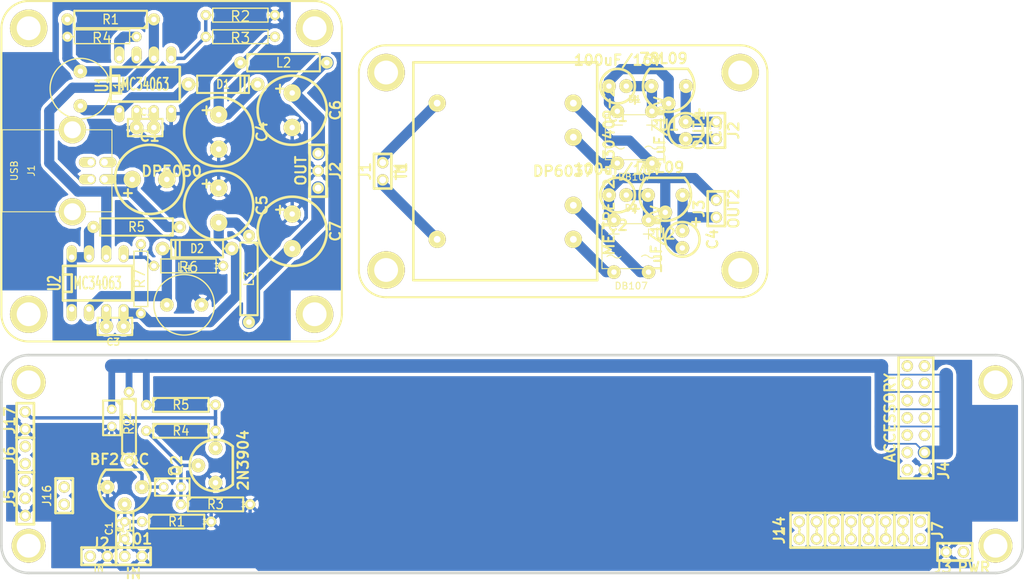
<source format=kicad_pcb>
(kicad_pcb (version 3) (host pcbnew "(2013-07-07 BZR 4022)-stable")

  (general
    (links 105)
    (no_connects 13)
    (area 63.4336 46.4816 257.413066 138.1684)
    (thickness 1.6)
    (drawings 8)
    (tracks 214)
    (zones 0)
    (modules 76)
    (nets 34)
  )

  (page A4)
  (layers
    (15 F.Cu signal)
    (0 B.Cu signal)
    (16 B.Adhes user)
    (17 F.Adhes user)
    (18 B.Paste user)
    (19 F.Paste user)
    (20 B.SilkS user)
    (21 F.SilkS user)
    (22 B.Mask user)
    (23 F.Mask user)
    (24 Dwgs.User user)
    (25 Cmts.User user)
    (26 Eco1.User user)
    (27 Eco2.User user)
    (28 Edge.Cuts user)
  )

  (setup
    (last_trace_width 0.254)
    (user_trace_width 0.254)
    (user_trace_width 0.5)
    (user_trace_width 1)
    (user_trace_width 2)
    (user_trace_width 0.5)
    (user_trace_width 1)
    (user_trace_width 1.5)
    (user_trace_width 2)
    (user_trace_width 0.5)
    (user_trace_width 1)
    (user_trace_width 1.5)
    (user_trace_width 2)
    (trace_clearance 0.254)
    (zone_clearance 0.5)
    (zone_45_only no)
    (trace_min 0.254)
    (segment_width 0.2)
    (edge_width 0.1)
    (via_size 0.889)
    (via_drill 0.635)
    (via_min_size 0.889)
    (via_min_drill 0.508)
    (uvia_size 0.508)
    (uvia_drill 0.127)
    (uvias_allowed no)
    (uvia_min_size 0.508)
    (uvia_min_drill 0.127)
    (pcb_text_width 0.3)
    (pcb_text_size 1.5 1.5)
    (mod_edge_width 0.15)
    (mod_text_size 1 1)
    (mod_text_width 0.15)
    (pad_size 1.5 2.5)
    (pad_drill 0.8001)
    (pad_to_mask_clearance 0)
    (aux_axis_origin 0 0)
    (visible_elements 7FFFFFFF)
    (pcbplotparams
      (layerselection 3178497)
      (usegerberextensions true)
      (excludeedgelayer true)
      (linewidth 0.150000)
      (plotframeref false)
      (viasonmask false)
      (mode 1)
      (useauxorigin false)
      (hpglpennumber 1)
      (hpglpenspeed 20)
      (hpglpendiameter 15)
      (hpglpenoverlay 2)
      (psnegative false)
      (psa4output false)
      (plotreference true)
      (plotvalue true)
      (plotothertext true)
      (plotinvisibletext false)
      (padsonsilk false)
      (subtractmaskfromsilk false)
      (outputformat 1)
      (mirror false)
      (drillshape 1)
      (scaleselection 1)
      (outputdirectory ""))
  )

  (net 0 "")
  (net 1 GND)
  (net 2 N-000001)
  (net 3 N-0000010)
  (net 4 N-0000011)
  (net 5 N-0000012)
  (net 6 N-0000013)
  (net 7 N-0000014)
  (net 8 N-0000015)
  (net 9 N-0000016)
  (net 10 N-0000017)
  (net 11 N-0000018)
  (net 12 N-0000019)
  (net 13 N-000002)
  (net 14 N-0000029)
  (net 15 N-000003)
  (net 16 N-0000034)
  (net 17 N-0000035)
  (net 18 N-0000036)
  (net 19 N-0000037)
  (net 20 N-0000038)
  (net 21 N-000004)
  (net 22 N-0000040)
  (net 23 N-0000041)
  (net 24 N-0000042)
  (net 25 N-0000043)
  (net 26 N-000005)
  (net 27 N-000006)
  (net 28 N-000007)
  (net 29 N-000008)
  (net 30 N-0000080)
  (net 31 N-000009)
  (net 32 VCC)
  (net 33 VDD)

  (net_class Default "This is the default net class."
    (clearance 0.254)
    (trace_width 0.254)
    (via_dia 0.889)
    (via_drill 0.635)
    (uvia_dia 0.508)
    (uvia_drill 0.127)
    (add_net "")
    (add_net GND)
    (add_net N-000001)
    (add_net N-0000010)
    (add_net N-0000011)
    (add_net N-0000012)
    (add_net N-0000013)
    (add_net N-0000014)
    (add_net N-0000015)
    (add_net N-0000016)
    (add_net N-0000017)
    (add_net N-0000018)
    (add_net N-0000019)
    (add_net N-000002)
    (add_net N-0000029)
    (add_net N-000003)
    (add_net N-0000034)
    (add_net N-0000035)
    (add_net N-0000036)
    (add_net N-0000037)
    (add_net N-0000038)
    (add_net N-000004)
    (add_net N-0000040)
    (add_net N-0000041)
    (add_net N-0000042)
    (add_net N-0000043)
    (add_net N-000005)
    (add_net N-000006)
    (add_net N-000007)
    (add_net N-000008)
    (add_net N-0000080)
    (add_net N-000009)
    (add_net VCC)
    (add_net VDD)
  )

  (module MNT_HOLE_3.5S (layer F.Cu) (tedit 52D076A0) (tstamp 52D08584)
    (at 104 106)
    (fp_text reference MNT_HOLE_3.5S (at 0 -6.35) (layer F.SilkS) hide
      (effects (font (size 1.524 1.524) (thickness 0.3048)))
    )
    (fp_text value Val** (at 0 0) (layer F.SilkS) hide
      (effects (font (size 1.524 1.524) (thickness 0.3048)))
    )
    (pad "" thru_hole circle (at 0 0) (size 5 5) (drill 3.5)
      (layers *.Cu *.Mask F.SilkS)
    )
  )

  (module MNT_HOLE_3.5S (layer F.Cu) (tedit 52D077E1) (tstamp 52D0858D)
    (at 104 130)
    (fp_text reference MNT_HOLE_3.5S (at 0 7) (layer F.SilkS) hide
      (effects (font (size 1.524 1.524) (thickness 0.3048)))
    )
    (fp_text value Val** (at 0 0) (layer F.SilkS) hide
      (effects (font (size 1.524 1.524) (thickness 0.3048)))
    )
    (pad "" thru_hole circle (at 0 0) (size 5 5) (drill 3.5)
      (layers *.Cu *.Mask F.SilkS)
    )
  )

  (module MNT_HOLE_3.5S (layer F.Cu) (tedit 52D076A0) (tstamp 52D08596)
    (at 246 106)
    (fp_text reference MNT_HOLE_3.5S (at 0 -6.35) (layer F.SilkS) hide
      (effects (font (size 1.524 1.524) (thickness 0.3048)))
    )
    (fp_text value Val** (at 0 0) (layer F.SilkS) hide
      (effects (font (size 1.524 1.524) (thickness 0.3048)))
    )
    (pad "" thru_hole circle (at 0 0) (size 5 5) (drill 3.5)
      (layers *.Cu *.Mask F.SilkS)
    )
  )

  (module MNT_HOLE_3.5S (layer F.Cu) (tedit 52D2548F) (tstamp 52D0859F)
    (at 246 130)
    (fp_text reference MNT_HOLE_3.5S (at 0 7) (layer F.SilkS) hide
      (effects (font (size 1.524 1.524) (thickness 0.3048)))
    )
    (fp_text value Val** (at 0 0) (layer F.SilkS) hide
      (effects (font (size 1.524 1.524) (thickness 0.3048)))
    )
    (pad "" thru_hole circle (at 0 0) (size 5 5) (drill 3.5)
      (layers *.Cu *.Mask F.SilkS)
    )
  )

  (module HDR-7x2 (layer F.Cu) (tedit 52D466E1) (tstamp 52D0E2FC)
    (at 234.315 111.22 270)
    (path /542389E8)
    (fp_text reference J4 (at 7.747 -4.064 270) (layer F.SilkS)
      (effects (font (size 1.524 1.524) (thickness 0.3048)))
    )
    (fp_text value ACCESSORY (at 0 3.81 270) (layer F.SilkS)
      (effects (font (size 1.524 1.524) (thickness 0.3048)))
    )
    (fp_line (start -8.89 -2.54) (end -8.89 2.54) (layer F.SilkS) (width 0.381))
    (fp_line (start -8.89 2.54) (end 8.89 2.54) (layer F.SilkS) (width 0.381))
    (fp_line (start 8.89 2.54) (end 8.89 -2.54) (layer F.SilkS) (width 0.381))
    (fp_line (start 8.89 -2.54) (end -8.89 -2.54) (layer F.SilkS) (width 0.381))
    (pad 1 thru_hole circle (at -7.62 1.27 270) (size 1.69926 1.69926) (drill 1.00076)
      (layers *.Cu *.Mask F.SilkS)
    )
    (pad 2 thru_hole circle (at -7.62 -1.27 270) (size 1.69926 1.69926) (drill 1.00076)
      (layers *.Cu *.Mask F.SilkS)
    )
    (pad 3 thru_hole circle (at -5.08 1.27 270) (size 1.69926 1.69926) (drill 1.00076)
      (layers *.Cu *.Mask F.SilkS)
    )
    (pad 4 thru_hole circle (at -5.08 -1.27 270) (size 1.69926 1.69926) (drill 1.00076)
      (layers *.Cu *.Mask F.SilkS)
    )
    (pad 5 thru_hole circle (at -2.54 1.27 270) (size 1.69926 1.69926) (drill 1.00076)
      (layers *.Cu *.Mask F.SilkS)
    )
    (pad 6 thru_hole circle (at -2.54 -1.27 270) (size 1.69926 1.69926) (drill 1.00076)
      (layers *.Cu *.Mask F.SilkS)
    )
    (pad 7 thru_hole circle (at 0 1.27 270) (size 1.69926 1.69926) (drill 1.00076)
      (layers *.Cu *.Mask F.SilkS)
    )
    (pad 8 thru_hole circle (at 0 -1.27 270) (size 1.69926 1.69926) (drill 1.00076)
      (layers *.Cu *.Mask F.SilkS)
    )
    (pad 9 thru_hole circle (at 2.54 1.27 270) (size 1.69926 1.69926) (drill 1.00076)
      (layers *.Cu *.Mask F.SilkS)
    )
    (pad 10 thru_hole circle (at 2.54 -1.27 270) (size 1.69926 1.69926) (drill 1.00076)
      (layers *.Cu *.Mask F.SilkS)
    )
    (pad 11 thru_hole circle (at 5.08 1.27 270) (size 1.69926 1.69926) (drill 1.00076)
      (layers *.Cu *.Mask F.SilkS)
    )
    (pad 12 thru_hole circle (at 5.08 -1.27 270) (size 1.69926 1.69926) (drill 1.00076)
      (layers *.Cu *.Mask F.SilkS)
      (net 33 VDD)
    )
    (pad 13 thru_hole circle (at 7.62 1.27 270) (size 1.69926 1.69926) (drill 1.00076)
      (layers *.Cu *.Mask F.SilkS)
    )
    (pad 14 thru_hole circle (at 7.62 -1.27 270) (size 1.69926 1.69926) (drill 1.00076)
      (layers *.Cu *.Mask F.SilkS)
      (net 1 GND)
    )
  )

  (module HDR-3 (layer F.Cu) (tedit 5424748D) (tstamp 52D0874A)
    (at 103.505 123.031 270)
    (path /513AB82E)
    (fp_text reference J5 (at 0 2.286 270) (layer F.SilkS)
      (effects (font (size 1.524 1.524) (thickness 0.3048)))
    )
    (fp_text value "EXT CLK" (at 0 2.54 270) (layer F.SilkS) hide
      (effects (font (size 1.524 1.524) (thickness 0.3048)))
    )
    (fp_line (start -3.81 1.27) (end 3.81 1.27) (layer F.SilkS) (width 0.39878))
    (fp_line (start -3.81 -1.27) (end 3.81 -1.27) (layer F.SilkS) (width 0.39878))
    (fp_line (start 3.81 -1.27) (end 3.81 1.27) (layer F.SilkS) (width 0.39878))
    (fp_line (start -3.81 -1.27) (end -3.81 1.27) (layer F.SilkS) (width 0.381))
    (pad 1 thru_hole circle (at -2.54 0 270) (size 1.69926 1.69926) (drill 1.00076)
      (layers *.Cu *.Mask F.SilkS)
    )
    (pad 2 thru_hole circle (at 0 0 270) (size 1.69926 1.69926) (drill 1.00076)
      (layers *.Cu *.Mask F.SilkS)
    )
    (pad 3 thru_hole circle (at 2.54 0 270) (size 1.69926 1.69926) (drill 1.00076)
      (layers *.Cu *.Mask F.SilkS)
      (net 1 GND)
    )
  )

  (module HDR-2 (layer F.Cu) (tedit 5424746A) (tstamp 52D08760)
    (at 234.95 127.73 270)
    (path /528FD292)
    (fp_text reference J7 (at 0 -2.54 270) (layer F.SilkS)
      (effects (font (size 1.524 1.524) (thickness 0.3048)))
    )
    (fp_text value ~ (at 0 2.54 270) (layer F.SilkS)
      (effects (font (size 1.524 1.524) (thickness 0.3048)))
    )
    (fp_line (start -2.54 1.27) (end 2.54 1.27) (layer F.SilkS) (width 0.39878))
    (fp_line (start -2.54 -1.27) (end 2.54 -1.27) (layer F.SilkS) (width 0.39878))
    (fp_line (start 2.54 -1.27) (end 2.54 1.27) (layer F.SilkS) (width 0.39878))
    (fp_line (start -2.54 -1.27) (end -2.54 1.27) (layer F.SilkS) (width 0.381))
    (pad 1 thru_hole circle (at -1.27 0 270) (size 1.69926 1.69926) (drill 1.00076)
      (layers *.Cu *.Mask F.SilkS)
      (net 17 N-0000035)
    )
    (pad 2 thru_hole circle (at 1.27 0 270) (size 1.69926 1.69926) (drill 1.00076)
      (layers *.Cu *.Mask F.SilkS)
    )
  )

  (module HDR-2 (layer F.Cu) (tedit 52D46793) (tstamp 52D0876A)
    (at 240.03 130.905 180)
    (path /512E951A)
    (fp_text reference J3 (at 1.778 -2.286 180) (layer F.SilkS)
      (effects (font (size 1.524 1.524) (thickness 0.3048)))
    )
    (fp_text value PWR (at -2.794 -2.286 180) (layer F.SilkS)
      (effects (font (size 1.524 1.524) (thickness 0.3048)))
    )
    (fp_line (start -2.54 1.27) (end 2.54 1.27) (layer F.SilkS) (width 0.39878))
    (fp_line (start -2.54 -1.27) (end 2.54 -1.27) (layer F.SilkS) (width 0.39878))
    (fp_line (start 2.54 -1.27) (end 2.54 1.27) (layer F.SilkS) (width 0.39878))
    (fp_line (start -2.54 -1.27) (end -2.54 1.27) (layer F.SilkS) (width 0.381))
    (pad 1 thru_hole circle (at -1.27 0 180) (size 1.69926 1.69926) (drill 1.00076)
      (layers *.Cu *.Mask F.SilkS)
      (net 32 VCC)
    )
    (pad 2 thru_hole circle (at 1.27 0 180) (size 1.69926 1.69926) (drill 1.00076)
      (layers *.Cu *.Mask F.SilkS)
      (net 1 GND)
    )
  )

  (module HDR-2 (layer F.Cu) (tedit 52D4BCBB) (tstamp 52D08774)
    (at 114.3 131.54)
    (path /512D1ED3)
    (fp_text reference J2 (at 0.254 -1.905) (layer F.SilkS)
      (effects (font (size 1.524 1.524) (thickness 0.3048)))
    )
    (fp_text value IN (at 0 1.778) (layer F.SilkS)
      (effects (font (size 1 1) (thickness 0.2)))
    )
    (fp_line (start -2.54 1.27) (end 2.54 1.27) (layer F.SilkS) (width 0.39878))
    (fp_line (start -2.54 -1.27) (end 2.54 -1.27) (layer F.SilkS) (width 0.39878))
    (fp_line (start 2.54 -1.27) (end 2.54 1.27) (layer F.SilkS) (width 0.39878))
    (fp_line (start -2.54 -1.27) (end -2.54 1.27) (layer F.SilkS) (width 0.381))
    (pad 1 thru_hole circle (at -1.27 0) (size 1.69926 1.69926) (drill 1.00076)
      (layers *.Cu *.Mask F.SilkS)
      (net 30 N-0000080)
    )
    (pad 2 thru_hole circle (at 1.27 0) (size 1.69926 1.69926) (drill 1.00076)
      (layers *.Cu *.Mask F.SilkS)
      (net 1 GND)
    )
  )

  (module HDR-2 (layer F.Cu) (tedit 5424745F) (tstamp 52D0877E)
    (at 232.41 127.73 270)
    (path /528FD2A1)
    (fp_text reference J8 (at 0 -2.54 270) (layer F.SilkS) hide
      (effects (font (size 1.524 1.524) (thickness 0.3048)))
    )
    (fp_text value ~ (at 0 2.54 270) (layer F.SilkS)
      (effects (font (size 1.524 1.524) (thickness 0.3048)))
    )
    (fp_line (start -2.54 1.27) (end 2.54 1.27) (layer F.SilkS) (width 0.39878))
    (fp_line (start -2.54 -1.27) (end 2.54 -1.27) (layer F.SilkS) (width 0.39878))
    (fp_line (start 2.54 -1.27) (end 2.54 1.27) (layer F.SilkS) (width 0.39878))
    (fp_line (start -2.54 -1.27) (end -2.54 1.27) (layer F.SilkS) (width 0.381))
    (pad 1 thru_hole circle (at -1.27 0 270) (size 1.69926 1.69926) (drill 1.00076)
      (layers *.Cu *.Mask F.SilkS)
      (net 18 N-0000036)
    )
    (pad 2 thru_hole circle (at 1.27 0 270) (size 1.69926 1.69926) (drill 1.00076)
      (layers *.Cu *.Mask F.SilkS)
    )
  )

  (module HDR-2 (layer F.Cu) (tedit 54247457) (tstamp 52D08788)
    (at 229.87 127.73 270)
    (path /528FD2B0)
    (fp_text reference J9 (at 0 -2.54 270) (layer F.SilkS) hide
      (effects (font (size 1.524 1.524) (thickness 0.3048)))
    )
    (fp_text value ~ (at 0 2.54 270) (layer F.SilkS)
      (effects (font (size 1.524 1.524) (thickness 0.3048)))
    )
    (fp_line (start -2.54 1.27) (end 2.54 1.27) (layer F.SilkS) (width 0.39878))
    (fp_line (start -2.54 -1.27) (end 2.54 -1.27) (layer F.SilkS) (width 0.39878))
    (fp_line (start 2.54 -1.27) (end 2.54 1.27) (layer F.SilkS) (width 0.39878))
    (fp_line (start -2.54 -1.27) (end -2.54 1.27) (layer F.SilkS) (width 0.381))
    (pad 1 thru_hole circle (at -1.27 0 270) (size 1.69926 1.69926) (drill 1.00076)
      (layers *.Cu *.Mask F.SilkS)
      (net 19 N-0000037)
    )
    (pad 2 thru_hole circle (at 1.27 0 270) (size 1.69926 1.69926) (drill 1.00076)
      (layers *.Cu *.Mask F.SilkS)
    )
  )

  (module HDR-2 (layer F.Cu) (tedit 54247483) (tstamp 52D08792)
    (at 103.505 116.681 90)
    (path /529D6481)
    (fp_text reference J6 (at 0 -2.286 90) (layer F.SilkS)
      (effects (font (size 1.524 1.524) (thickness 0.3048)))
    )
    (fp_text value "HF SRC" (at 0 2.54 90) (layer F.SilkS) hide
      (effects (font (size 1.524 1.524) (thickness 0.3048)))
    )
    (fp_line (start -2.54 1.27) (end 2.54 1.27) (layer F.SilkS) (width 0.39878))
    (fp_line (start -2.54 -1.27) (end 2.54 -1.27) (layer F.SilkS) (width 0.39878))
    (fp_line (start 2.54 -1.27) (end 2.54 1.27) (layer F.SilkS) (width 0.39878))
    (fp_line (start -2.54 -1.27) (end -2.54 1.27) (layer F.SilkS) (width 0.381))
    (pad 1 thru_hole circle (at -1.27 0 90) (size 1.69926 1.69926) (drill 1.00076)
      (layers *.Cu *.Mask F.SilkS)
    )
    (pad 2 thru_hole circle (at 1.27 0 90) (size 1.69926 1.69926) (drill 1.00076)
      (layers *.Cu *.Mask F.SilkS)
    )
  )

  (module HDR-2 (layer F.Cu) (tedit 542470A9) (tstamp 52D0879C)
    (at 217.17 127.73 270)
    (path /528FD2FB)
    (fp_text reference J14 (at 0 2.921 270) (layer F.SilkS)
      (effects (font (size 1.524 1.524) (thickness 0.3048)))
    )
    (fp_text value ~ (at 0 2.54 270) (layer F.SilkS)
      (effects (font (size 1.524 1.524) (thickness 0.3048)))
    )
    (fp_line (start -2.54 1.27) (end 2.54 1.27) (layer F.SilkS) (width 0.39878))
    (fp_line (start -2.54 -1.27) (end 2.54 -1.27) (layer F.SilkS) (width 0.39878))
    (fp_line (start 2.54 -1.27) (end 2.54 1.27) (layer F.SilkS) (width 0.39878))
    (fp_line (start -2.54 -1.27) (end -2.54 1.27) (layer F.SilkS) (width 0.381))
    (pad 1 thru_hole circle (at -1.27 0 270) (size 1.69926 1.69926) (drill 1.00076)
      (layers *.Cu *.Mask F.SilkS)
      (net 23 N-0000041)
    )
    (pad 2 thru_hole circle (at 1.27 0 270) (size 1.69926 1.69926) (drill 1.00076)
      (layers *.Cu *.Mask F.SilkS)
    )
  )

  (module HDR-2 (layer F.Cu) (tedit 542470B1) (tstamp 52D087A6)
    (at 219.71 127.73 270)
    (path /528FD2EC)
    (fp_text reference J13 (at 0 -2.54 270) (layer F.SilkS) hide
      (effects (font (size 1.524 1.524) (thickness 0.3048)))
    )
    (fp_text value ~ (at 0 2.54 270) (layer F.SilkS)
      (effects (font (size 1.524 1.524) (thickness 0.3048)))
    )
    (fp_line (start -2.54 1.27) (end 2.54 1.27) (layer F.SilkS) (width 0.39878))
    (fp_line (start -2.54 -1.27) (end 2.54 -1.27) (layer F.SilkS) (width 0.39878))
    (fp_line (start 2.54 -1.27) (end 2.54 1.27) (layer F.SilkS) (width 0.39878))
    (fp_line (start -2.54 -1.27) (end -2.54 1.27) (layer F.SilkS) (width 0.381))
    (pad 1 thru_hole circle (at -1.27 0 270) (size 1.69926 1.69926) (drill 1.00076)
      (layers *.Cu *.Mask F.SilkS)
      (net 24 N-0000042)
    )
    (pad 2 thru_hole circle (at 1.27 0 270) (size 1.69926 1.69926) (drill 1.00076)
      (layers *.Cu *.Mask F.SilkS)
    )
  )

  (module HDR-2 (layer F.Cu) (tedit 542470D3) (tstamp 52D087B0)
    (at 222.25 127.73 270)
    (path /528FD2DD)
    (fp_text reference J12 (at 0 -2.54 270) (layer F.SilkS) hide
      (effects (font (size 1.524 1.524) (thickness 0.3048)))
    )
    (fp_text value ~ (at 0 2.54 270) (layer F.SilkS)
      (effects (font (size 1.524 1.524) (thickness 0.3048)))
    )
    (fp_line (start -2.54 1.27) (end 2.54 1.27) (layer F.SilkS) (width 0.39878))
    (fp_line (start -2.54 -1.27) (end 2.54 -1.27) (layer F.SilkS) (width 0.39878))
    (fp_line (start 2.54 -1.27) (end 2.54 1.27) (layer F.SilkS) (width 0.39878))
    (fp_line (start -2.54 -1.27) (end -2.54 1.27) (layer F.SilkS) (width 0.381))
    (pad 1 thru_hole circle (at -1.27 0 270) (size 1.69926 1.69926) (drill 1.00076)
      (layers *.Cu *.Mask F.SilkS)
      (net 25 N-0000043)
    )
    (pad 2 thru_hole circle (at 1.27 0 270) (size 1.69926 1.69926) (drill 1.00076)
      (layers *.Cu *.Mask F.SilkS)
    )
  )

  (module HDR-2 (layer F.Cu) (tedit 542470F0) (tstamp 52D087BA)
    (at 227.33 127.73 270)
    (path /528FD2BF)
    (fp_text reference J10 (at 0 -2.54 270) (layer F.SilkS) hide
      (effects (font (size 1.524 1.524) (thickness 0.3048)))
    )
    (fp_text value ~ (at 0 2.54 270) (layer F.SilkS)
      (effects (font (size 1.524 1.524) (thickness 0.3048)))
    )
    (fp_line (start -2.54 1.27) (end 2.54 1.27) (layer F.SilkS) (width 0.39878))
    (fp_line (start -2.54 -1.27) (end 2.54 -1.27) (layer F.SilkS) (width 0.39878))
    (fp_line (start 2.54 -1.27) (end 2.54 1.27) (layer F.SilkS) (width 0.39878))
    (fp_line (start -2.54 -1.27) (end -2.54 1.27) (layer F.SilkS) (width 0.381))
    (pad 1 thru_hole circle (at -1.27 0 270) (size 1.69926 1.69926) (drill 1.00076)
      (layers *.Cu *.Mask F.SilkS)
      (net 14 N-0000029)
    )
    (pad 2 thru_hole circle (at 1.27 0 270) (size 1.69926 1.69926) (drill 1.00076)
      (layers *.Cu *.Mask F.SilkS)
    )
  )

  (module HDR-2 (layer F.Cu) (tedit 542470DE) (tstamp 52D087C4)
    (at 224.79 127.73 270)
    (path /528FD2CE)
    (fp_text reference J11 (at 0 -2.54 270) (layer F.SilkS) hide
      (effects (font (size 1.524 1.524) (thickness 0.3048)))
    )
    (fp_text value ~ (at 0 2.54 270) (layer F.SilkS)
      (effects (font (size 1.524 1.524) (thickness 0.3048)))
    )
    (fp_line (start -2.54 1.27) (end 2.54 1.27) (layer F.SilkS) (width 0.39878))
    (fp_line (start -2.54 -1.27) (end 2.54 -1.27) (layer F.SilkS) (width 0.39878))
    (fp_line (start 2.54 -1.27) (end 2.54 1.27) (layer F.SilkS) (width 0.39878))
    (fp_line (start -2.54 -1.27) (end -2.54 1.27) (layer F.SilkS) (width 0.381))
    (pad 1 thru_hole circle (at -1.27 0 270) (size 1.69926 1.69926) (drill 1.00076)
      (layers *.Cu *.Mask F.SilkS)
      (net 16 N-0000034)
    )
    (pad 2 thru_hole circle (at 1.27 0 270) (size 1.69926 1.69926) (drill 1.00076)
      (layers *.Cu *.Mask F.SilkS)
    )
  )

  (module HDR-2 (layer F.Cu) (tedit 52DDF6C5) (tstamp 52D4B715)
    (at 109.22 122.65 90)
    (path /52D4B72B)
    (fp_text reference J16 (at 0 -2.54 90) (layer F.SilkS)
      (effects (font (size 1.2 1.2) (thickness 0.2)))
    )
    (fp_text value EN_PR (at 0 2.54 90) (layer F.SilkS) hide
      (effects (font (size 1.524 1.524) (thickness 0.3048)))
    )
    (fp_line (start -2.54 1.27) (end 2.54 1.27) (layer F.SilkS) (width 0.39878))
    (fp_line (start -2.54 -1.27) (end 2.54 -1.27) (layer F.SilkS) (width 0.39878))
    (fp_line (start 2.54 -1.27) (end 2.54 1.27) (layer F.SilkS) (width 0.39878))
    (fp_line (start -2.54 -1.27) (end -2.54 1.27) (layer F.SilkS) (width 0.381))
    (pad 1 thru_hole circle (at -1.27 0 90) (size 1.69926 1.69926) (drill 1.00076)
      (layers *.Cu *.Mask F.SilkS)
      (net 22 N-0000040)
    )
    (pad 2 thru_hole circle (at 1.27 0 90) (size 1.69926 1.69926) (drill 1.00076)
      (layers *.Cu *.Mask F.SilkS)
      (net 20 N-0000038)
    )
  )

  (module HDR-2 (layer F.Cu) (tedit 52D4BD14) (tstamp 52D4B71F)
    (at 103.505 111.601 270)
    (path /54233600)
    (fp_text reference J17 (at 0 2.286 270) (layer F.SilkS)
      (effects (font (size 1.524 1.524) (thickness 0.3048)))
    )
    (fp_text value OUT (at 0 2.54 270) (layer F.SilkS) hide
      (effects (font (size 1.524 1.524) (thickness 0.3048)))
    )
    (fp_line (start -2.54 1.27) (end 2.54 1.27) (layer F.SilkS) (width 0.39878))
    (fp_line (start -2.54 -1.27) (end 2.54 -1.27) (layer F.SilkS) (width 0.39878))
    (fp_line (start 2.54 -1.27) (end 2.54 1.27) (layer F.SilkS) (width 0.39878))
    (fp_line (start -2.54 -1.27) (end -2.54 1.27) (layer F.SilkS) (width 0.381))
    (pad 1 thru_hole circle (at -1.27 0 270) (size 1.69926 1.69926) (drill 1.00076)
      (layers *.Cu *.Mask F.SilkS)
      (net 13 N-000002)
    )
    (pad 2 thru_hole circle (at 1.27 0 270) (size 1.69926 1.69926) (drill 1.00076)
      (layers *.Cu *.Mask F.SilkS)
      (net 1 GND)
    )
  )

  (module TO-92_V (layer F.Cu) (tedit 4AD970F2) (tstamp 54239457)
    (at 118.11 121.38 180)
    (path /542333D0)
    (fp_text reference Q1 (at 0 -5.715 180) (layer F.SilkS)
      (effects (font (size 1.524 1.524) (thickness 0.3048)))
    )
    (fp_text value BF244C (at 0.762 4.064 180) (layer F.SilkS)
      (effects (font (size 1.524 1.524) (thickness 0.3048)))
    )
    (fp_line (start 2.794 2.54) (end -2.794 2.54) (layer F.SilkS) (width 0.381))
    (fp_arc (start 0 0) (end 2.54 -2.794) (angle 90) (layer F.SilkS) (width 0.381))
    (fp_arc (start 0 0) (end -2.54 -2.794) (angle 90) (layer F.SilkS) (width 0.381))
    (fp_arc (start 0 0) (end -2.794 2.54) (angle 90) (layer F.SilkS) (width 0.381))
    (pad 1 thru_hole circle (at -2.54 0 180) (size 2.032 2.032) (drill 0.8001)
      (layers *.Cu *.Mask F.SilkS)
      (net 21 N-000004)
    )
    (pad 2 thru_hole circle (at 0 -2.54 180) (size 2.032 2.032) (drill 0.8001)
      (layers *.Cu *.Mask F.SilkS)
      (net 12 N-0000019)
    )
    (pad 3 thru_hole circle (at 2.54 0 180) (size 2.032 2.032) (drill 0.8001)
      (layers *.Cu *.Mask F.SilkS)
      (net 1 GND)
    )
  )

  (module TO-92_V (layer F.Cu) (tedit 4AD970F2) (tstamp 54239462)
    (at 131.445 118.205 90)
    (path /54233463)
    (fp_text reference Q2 (at 0 -5.715 90) (layer F.SilkS)
      (effects (font (size 1.524 1.524) (thickness 0.3048)))
    )
    (fp_text value 2N3904 (at 0.762 4.064 90) (layer F.SilkS)
      (effects (font (size 1.524 1.524) (thickness 0.3048)))
    )
    (fp_line (start 2.794 2.54) (end -2.794 2.54) (layer F.SilkS) (width 0.381))
    (fp_arc (start 0 0) (end 2.54 -2.794) (angle 90) (layer F.SilkS) (width 0.381))
    (fp_arc (start 0 0) (end -2.54 -2.794) (angle 90) (layer F.SilkS) (width 0.381))
    (fp_arc (start 0 0) (end -2.794 2.54) (angle 90) (layer F.SilkS) (width 0.381))
    (pad 1 thru_hole circle (at -2.54 0 90) (size 2.032 2.032) (drill 0.8001)
      (layers *.Cu *.Mask F.SilkS)
      (net 1 GND)
    )
    (pad 2 thru_hole circle (at 0 -2.54 90) (size 2.032 2.032) (drill 0.8001)
      (layers *.Cu *.Mask F.SilkS)
      (net 9 N-0000016)
    )
    (pad 3 thru_hole circle (at 2.54 0 90) (size 2.032 2.032) (drill 0.8001)
      (layers *.Cu *.Mask F.SilkS)
      (net 13 N-000002)
    )
  )

  (module R4 (layer F.Cu) (tedit 200000) (tstamp 54239470)
    (at 125.73 126.46)
    (descr "Resitance 4 pas")
    (tags R)
    (path /54233389)
    (autoplace_cost180 10)
    (fp_text reference R1 (at 0 0) (layer F.SilkS)
      (effects (font (size 1.397 1.27) (thickness 0.2032)))
    )
    (fp_text value 1M (at 0 0) (layer F.SilkS) hide
      (effects (font (size 1.397 1.27) (thickness 0.2032)))
    )
    (fp_line (start -5.08 0) (end -4.064 0) (layer F.SilkS) (width 0.3048))
    (fp_line (start -4.064 0) (end -4.064 -1.016) (layer F.SilkS) (width 0.3048))
    (fp_line (start -4.064 -1.016) (end 4.064 -1.016) (layer F.SilkS) (width 0.3048))
    (fp_line (start 4.064 -1.016) (end 4.064 1.016) (layer F.SilkS) (width 0.3048))
    (fp_line (start 4.064 1.016) (end -4.064 1.016) (layer F.SilkS) (width 0.3048))
    (fp_line (start -4.064 1.016) (end -4.064 0) (layer F.SilkS) (width 0.3048))
    (fp_line (start -4.064 -0.508) (end -3.556 -1.016) (layer F.SilkS) (width 0.3048))
    (fp_line (start 5.08 0) (end 4.064 0) (layer F.SilkS) (width 0.3048))
    (pad 1 thru_hole circle (at -5.08 0) (size 1.524 1.524) (drill 0.8128)
      (layers *.Cu *.Mask F.SilkS)
      (net 12 N-0000019)
    )
    (pad 2 thru_hole circle (at 5.08 0) (size 1.524 1.524) (drill 0.8128)
      (layers *.Cu *.Mask F.SilkS)
      (net 1 GND)
    )
    (model discret/resistor.wrl
      (at (xyz 0 0 0))
      (scale (xyz 0.4 0.4 0.4))
      (rotate (xyz 0 0 0))
    )
  )

  (module R4 (layer F.Cu) (tedit 200000) (tstamp 5423947E)
    (at 118.745 112.49 270)
    (descr "Resitance 4 pas")
    (tags R)
    (path /54233419)
    (autoplace_cost180 10)
    (fp_text reference R2 (at 0 0 270) (layer F.SilkS)
      (effects (font (size 1.397 1.27) (thickness 0.2032)))
    )
    (fp_text value 100 (at 0 0 270) (layer F.SilkS) hide
      (effects (font (size 1.397 1.27) (thickness 0.2032)))
    )
    (fp_line (start -5.08 0) (end -4.064 0) (layer F.SilkS) (width 0.3048))
    (fp_line (start -4.064 0) (end -4.064 -1.016) (layer F.SilkS) (width 0.3048))
    (fp_line (start -4.064 -1.016) (end 4.064 -1.016) (layer F.SilkS) (width 0.3048))
    (fp_line (start 4.064 -1.016) (end 4.064 1.016) (layer F.SilkS) (width 0.3048))
    (fp_line (start 4.064 1.016) (end -4.064 1.016) (layer F.SilkS) (width 0.3048))
    (fp_line (start -4.064 1.016) (end -4.064 0) (layer F.SilkS) (width 0.3048))
    (fp_line (start -4.064 -0.508) (end -3.556 -1.016) (layer F.SilkS) (width 0.3048))
    (fp_line (start 5.08 0) (end 4.064 0) (layer F.SilkS) (width 0.3048))
    (pad 1 thru_hole circle (at -5.08 0 270) (size 1.524 1.524) (drill 0.8128)
      (layers *.Cu *.Mask F.SilkS)
      (net 33 VDD)
    )
    (pad 2 thru_hole circle (at 5.08 0 270) (size 1.524 1.524) (drill 0.8128)
      (layers *.Cu *.Mask F.SilkS)
      (net 21 N-000004)
    )
    (model discret/resistor.wrl
      (at (xyz 0 0 0))
      (scale (xyz 0.4 0.4 0.4))
      (rotate (xyz 0 0 0))
    )
  )

  (module R4 (layer F.Cu) (tedit 200000) (tstamp 5423948C)
    (at 131.445 123.92)
    (descr "Resitance 4 pas")
    (tags R)
    (path /54233437)
    (autoplace_cost180 10)
    (fp_text reference R3 (at 0 0) (layer F.SilkS)
      (effects (font (size 1.397 1.27) (thickness 0.2032)))
    )
    (fp_text value 22K (at 0 0) (layer F.SilkS) hide
      (effects (font (size 1.397 1.27) (thickness 0.2032)))
    )
    (fp_line (start -5.08 0) (end -4.064 0) (layer F.SilkS) (width 0.3048))
    (fp_line (start -4.064 0) (end -4.064 -1.016) (layer F.SilkS) (width 0.3048))
    (fp_line (start -4.064 -1.016) (end 4.064 -1.016) (layer F.SilkS) (width 0.3048))
    (fp_line (start 4.064 -1.016) (end 4.064 1.016) (layer F.SilkS) (width 0.3048))
    (fp_line (start 4.064 1.016) (end -4.064 1.016) (layer F.SilkS) (width 0.3048))
    (fp_line (start -4.064 1.016) (end -4.064 0) (layer F.SilkS) (width 0.3048))
    (fp_line (start -4.064 -0.508) (end -3.556 -1.016) (layer F.SilkS) (width 0.3048))
    (fp_line (start 5.08 0) (end 4.064 0) (layer F.SilkS) (width 0.3048))
    (pad 1 thru_hole circle (at -5.08 0) (size 1.524 1.524) (drill 0.8128)
      (layers *.Cu *.Mask F.SilkS)
      (net 9 N-0000016)
    )
    (pad 2 thru_hole circle (at 5.08 0) (size 1.524 1.524) (drill 0.8128)
      (layers *.Cu *.Mask F.SilkS)
      (net 1 GND)
    )
    (model discret/resistor.wrl
      (at (xyz 0 0 0))
      (scale (xyz 0.4 0.4 0.4))
      (rotate (xyz 0 0 0))
    )
  )

  (module R4 (layer F.Cu) (tedit 200000) (tstamp 5423949A)
    (at 126.365 113.125)
    (descr "Resitance 4 pas")
    (tags R)
    (path /54233472)
    (autoplace_cost180 10)
    (fp_text reference R4 (at 0 0) (layer F.SilkS)
      (effects (font (size 1.397 1.27) (thickness 0.2032)))
    )
    (fp_text value 56K (at 0 0) (layer F.SilkS) hide
      (effects (font (size 1.397 1.27) (thickness 0.2032)))
    )
    (fp_line (start -5.08 0) (end -4.064 0) (layer F.SilkS) (width 0.3048))
    (fp_line (start -4.064 0) (end -4.064 -1.016) (layer F.SilkS) (width 0.3048))
    (fp_line (start -4.064 -1.016) (end 4.064 -1.016) (layer F.SilkS) (width 0.3048))
    (fp_line (start 4.064 -1.016) (end 4.064 1.016) (layer F.SilkS) (width 0.3048))
    (fp_line (start 4.064 1.016) (end -4.064 1.016) (layer F.SilkS) (width 0.3048))
    (fp_line (start -4.064 1.016) (end -4.064 0) (layer F.SilkS) (width 0.3048))
    (fp_line (start -4.064 -0.508) (end -3.556 -1.016) (layer F.SilkS) (width 0.3048))
    (fp_line (start 5.08 0) (end 4.064 0) (layer F.SilkS) (width 0.3048))
    (pad 1 thru_hole circle (at -5.08 0) (size 1.524 1.524) (drill 0.8128)
      (layers *.Cu *.Mask F.SilkS)
      (net 9 N-0000016)
    )
    (pad 2 thru_hole circle (at 5.08 0) (size 1.524 1.524) (drill 0.8128)
      (layers *.Cu *.Mask F.SilkS)
      (net 13 N-000002)
    )
    (model discret/resistor.wrl
      (at (xyz 0 0 0))
      (scale (xyz 0.4 0.4 0.4))
      (rotate (xyz 0 0 0))
    )
  )

  (module R4 (layer F.Cu) (tedit 200000) (tstamp 542394A8)
    (at 126.365 109.315)
    (descr "Resitance 4 pas")
    (tags R)
    (path /5423348B)
    (autoplace_cost180 10)
    (fp_text reference R5 (at 0 0) (layer F.SilkS)
      (effects (font (size 1.397 1.27) (thickness 0.2032)))
    )
    (fp_text value 1K2 (at 0 0) (layer F.SilkS) hide
      (effects (font (size 1.397 1.27) (thickness 0.2032)))
    )
    (fp_line (start -5.08 0) (end -4.064 0) (layer F.SilkS) (width 0.3048))
    (fp_line (start -4.064 0) (end -4.064 -1.016) (layer F.SilkS) (width 0.3048))
    (fp_line (start -4.064 -1.016) (end 4.064 -1.016) (layer F.SilkS) (width 0.3048))
    (fp_line (start 4.064 -1.016) (end 4.064 1.016) (layer F.SilkS) (width 0.3048))
    (fp_line (start 4.064 1.016) (end -4.064 1.016) (layer F.SilkS) (width 0.3048))
    (fp_line (start -4.064 1.016) (end -4.064 0) (layer F.SilkS) (width 0.3048))
    (fp_line (start -4.064 -0.508) (end -3.556 -1.016) (layer F.SilkS) (width 0.3048))
    (fp_line (start 5.08 0) (end 4.064 0) (layer F.SilkS) (width 0.3048))
    (pad 1 thru_hole circle (at -5.08 0) (size 1.524 1.524) (drill 0.8128)
      (layers *.Cu *.Mask F.SilkS)
      (net 33 VDD)
    )
    (pad 2 thru_hole circle (at 5.08 0) (size 1.524 1.524) (drill 0.8128)
      (layers *.Cu *.Mask F.SilkS)
      (net 13 N-000002)
    )
    (model discret/resistor.wrl
      (at (xyz 0 0 0))
      (scale (xyz 0.4 0.4 0.4))
      (rotate (xyz 0 0 0))
    )
  )

  (module HDR-2 (layer F.Cu) (tedit 51CBC256) (tstamp 542394B2)
    (at 119.38 131.54)
    (path /5423335C)
    (fp_text reference J101 (at 0 -2.54) (layer F.SilkS)
      (effects (font (size 1.524 1.524) (thickness 0.3048)))
    )
    (fp_text value IN (at 0 2.54) (layer F.SilkS)
      (effects (font (size 1.524 1.524) (thickness 0.3048)))
    )
    (fp_line (start -2.54 1.27) (end 2.54 1.27) (layer F.SilkS) (width 0.39878))
    (fp_line (start -2.54 -1.27) (end 2.54 -1.27) (layer F.SilkS) (width 0.39878))
    (fp_line (start 2.54 -1.27) (end 2.54 1.27) (layer F.SilkS) (width 0.39878))
    (fp_line (start -2.54 -1.27) (end -2.54 1.27) (layer F.SilkS) (width 0.381))
    (pad 1 thru_hole circle (at -1.27 0) (size 1.69926 1.69926) (drill 1.00076)
      (layers *.Cu *.Mask F.SilkS)
      (net 11 N-0000018)
    )
    (pad 2 thru_hole circle (at 1.27 0) (size 1.69926 1.69926) (drill 1.00076)
      (layers *.Cu *.Mask F.SilkS)
      (net 1 GND)
    )
  )

  (module C1 (layer F.Cu) (tedit 3F92C496) (tstamp 542394BD)
    (at 118.11 127.73 90)
    (descr "Condensateur e = 1 pas")
    (tags C)
    (path /5423337A)
    (fp_text reference C1 (at 0.254 -2.286 90) (layer F.SilkS)
      (effects (font (size 1.016 1.016) (thickness 0.2032)))
    )
    (fp_text value 100n (at 0 -2.286 90) (layer F.SilkS) hide
      (effects (font (size 1.016 1.016) (thickness 0.2032)))
    )
    (fp_line (start -2.4892 -1.27) (end 2.54 -1.27) (layer F.SilkS) (width 0.3048))
    (fp_line (start 2.54 -1.27) (end 2.54 1.27) (layer F.SilkS) (width 0.3048))
    (fp_line (start 2.54 1.27) (end -2.54 1.27) (layer F.SilkS) (width 0.3048))
    (fp_line (start -2.54 1.27) (end -2.54 -1.27) (layer F.SilkS) (width 0.3048))
    (fp_line (start -2.54 -0.635) (end -1.905 -1.27) (layer F.SilkS) (width 0.3048))
    (pad 1 thru_hole circle (at -1.27 0 90) (size 1.397 1.397) (drill 0.8128)
      (layers *.Cu *.Mask F.SilkS)
      (net 11 N-0000018)
    )
    (pad 2 thru_hole circle (at 1.27 0 90) (size 1.397 1.397) (drill 0.8128)
      (layers *.Cu *.Mask F.SilkS)
      (net 12 N-0000019)
    )
    (model discret/capa_1_pas.wrl
      (at (xyz 0 0 0))
      (scale (xyz 1 1 1))
      (rotate (xyz 0 0 0))
    )
  )

  (module C1 (layer F.Cu) (tedit 3F92C496) (tstamp 542394C8)
    (at 116.205 111.22 270)
    (descr "Condensateur e = 1 pas")
    (tags C)
    (path /54233398)
    (fp_text reference C2 (at 0.254 -2.286 270) (layer F.SilkS)
      (effects (font (size 1.016 1.016) (thickness 0.2032)))
    )
    (fp_text value 100n (at 0 -2.286 270) (layer F.SilkS) hide
      (effects (font (size 1.016 1.016) (thickness 0.2032)))
    )
    (fp_line (start -2.4892 -1.27) (end 2.54 -1.27) (layer F.SilkS) (width 0.3048))
    (fp_line (start 2.54 -1.27) (end 2.54 1.27) (layer F.SilkS) (width 0.3048))
    (fp_line (start 2.54 1.27) (end -2.54 1.27) (layer F.SilkS) (width 0.3048))
    (fp_line (start -2.54 1.27) (end -2.54 -1.27) (layer F.SilkS) (width 0.3048))
    (fp_line (start -2.54 -0.635) (end -1.905 -1.27) (layer F.SilkS) (width 0.3048))
    (pad 1 thru_hole circle (at -1.27 0 270) (size 1.397 1.397) (drill 0.8128)
      (layers *.Cu *.Mask F.SilkS)
      (net 33 VDD)
    )
    (pad 2 thru_hole circle (at 1.27 0 270) (size 1.397 1.397) (drill 0.8128)
      (layers *.Cu *.Mask F.SilkS)
      (net 1 GND)
    )
    (model discret/capa_1_pas.wrl
      (at (xyz 0 0 0))
      (scale (xyz 1 1 1))
      (rotate (xyz 0 0 0))
    )
  )

  (module C1 (layer F.Cu) (tedit 3F92C496) (tstamp 542394D3)
    (at 125.095 121.38)
    (descr "Condensateur e = 1 pas")
    (tags C)
    (path /54233428)
    (fp_text reference C3 (at 0.254 -2.286) (layer F.SilkS)
      (effects (font (size 1.016 1.016) (thickness 0.2032)))
    )
    (fp_text value 100n (at 0 -2.286) (layer F.SilkS) hide
      (effects (font (size 1.016 1.016) (thickness 0.2032)))
    )
    (fp_line (start -2.4892 -1.27) (end 2.54 -1.27) (layer F.SilkS) (width 0.3048))
    (fp_line (start 2.54 -1.27) (end 2.54 1.27) (layer F.SilkS) (width 0.3048))
    (fp_line (start 2.54 1.27) (end -2.54 1.27) (layer F.SilkS) (width 0.3048))
    (fp_line (start -2.54 1.27) (end -2.54 -1.27) (layer F.SilkS) (width 0.3048))
    (fp_line (start -2.54 -0.635) (end -1.905 -1.27) (layer F.SilkS) (width 0.3048))
    (pad 1 thru_hole circle (at -1.27 0) (size 1.397 1.397) (drill 0.8128)
      (layers *.Cu *.Mask F.SilkS)
      (net 21 N-000004)
    )
    (pad 2 thru_hole circle (at 1.27 0) (size 1.397 1.397) (drill 0.8128)
      (layers *.Cu *.Mask F.SilkS)
      (net 9 N-0000016)
    )
    (model discret/capa_1_pas.wrl
      (at (xyz 0 0 0))
      (scale (xyz 1 1 1))
      (rotate (xyz 0 0 0))
    )
  )

  (module TR_ME.TRE-EL30x2 (layer F.Cu) (tedit 542243A2) (tstamp 542447C8)
    (at 174 75 90)
    (path /5421DE2D)
    (fp_text reference T1 (at 0 -15.24 90) (layer F.SilkS)
      (effects (font (size 1.524 1.524) (thickness 0.3048)))
    )
    (fp_text value ME.TRE-2,4.30409-2 (at 0 15.24 90) (layer F.SilkS)
      (effects (font (size 1.524 1.524) (thickness 0.3048)))
    )
    (fp_line (start 15.99946 -13.5001) (end 15.99946 13.5001) (layer F.SilkS) (width 0.381))
    (fp_line (start 15.99946 13.5001) (end -15.99946 13.5001) (layer F.SilkS) (width 0.381))
    (fp_line (start -15.99946 13.5001) (end -15.99946 -13.5001) (layer F.SilkS) (width 0.381))
    (fp_line (start -15.99946 -13.5001) (end 15.99946 -13.5001) (layer F.SilkS) (width 0.381))
    (pad 5 thru_hole circle (at -10 -10 90) (size 2.54 2.54) (drill 1)
      (layers *.Cu *.Mask F.SilkS)
      (net 27 N-000006)
    )
    (pad 1 thru_hole circle (at 10 -10 90) (size 2.54 2.54) (drill 1)
      (layers *.Cu *.Mask F.SilkS)
      (net 28 N-000007)
    )
    (pad 9 thru_hole circle (at 5 10 90) (size 2.54 2.54) (drill 1)
      (layers *.Cu *.Mask F.SilkS)
      (net 3 N-0000010)
    )
    (pad 7 thru_hole circle (at -5 10 90) (size 2.54 2.54) (drill 1)
      (layers *.Cu *.Mask F.SilkS)
      (net 31 N-000009)
    )
    (pad 6 thru_hole circle (at -10 10 90) (size 2.54 2.54) (drill 1)
      (layers *.Cu *.Mask F.SilkS)
      (net 5 N-0000012)
    )
    (pad 10 thru_hole circle (at 10 10 90) (size 2.54 2.54) (drill 1)
      (layers *.Cu *.Mask F.SilkS)
      (net 4 N-0000011)
    )
  )

  (module TO-92_V (layer F.Cu) (tedit 4AD970F2) (tstamp 542447D3)
    (at 198 62.5 180)
    (path /5421EAF5)
    (fp_text reference U1 (at 0 -5.715 180) (layer F.SilkS)
      (effects (font (size 1.524 1.524) (thickness 0.3048)))
    )
    (fp_text value 78L09 (at 0.762 4.064 180) (layer F.SilkS)
      (effects (font (size 1.524 1.524) (thickness 0.3048)))
    )
    (fp_line (start 2.794 2.54) (end -2.794 2.54) (layer F.SilkS) (width 0.381))
    (fp_arc (start 0 0) (end 2.54 -2.794) (angle 90) (layer F.SilkS) (width 0.381))
    (fp_arc (start 0 0) (end -2.54 -2.794) (angle 90) (layer F.SilkS) (width 0.381))
    (fp_arc (start 0 0) (end -2.794 2.54) (angle 90) (layer F.SilkS) (width 0.381))
    (pad 1 thru_hole circle (at -2.54 0 180) (size 2.032 2.032) (drill 0.8001)
      (layers *.Cu *.Mask F.SilkS)
      (net 13 N-000002)
    )
    (pad 2 thru_hole circle (at 0 -2.54 180) (size 2.032 2.032) (drill 0.8001)
      (layers *.Cu *.Mask F.SilkS)
      (net 15 N-000003)
    )
    (pad 3 thru_hole circle (at 2.54 0 180) (size 2.032 2.032) (drill 0.8001)
      (layers *.Cu *.Mask F.SilkS)
      (net 2 N-000001)
    )
  )

  (module TO-92_V (layer F.Cu) (tedit 4AD970F2) (tstamp 542447DE)
    (at 197.5 78.5 180)
    (path /5421EB04)
    (fp_text reference U2 (at 0 -5.715 180) (layer F.SilkS)
      (effects (font (size 1.524 1.524) (thickness 0.3048)))
    )
    (fp_text value 78L09 (at 0.762 4.064 180) (layer F.SilkS)
      (effects (font (size 1.524 1.524) (thickness 0.3048)))
    )
    (fp_line (start 2.794 2.54) (end -2.794 2.54) (layer F.SilkS) (width 0.381))
    (fp_arc (start 0 0) (end 2.54 -2.794) (angle 90) (layer F.SilkS) (width 0.381))
    (fp_arc (start 0 0) (end -2.54 -2.794) (angle 90) (layer F.SilkS) (width 0.381))
    (fp_arc (start 0 0) (end -2.794 2.54) (angle 90) (layer F.SilkS) (width 0.381))
    (pad 1 thru_hole circle (at -2.54 0 180) (size 2.032 2.032) (drill 0.8001)
      (layers *.Cu *.Mask F.SilkS)
      (net 26 N-000005)
    )
    (pad 2 thru_hole circle (at 0 -2.54 180) (size 2.032 2.032) (drill 0.8001)
      (layers *.Cu *.Mask F.SilkS)
      (net 29 N-000008)
    )
    (pad 3 thru_hole circle (at 2.54 0 180) (size 2.032 2.032) (drill 0.8001)
      (layers *.Cu *.Mask F.SilkS)
      (net 21 N-000004)
    )
  )

  (module HDR-2 (layer F.Cu) (tedit 51CBC256) (tstamp 542447E8)
    (at 205 69 270)
    (path /5421EC23)
    (fp_text reference J2 (at 0 -2.54 270) (layer F.SilkS)
      (effects (font (size 1.524 1.524) (thickness 0.3048)))
    )
    (fp_text value OUT1 (at 0 2.54 270) (layer F.SilkS)
      (effects (font (size 1.524 1.524) (thickness 0.3048)))
    )
    (fp_line (start -2.54 1.27) (end 2.54 1.27) (layer F.SilkS) (width 0.39878))
    (fp_line (start -2.54 -1.27) (end 2.54 -1.27) (layer F.SilkS) (width 0.39878))
    (fp_line (start 2.54 -1.27) (end 2.54 1.27) (layer F.SilkS) (width 0.39878))
    (fp_line (start -2.54 -1.27) (end -2.54 1.27) (layer F.SilkS) (width 0.381))
    (pad 1 thru_hole circle (at -1.27 0 270) (size 1.69926 1.69926) (drill 1.00076)
      (layers *.Cu *.Mask F.SilkS)
      (net 13 N-000002)
    )
    (pad 2 thru_hole circle (at 1.27 0 270) (size 1.69926 1.69926) (drill 1.00076)
      (layers *.Cu *.Mask F.SilkS)
      (net 15 N-000003)
    )
  )

  (module HDR-2 (layer F.Cu) (tedit 51CBC256) (tstamp 542447F2)
    (at 205 80.5 90)
    (path /5421EC32)
    (fp_text reference J3 (at 0 -2.54 90) (layer F.SilkS)
      (effects (font (size 1.524 1.524) (thickness 0.3048)))
    )
    (fp_text value OUT2 (at 0 2.54 90) (layer F.SilkS)
      (effects (font (size 1.524 1.524) (thickness 0.3048)))
    )
    (fp_line (start -2.54 1.27) (end 2.54 1.27) (layer F.SilkS) (width 0.39878))
    (fp_line (start -2.54 -1.27) (end 2.54 -1.27) (layer F.SilkS) (width 0.39878))
    (fp_line (start 2.54 -1.27) (end 2.54 1.27) (layer F.SilkS) (width 0.39878))
    (fp_line (start -2.54 -1.27) (end -2.54 1.27) (layer F.SilkS) (width 0.381))
    (pad 1 thru_hole circle (at -1.27 0 90) (size 1.69926 1.69926) (drill 1.00076)
      (layers *.Cu *.Mask F.SilkS)
      (net 26 N-000005)
    )
    (pad 2 thru_hole circle (at 1.27 0 90) (size 1.69926 1.69926) (drill 1.00076)
      (layers *.Cu *.Mask F.SilkS)
      (net 29 N-000008)
    )
  )

  (module HDR-2 (layer F.Cu) (tedit 51CBC256) (tstamp 542447FC)
    (at 156 75 90)
    (path /5421EC41)
    (fp_text reference J1 (at 0 -2.54 90) (layer F.SilkS)
      (effects (font (size 1.524 1.524) (thickness 0.3048)))
    )
    (fp_text value IN (at 0 2.54 90) (layer F.SilkS)
      (effects (font (size 1.524 1.524) (thickness 0.3048)))
    )
    (fp_line (start -2.54 1.27) (end 2.54 1.27) (layer F.SilkS) (width 0.39878))
    (fp_line (start -2.54 -1.27) (end 2.54 -1.27) (layer F.SilkS) (width 0.39878))
    (fp_line (start 2.54 -1.27) (end 2.54 1.27) (layer F.SilkS) (width 0.39878))
    (fp_line (start -2.54 -1.27) (end -2.54 1.27) (layer F.SilkS) (width 0.381))
    (pad 1 thru_hole circle (at -1.27 0 90) (size 1.69926 1.69926) (drill 1.00076)
      (layers *.Cu *.Mask F.SilkS)
      (net 27 N-000006)
    )
    (pad 2 thru_hole circle (at 1.27 0 90) (size 1.69926 1.69926) (drill 1.00076)
      (layers *.Cu *.Mask F.SilkS)
      (net 28 N-000007)
    )
  )

  (module DB-4 (layer F.Cu) (tedit 525A2562) (tstamp 5424480F)
    (at 193 70)
    (path /5421E9F9)
    (fp_text reference D1 (at 0 -5.588) (layer F.SilkS)
      (effects (font (size 1 1) (thickness 0.15)))
    )
    (fp_text value DB107 (at 0 5.842) (layer F.SilkS)
      (effects (font (size 1 1) (thickness 0.15)))
    )
    (fp_line (start 2.54 -2.54) (end 2.54 -1.016) (layer F.SilkS) (width 0.15))
    (fp_line (start 1.778 -1.778) (end 3.302 -1.778) (layer F.SilkS) (width 0.15))
    (fp_line (start -3.302 -1.778) (end -1.778 -1.778) (layer F.SilkS) (width 0.15))
    (fp_arc (start 2.032 2.032) (end 1.524 1.524) (angle 90) (layer F.SilkS) (width 0.15))
    (fp_arc (start 3.048 1.016) (end 3.556 1.524) (angle 90) (layer F.SilkS) (width 0.15))
    (fp_arc (start -2.032 1.016) (end -1.524 1.524) (angle 90) (layer F.SilkS) (width 0.15))
    (fp_arc (start -3.048 2.032) (end -3.556 1.524) (angle 90) (layer F.SilkS) (width 0.15))
    (fp_line (start -4.3 -3.3) (end 4.3 -3.3) (layer F.SilkS) (width 0.15))
    (fp_line (start 4.3 -3.3) (end 4.3 3.3) (layer F.SilkS) (width 0.15))
    (fp_line (start 4.3 3.3) (end -4.3 3.3) (layer F.SilkS) (width 0.15))
    (fp_line (start -4.3 3.3) (end -4.3 -3.3) (layer F.SilkS) (width 0.15))
    (pad 1 thru_hole circle (at -2.54 -3.81) (size 2 2) (drill 0.8)
      (layers *.Cu *.Mask F.SilkS)
      (net 15 N-000003)
    )
    (pad 2 thru_hole circle (at -2.54 3.81) (size 2 2) (drill 0.8)
      (layers *.Cu *.Mask F.SilkS)
      (net 3 N-0000010)
    )
    (pad 3 thru_hole circle (at 2.54 3.81) (size 2 2) (drill 0.8)
      (layers *.Cu *.Mask F.SilkS)
      (net 4 N-0000011)
    )
    (pad 4 thru_hole circle (at 2.54 -3.81) (size 2 2) (drill 0.8)
      (layers *.Cu *.Mask F.SilkS)
      (net 2 N-000001)
    )
  )

  (module DB-4 (layer F.Cu) (tedit 525A2562) (tstamp 54244822)
    (at 192.5 86)
    (path /5421EA08)
    (fp_text reference D2 (at 0 -5.588) (layer F.SilkS)
      (effects (font (size 1 1) (thickness 0.15)))
    )
    (fp_text value DB107 (at 0 5.842) (layer F.SilkS)
      (effects (font (size 1 1) (thickness 0.15)))
    )
    (fp_line (start 2.54 -2.54) (end 2.54 -1.016) (layer F.SilkS) (width 0.15))
    (fp_line (start 1.778 -1.778) (end 3.302 -1.778) (layer F.SilkS) (width 0.15))
    (fp_line (start -3.302 -1.778) (end -1.778 -1.778) (layer F.SilkS) (width 0.15))
    (fp_arc (start 2.032 2.032) (end 1.524 1.524) (angle 90) (layer F.SilkS) (width 0.15))
    (fp_arc (start 3.048 1.016) (end 3.556 1.524) (angle 90) (layer F.SilkS) (width 0.15))
    (fp_arc (start -2.032 1.016) (end -1.524 1.524) (angle 90) (layer F.SilkS) (width 0.15))
    (fp_arc (start -3.048 2.032) (end -3.556 1.524) (angle 90) (layer F.SilkS) (width 0.15))
    (fp_line (start -4.3 -3.3) (end 4.3 -3.3) (layer F.SilkS) (width 0.15))
    (fp_line (start 4.3 -3.3) (end 4.3 3.3) (layer F.SilkS) (width 0.15))
    (fp_line (start 4.3 3.3) (end -4.3 3.3) (layer F.SilkS) (width 0.15))
    (fp_line (start -4.3 3.3) (end -4.3 -3.3) (layer F.SilkS) (width 0.15))
    (pad 1 thru_hole circle (at -2.54 -3.81) (size 2 2) (drill 0.8)
      (layers *.Cu *.Mask F.SilkS)
      (net 29 N-000008)
    )
    (pad 2 thru_hole circle (at -2.54 3.81) (size 2 2) (drill 0.8)
      (layers *.Cu *.Mask F.SilkS)
      (net 5 N-0000012)
    )
    (pad 3 thru_hole circle (at 2.54 3.81) (size 2 2) (drill 0.8)
      (layers *.Cu *.Mask F.SilkS)
      (net 31 N-000009)
    )
    (pad 4 thru_hole circle (at 2.54 -3.81) (size 2 2) (drill 0.8)
      (layers *.Cu *.Mask F.SilkS)
      (net 21 N-000004)
    )
  )

  (module C1P_D2 (layer F.Cu) (tedit 4AE028F3) (tstamp 5424482A)
    (at 190.5 62.5 180)
    (path /5421EA66)
    (fp_text reference C1 (at 0 -4.445 180) (layer F.SilkS)
      (effects (font (size 1.524 1.524) (thickness 0.3048)))
    )
    (fp_text value 100uF/16V (at 0 3.81 180) (layer F.SilkS)
      (effects (font (size 1.524 1.524) (thickness 0.3048)))
    )
    (fp_text user + (at -2.54 -1.905 180) (layer F.SilkS)
      (effects (font (size 1.524 1.524) (thickness 0.3048)))
    )
    (fp_circle (center 0 0) (end 2.54 0) (layer F.SilkS) (width 0.381))
    (pad 1 thru_hole circle (at -1.27 0 180) (size 2.032 2.032) (drill 0.8001)
      (layers *.Cu *.Mask F.SilkS)
      (net 2 N-000001)
    )
    (pad 2 thru_hole circle (at 1.27 0 180) (size 2.032 2.032) (drill 0.8001)
      (layers *.Cu *.Mask F.SilkS)
      (net 15 N-000003)
    )
  )

  (module C1P_D2 (layer F.Cu) (tedit 4AE028F3) (tstamp 54244832)
    (at 190.5 78.5 180)
    (path /5421EA77)
    (fp_text reference C2 (at 0 -4.445 180) (layer F.SilkS)
      (effects (font (size 1.524 1.524) (thickness 0.3048)))
    )
    (fp_text value 100uF/16V (at 0 3.81 180) (layer F.SilkS)
      (effects (font (size 1.524 1.524) (thickness 0.3048)))
    )
    (fp_text user + (at -2.54 -1.905 180) (layer F.SilkS)
      (effects (font (size 1.524 1.524) (thickness 0.3048)))
    )
    (fp_circle (center 0 0) (end 2.54 0) (layer F.SilkS) (width 0.381))
    (pad 1 thru_hole circle (at -1.27 0 180) (size 2.032 2.032) (drill 0.8001)
      (layers *.Cu *.Mask F.SilkS)
      (net 21 N-000004)
    )
    (pad 2 thru_hole circle (at 1.27 0 180) (size 2.032 2.032) (drill 0.8001)
      (layers *.Cu *.Mask F.SilkS)
      (net 29 N-000008)
    )
  )

  (module C1P_D2 (layer F.Cu) (tedit 4AE028F3) (tstamp 5424483A)
    (at 200.5 69 270)
    (path /5421EB13)
    (fp_text reference C3 (at 0 -4.445 270) (layer F.SilkS)
      (effects (font (size 1.524 1.524) (thickness 0.3048)))
    )
    (fp_text value 1uF/16V (at 0 3.81 270) (layer F.SilkS)
      (effects (font (size 1.524 1.524) (thickness 0.3048)))
    )
    (fp_text user + (at -2.54 -1.905 270) (layer F.SilkS)
      (effects (font (size 1.524 1.524) (thickness 0.3048)))
    )
    (fp_circle (center 0 0) (end 2.54 0) (layer F.SilkS) (width 0.381))
    (pad 1 thru_hole circle (at -1.27 0 270) (size 2.032 2.032) (drill 0.8001)
      (layers *.Cu *.Mask F.SilkS)
      (net 13 N-000002)
    )
    (pad 2 thru_hole circle (at 1.27 0 270) (size 2.032 2.032) (drill 0.8001)
      (layers *.Cu *.Mask F.SilkS)
      (net 15 N-000003)
    )
  )

  (module C1P_D2 (layer F.Cu) (tedit 4AE028F3) (tstamp 54244842)
    (at 200 85 270)
    (path /5421EB22)
    (fp_text reference C4 (at 0 -4.445 270) (layer F.SilkS)
      (effects (font (size 1.524 1.524) (thickness 0.3048)))
    )
    (fp_text value 1uF/16V (at 0 3.81 270) (layer F.SilkS)
      (effects (font (size 1.524 1.524) (thickness 0.3048)))
    )
    (fp_text user + (at -2.54 -1.905 270) (layer F.SilkS)
      (effects (font (size 1.524 1.524) (thickness 0.3048)))
    )
    (fp_circle (center 0 0) (end 2.54 0) (layer F.SilkS) (width 0.381))
    (pad 1 thru_hole circle (at -1.27 0 270) (size 2.032 2.032) (drill 0.8001)
      (layers *.Cu *.Mask F.SilkS)
      (net 26 N-000005)
    )
    (pad 2 thru_hole circle (at 1.27 0 270) (size 2.032 2.032) (drill 0.8001)
      (layers *.Cu *.Mask F.SilkS)
      (net 29 N-000008)
    )
  )

  (module DP6037 (layer F.Cu) (tedit 5192A043) (tstamp 54251849)
    (at 182.5 75)
    (fp_text reference DP6037 (at 0 0) (layer F.SilkS)
      (effects (font (size 1.524 1.524) (thickness 0.3048)))
    )
    (fp_text value " " (at 0 0) (layer F.SilkS) hide
      (effects (font (size 1.524 1.524) (thickness 0.3048)))
    )
    (fp_line (start -29.99994 -14.50086) (end -29.99994 14.50086) (layer F.SilkS) (width 0.29972))
    (fp_line (start 25.99944 -18.49882) (end -25.99944 -18.49882) (layer F.SilkS) (width 0.29972))
    (fp_line (start 25.99944 18.49882) (end -25.99944 18.49882) (layer F.SilkS) (width 0.29972))
    (fp_line (start 29.99994 -14.50086) (end 29.99994 14.50086) (layer F.SilkS) (width 0.29972))
    (fp_arc (start -26.00198 14.50086) (end -26.00198 18.50136) (angle 90) (layer F.SilkS) (width 0.29972))
    (fp_arc (start 25.99944 14.50086) (end 29.99994 14.50086) (angle 90) (layer F.SilkS) (width 0.29972))
    (fp_arc (start 25.99944 -14.50086) (end 25.99944 -18.50136) (angle 90) (layer F.SilkS) (width 0.29972))
    (fp_arc (start -25.99944 -14.50086) (end -29.99994 -14.50086) (angle 90) (layer F.SilkS) (width 0.29972))
    (pad "" thru_hole circle (at 25.99944 -14.50086) (size 3.2004 3.2004) (drill 3.2004)
      (layers *.Cu *.Mask F.SilkS)
      (clearance 1.39954)
    )
    (pad "" thru_hole circle (at 25.99944 14.50086) (size 3.2004 3.2004) (drill 3.2004)
      (layers *.Cu *.Mask F.SilkS)
      (clearance 1.39954)
    )
    (pad "" thru_hole circle (at -25.99944 14.50086) (size 3.2004 3.2004) (drill 3.2004)
      (layers *.Cu *.Mask F.SilkS)
      (clearance 1.39954)
    )
    (pad "" thru_hole circle (at -25.99944 -14.50086) (size 3.2004 3.2004) (drill 3.2004)
      (layers *.Cu *.Mask F.SilkS)
      (clearance 1.39954)
    )
  )

  (module MNT_HOLE_3.5 (layer F.Cu) (tedit 4AAB215B) (tstamp 54269465)
    (at 208.5 60.5)
    (fp_text reference MNT_HOLE_3.5 (at 0 -6.35) (layer F.SilkS) hide
      (effects (font (size 1.524 1.524) (thickness 0.3048)))
    )
    (fp_text value "" (at 0 0) (layer F.SilkS) hide
      (effects (font (size 1.524 1.524) (thickness 0.3048)))
    )
    (pad "" thru_hole circle (at 0 0) (size 5.4991 5.4991) (drill 3.50012)
      (layers *.Cu *.Mask F.SilkS)
    )
  )

  (module MNT_HOLE_3.5 (layer F.Cu) (tedit 4AAB215B) (tstamp 5426946E)
    (at 208.5 89.5)
    (fp_text reference MNT_HOLE_3.5 (at 0 -6.35) (layer F.SilkS) hide
      (effects (font (size 1.524 1.524) (thickness 0.3048)))
    )
    (fp_text value "" (at 0 0) (layer F.SilkS) hide
      (effects (font (size 1.524 1.524) (thickness 0.3048)))
    )
    (pad "" thru_hole circle (at 0 0) (size 5.4991 5.4991) (drill 3.50012)
      (layers *.Cu *.Mask F.SilkS)
    )
  )

  (module MNT_HOLE_3.5 (layer F.Cu) (tedit 4AAB215B) (tstamp 54269477)
    (at 156.5 89.5)
    (fp_text reference MNT_HOLE_3.5 (at 0 -6.35) (layer F.SilkS) hide
      (effects (font (size 1.524 1.524) (thickness 0.3048)))
    )
    (fp_text value "" (at 0 0) (layer F.SilkS) hide
      (effects (font (size 1.524 1.524) (thickness 0.3048)))
    )
    (pad "" thru_hole circle (at 0 0) (size 5.4991 5.4991) (drill 3.50012)
      (layers *.Cu *.Mask F.SilkS)
    )
  )

  (module MNT_HOLE_3.5 (layer F.Cu) (tedit 4AAB215B) (tstamp 54269480)
    (at 156.5 60.5)
    (fp_text reference MNT_HOLE_3.5 (at 0 -6.35) (layer F.SilkS) hide
      (effects (font (size 1.524 1.524) (thickness 0.3048)))
    )
    (fp_text value "" (at 0 0) (layer F.SilkS) hide
      (effects (font (size 1.524 1.524) (thickness 0.3048)))
    )
    (pad "" thru_hole circle (at 0 0) (size 5.4991 5.4991) (drill 3.50012)
      (layers *.Cu *.Mask F.SilkS)
    )
  )

  (module R5 (layer F.Cu) (tedit 525A9576) (tstamp 5421D178)
    (at 116.04 52.705 180)
    (descr "Resistance 5 pas")
    (tags R)
    (path /54189E12)
    (autoplace_cost180 10)
    (fp_text reference R1 (at 0 0 180) (layer F.SilkS)
      (effects (font (size 1.397 1.27) (thickness 0.2032)))
    )
    (fp_text value R47/1W (at 0 0 180) (layer F.SilkS) hide
      (effects (font (size 1.397 1.27) (thickness 0.2032)))
    )
    (fp_line (start -6.35 0) (end -5.334 0) (layer F.SilkS) (width 0.3048))
    (fp_line (start 6.35 0) (end 5.334 0) (layer F.SilkS) (width 0.3048))
    (fp_line (start 5.334 -1.27) (end 5.334 1.27) (layer F.SilkS) (width 0.3048))
    (fp_line (start 5.334 1.27) (end -5.334 1.27) (layer F.SilkS) (width 0.3048))
    (fp_line (start -5.334 1.27) (end -5.334 -1.27) (layer F.SilkS) (width 0.3048))
    (fp_line (start -5.334 -1.27) (end 5.334 -1.27) (layer F.SilkS) (width 0.3048))
    (fp_line (start -5.334 -0.762) (end -4.826 -1.27) (layer F.SilkS) (width 0.3048))
    (pad 1 thru_hole circle (at -6.35 0 180) (size 1.778 1.778) (drill 0.8)
      (layers *.Cu *.Mask F.SilkS)
      (net 32 VCC)
    )
    (pad 2 thru_hole circle (at 6.35 0 180) (size 1.778 1.778) (drill 0.8)
      (layers *.Cu *.Mask F.SilkS)
      (net 10 N-0000017)
    )
    (model discret/resistor.wrl
      (at (xyz 0 0 0))
      (scale (xyz 0.5 0.5 0.5))
      (rotate (xyz 0 0 0))
    )
  )

  (module R5 (layer F.Cu) (tedit 525A9576) (tstamp 541CC075)
    (at 141.44 59.055)
    (descr "Resistance 5 pas")
    (tags R)
    (path /54189F0D)
    (autoplace_cost180 10)
    (fp_text reference L2 (at 0 0) (layer F.SilkS)
      (effects (font (size 1.397 1.27) (thickness 0.2032)))
    )
    (fp_text value 1uH (at 0 0) (layer F.SilkS) hide
      (effects (font (size 1.397 1.27) (thickness 0.2032)))
    )
    (fp_line (start -6.35 0) (end -5.334 0) (layer F.SilkS) (width 0.3048))
    (fp_line (start 6.35 0) (end 5.334 0) (layer F.SilkS) (width 0.3048))
    (fp_line (start 5.334 -1.27) (end 5.334 1.27) (layer F.SilkS) (width 0.3048))
    (fp_line (start 5.334 1.27) (end -5.334 1.27) (layer F.SilkS) (width 0.3048))
    (fp_line (start -5.334 1.27) (end -5.334 -1.27) (layer F.SilkS) (width 0.3048))
    (fp_line (start -5.334 -1.27) (end 5.334 -1.27) (layer F.SilkS) (width 0.3048))
    (fp_line (start -5.334 -0.762) (end -4.826 -1.27) (layer F.SilkS) (width 0.3048))
    (pad 1 thru_hole circle (at -6.35 0) (size 1.778 1.778) (drill 0.8)
      (layers *.Cu *.Mask F.SilkS)
      (net 12 N-0000019)
    )
    (pad 2 thru_hole circle (at 6.35 0) (size 1.778 1.778) (drill 0.8)
      (layers *.Cu *.Mask F.SilkS)
      (net 5 N-0000012)
    )
    (model discret/resistor.wrl
      (at (xyz 0 0 0))
      (scale (xyz 0.5 0.5 0.5))
      (rotate (xyz 0 0 0))
    )
  )

  (module R5 (layer F.Cu) (tedit 525A9576) (tstamp 541CC082)
    (at 136.36 90.805 270)
    (descr "Resistance 5 pas")
    (tags R)
    (path /54189F1C)
    (autoplace_cost180 10)
    (fp_text reference L3 (at 0 0 270) (layer F.SilkS)
      (effects (font (size 1.397 1.27) (thickness 0.2032)))
    )
    (fp_text value 1uH (at 0 0 270) (layer F.SilkS) hide
      (effects (font (size 1.397 1.27) (thickness 0.2032)))
    )
    (fp_line (start -6.35 0) (end -5.334 0) (layer F.SilkS) (width 0.3048))
    (fp_line (start 6.35 0) (end 5.334 0) (layer F.SilkS) (width 0.3048))
    (fp_line (start 5.334 -1.27) (end 5.334 1.27) (layer F.SilkS) (width 0.3048))
    (fp_line (start 5.334 1.27) (end -5.334 1.27) (layer F.SilkS) (width 0.3048))
    (fp_line (start -5.334 1.27) (end -5.334 -1.27) (layer F.SilkS) (width 0.3048))
    (fp_line (start -5.334 -1.27) (end 5.334 -1.27) (layer F.SilkS) (width 0.3048))
    (fp_line (start -5.334 -0.762) (end -4.826 -1.27) (layer F.SilkS) (width 0.3048))
    (pad 1 thru_hole circle (at -6.35 0 270) (size 1.778 1.778) (drill 0.8)
      (layers *.Cu *.Mask F.SilkS)
      (net 31 N-000009)
    )
    (pad 2 thru_hole circle (at 6.35 0 270) (size 1.778 1.778) (drill 0.8)
      (layers *.Cu *.Mask F.SilkS)
      (net 6 N-0000013)
    )
    (model discret/resistor.wrl
      (at (xyz 0 0 0))
      (scale (xyz 0.5 0.5 0.5))
      (rotate (xyz 0 0 0))
    )
  )

  (module R4 (layer F.Cu) (tedit 52119F90) (tstamp 541CC08F)
    (at 135.09 52.07)
    (descr "Resitance 4 pas")
    (tags R)
    (path /5418A038)
    (autoplace_cost180 10)
    (fp_text reference R2 (at 0 0.18) (layer F.SilkS)
      (effects (font (size 1.5 1.5) (thickness 0.2032)))
    )
    (fp_text value 1K5 (at 0 0) (layer F.SilkS) hide
      (effects (font (size 1.397 1.27) (thickness 0.2032)))
    )
    (fp_line (start -5.08 0) (end -4.064 0) (layer F.SilkS) (width 0.2))
    (fp_line (start -4.064 0) (end -4.064 -1.016) (layer F.SilkS) (width 0.2))
    (fp_line (start -4.064 -1.016) (end 4.064 -1.016) (layer F.SilkS) (width 0.2))
    (fp_line (start 4.064 -1.016) (end 4.064 1.016) (layer F.SilkS) (width 0.2))
    (fp_line (start 4.064 1.016) (end -4.064 1.016) (layer F.SilkS) (width 0.2))
    (fp_line (start -4.064 1.016) (end -4.064 0) (layer F.SilkS) (width 0.2))
    (fp_line (start 5.08 0) (end 4.064 0) (layer F.SilkS) (width 0.2))
    (pad 1 thru_hole circle (at -5.08 0) (size 1.5 1.5) (drill 0.8001)
      (layers *.Cu *.Mask F.SilkS)
      (net 9 N-0000016)
    )
    (pad 2 thru_hole circle (at 5.08 0) (size 1.5 1.5) (drill 0.8001)
      (layers *.Cu *.Mask F.SilkS)
      (net 1 GND)
    )
    (model discret/resistor.wrl
      (at (xyz 0 0 0))
      (scale (xyz 0.4 0.4 0.4))
      (rotate (xyz 0 0 0))
    )
  )

  (module R4 (layer F.Cu) (tedit 52119F90) (tstamp 541CC09C)
    (at 135.09 55.245)
    (descr "Resitance 4 pas")
    (tags R)
    (path /5418A029)
    (autoplace_cost180 10)
    (fp_text reference R3 (at 0 0.18) (layer F.SilkS)
      (effects (font (size 1.5 1.5) (thickness 0.2032)))
    )
    (fp_text value 13K (at 0 0) (layer F.SilkS) hide
      (effects (font (size 1.397 1.27) (thickness 0.2032)))
    )
    (fp_line (start -5.08 0) (end -4.064 0) (layer F.SilkS) (width 0.2))
    (fp_line (start -4.064 0) (end -4.064 -1.016) (layer F.SilkS) (width 0.2))
    (fp_line (start -4.064 -1.016) (end 4.064 -1.016) (layer F.SilkS) (width 0.2))
    (fp_line (start 4.064 -1.016) (end 4.064 1.016) (layer F.SilkS) (width 0.2))
    (fp_line (start 4.064 1.016) (end -4.064 1.016) (layer F.SilkS) (width 0.2))
    (fp_line (start -4.064 1.016) (end -4.064 0) (layer F.SilkS) (width 0.2))
    (fp_line (start 5.08 0) (end 4.064 0) (layer F.SilkS) (width 0.2))
    (pad 1 thru_hole circle (at -5.08 0) (size 1.5 1.5) (drill 0.8001)
      (layers *.Cu *.Mask F.SilkS)
      (net 9 N-0000016)
    )
    (pad 2 thru_hole circle (at 5.08 0) (size 1.5 1.5) (drill 0.8001)
      (layers *.Cu *.Mask F.SilkS)
      (net 12 N-0000019)
    )
    (model discret/resistor.wrl
      (at (xyz 0 0 0))
      (scale (xyz 0.4 0.4 0.4))
      (rotate (xyz 0 0 0))
    )
  )

  (module L2_D3.5 (layer F.Cu) (tedit 541A58B7) (tstamp 541CC0A3)
    (at 111.595 62.865 270)
    (path /54189E4B)
    (fp_text reference L1 (at 0 -5.5 270) (layer F.SilkS)
      (effects (font (size 1.2 1.2) (thickness 0.2)))
    )
    (fp_text value 100uH (at 0 5.5 270) (layer F.SilkS) hide
      (effects (font (size 1.2 1.2) (thickness 0.2)))
    )
    (fp_circle (center 0 0) (end 4.445 0) (layer F.SilkS) (width 0.2))
    (pad 1 thru_hole circle (at -2.54 0 270) (size 2 2) (drill 0.8001)
      (layers *.Cu *.Mask F.SilkS)
      (net 10 N-0000017)
    )
    (pad 2 thru_hole circle (at 2.54 0 270) (size 2 2) (drill 0.8001)
      (layers *.Cu *.Mask F.SilkS)
      (net 11 N-0000018)
    )
  )

  (module HDR-3 (layer F.Cu) (tedit 51CBC22E) (tstamp 541CC0AE)
    (at 146.52 74.93 270)
    (path /541A55A9)
    (fp_text reference J2 (at 0 -2.54 270) (layer F.SilkS)
      (effects (font (size 1.524 1.524) (thickness 0.3048)))
    )
    (fp_text value OUT (at 0 2.54 270) (layer F.SilkS)
      (effects (font (size 1.524 1.524) (thickness 0.3048)))
    )
    (fp_line (start -3.81 1.27) (end 3.81 1.27) (layer F.SilkS) (width 0.39878))
    (fp_line (start -3.81 -1.27) (end 3.81 -1.27) (layer F.SilkS) (width 0.39878))
    (fp_line (start 3.81 -1.27) (end 3.81 1.27) (layer F.SilkS) (width 0.39878))
    (fp_line (start -3.81 -1.27) (end -3.81 1.27) (layer F.SilkS) (width 0.381))
    (pad 1 thru_hole circle (at -2.54 0 270) (size 1.69926 1.69926) (drill 1.00076)
      (layers *.Cu *.Mask F.SilkS)
      (net 5 N-0000012)
    )
    (pad 2 thru_hole circle (at 0 0 270) (size 1.69926 1.69926) (drill 1.00076)
      (layers *.Cu *.Mask F.SilkS)
      (net 1 GND)
    )
    (pad 3 thru_hole circle (at 2.54 0 270) (size 1.69926 1.69926) (drill 1.00076)
      (layers *.Cu *.Mask F.SilkS)
      (net 6 N-0000013)
    )
  )

  (module DIP-8 (layer F.Cu) (tedit 541A5A65) (tstamp 541CC0C1)
    (at 121.12 62.23)
    (descr "8 pins DIL package, elliptical pads")
    (tags DIL)
    (path /54189DB0)
    (fp_text reference U1 (at -6.35 0 90) (layer F.SilkS)
      (effects (font (size 1.778 1.143) (thickness 0.3048)))
    )
    (fp_text value MC34063 (at 0 0) (layer F.SilkS)
      (effects (font (size 1.778 1.016) (thickness 0.254)))
    )
    (fp_line (start -5.08 -1.27) (end -3.81 -1.27) (layer F.SilkS) (width 0.381))
    (fp_line (start -3.81 -1.27) (end -3.81 1.27) (layer F.SilkS) (width 0.381))
    (fp_line (start -3.81 1.27) (end -5.08 1.27) (layer F.SilkS) (width 0.381))
    (fp_line (start -5.08 -2.54) (end 5.08 -2.54) (layer F.SilkS) (width 0.381))
    (fp_line (start 5.08 -2.54) (end 5.08 2.54) (layer F.SilkS) (width 0.381))
    (fp_line (start 5.08 2.54) (end -5.08 2.54) (layer F.SilkS) (width 0.381))
    (fp_line (start -5.08 2.54) (end -5.08 -2.54) (layer F.SilkS) (width 0.381))
    (pad 1 thru_hole oval (at -3.81 3.81) (size 1.5 2.5) (drill 0.8001 (offset 0 0.5))
      (layers *.Cu *.Mask F.SilkS)
      (net 11 N-0000018)
    )
    (pad 2 thru_hole oval (at -1.27 3.81) (size 1.5 2.5) (drill 0.8001 (offset 0 0.5))
      (layers *.Cu *.Mask F.SilkS)
      (net 1 GND)
    )
    (pad 3 thru_hole oval (at 1.27 3.81) (size 1.5 2.5) (drill 0.8001 (offset 0 0.5))
      (layers *.Cu *.Mask F.SilkS)
      (net 8 N-0000015)
    )
    (pad 4 thru_hole oval (at 3.81 3.81) (size 1.5 2.5) (drill 0.8001 (offset 0 0.5))
      (layers *.Cu *.Mask F.SilkS)
      (net 1 GND)
    )
    (pad 5 thru_hole oval (at 3.81 -3.81) (size 1.5 2.5) (drill 0.8001 (offset 0 -0.5))
      (layers *.Cu *.Mask F.SilkS)
      (net 9 N-0000016)
    )
    (pad 6 thru_hole oval (at 1.27 -3.81) (size 1.5 2.5) (drill 0.8001 (offset 0 -0.5))
      (layers *.Cu *.Mask F.SilkS)
      (net 32 VCC)
    )
    (pad 7 thru_hole oval (at -1.27 -3.81) (size 1.5 2.5) (drill 0.8001 (offset 0 -0.5))
      (layers *.Cu *.Mask F.SilkS)
      (net 10 N-0000017)
    )
    (pad 8 thru_hole oval (at -3.81 -3.81) (size 1.5 2.5) (drill 0.8001 (offset 0 -0.5))
      (layers *.Cu *.Mask F.SilkS)
      (net 29 N-000008)
    )
    (model dil/dil_8.wrl
      (at (xyz 0 0 0))
      (scale (xyz 1 1 1))
      (rotate (xyz 0 0 0))
    )
  )

  (module C2P_D4 (layer F.Cu) (tedit 4AD8C32C) (tstamp 541CC0C9)
    (at 142.71 66.04 270)
    (path /54189F2B)
    (fp_text reference C6 (at 0 -6.35 270) (layer F.SilkS)
      (effects (font (size 1.524 1.524) (thickness 0.3048)))
    )
    (fp_text value 470uF/16V (at 0 6.35 270) (layer F.SilkS) hide
      (effects (font (size 1.524 1.524) (thickness 0.3048)))
    )
    (fp_text user + (at -3.175 1.905 270) (layer F.SilkS)
      (effects (font (size 1.524 1.524) (thickness 0.3048)))
    )
    (fp_circle (center 0 0) (end 5.08 0) (layer F.SilkS) (width 0.381))
    (pad 1 thru_hole circle (at -2.54 0 270) (size 2.54 2.54) (drill 0.8001)
      (layers *.Cu *.Mask F.SilkS)
      (net 5 N-0000012)
    )
    (pad 2 thru_hole circle (at 2.54 0 270) (size 2.54 2.54) (drill 0.8001)
      (layers *.Cu *.Mask F.SilkS)
      (net 1 GND)
    )
  )

  (module C2P_D4 (layer F.Cu) (tedit 4AD8C32C) (tstamp 541CC0D1)
    (at 142.71 83.82 270)
    (path /54189F3A)
    (fp_text reference C7 (at 0 -6.35 270) (layer F.SilkS)
      (effects (font (size 1.524 1.524) (thickness 0.3048)))
    )
    (fp_text value 470uF/16V (at 0 6.35 270) (layer F.SilkS) hide
      (effects (font (size 1.524 1.524) (thickness 0.3048)))
    )
    (fp_text user + (at -3.175 1.905 270) (layer F.SilkS)
      (effects (font (size 1.524 1.524) (thickness 0.3048)))
    )
    (fp_circle (center 0 0) (end 5.08 0) (layer F.SilkS) (width 0.381))
    (pad 1 thru_hole circle (at -2.54 0 270) (size 2.54 2.54) (drill 0.8001)
      (layers *.Cu *.Mask F.SilkS)
      (net 1 GND)
    )
    (pad 2 thru_hole circle (at 2.54 0 270) (size 2.54 2.54) (drill 0.8001)
      (layers *.Cu *.Mask F.SilkS)
      (net 6 N-0000013)
    )
  )

  (module C2P_D4 (layer F.Cu) (tedit 4AD8C32C) (tstamp 541CC0E1)
    (at 131.915 80.01 270)
    (path /54189EFE)
    (fp_text reference C5 (at 0 -6.35 270) (layer F.SilkS)
      (effects (font (size 1.524 1.524) (thickness 0.3048)))
    )
    (fp_text value 470uF/25V (at 0 6.35 270) (layer F.SilkS) hide
      (effects (font (size 1.524 1.524) (thickness 0.3048)))
    )
    (fp_text user + (at -3.175 1.905 270) (layer F.SilkS)
      (effects (font (size 1.524 1.524) (thickness 0.3048)))
    )
    (fp_circle (center 0 0) (end 5.08 0) (layer F.SilkS) (width 0.381))
    (pad 1 thru_hole circle (at -2.54 0 270) (size 2.54 2.54) (drill 0.8001)
      (layers *.Cu *.Mask F.SilkS)
      (net 1 GND)
    )
    (pad 2 thru_hole circle (at 2.54 0 270) (size 2.54 2.54) (drill 0.8001)
      (layers *.Cu *.Mask F.SilkS)
      (net 31 N-000009)
    )
  )

  (module C2P_D4 (layer F.Cu) (tedit 4AD8C32C) (tstamp 541CC0E9)
    (at 131.915 69.215 270)
    (path /54189EEF)
    (fp_text reference C4 (at 0 -6.35 270) (layer F.SilkS)
      (effects (font (size 1.524 1.524) (thickness 0.3048)))
    )
    (fp_text value 470uF/25V (at 0 6.35 270) (layer F.SilkS) hide
      (effects (font (size 1.524 1.524) (thickness 0.3048)))
    )
    (fp_text user + (at -3.175 1.905 270) (layer F.SilkS)
      (effects (font (size 1.524 1.524) (thickness 0.3048)))
    )
    (fp_circle (center 0 0) (end 5.08 0) (layer F.SilkS) (width 0.381))
    (pad 1 thru_hole circle (at -2.54 0 270) (size 2.54 2.54) (drill 0.8001)
      (layers *.Cu *.Mask F.SilkS)
      (net 12 N-0000019)
    )
    (pad 2 thru_hole circle (at 2.54 0 270) (size 2.54 2.54) (drill 0.8001)
      (layers *.Cu *.Mask F.SilkS)
      (net 1 GND)
    )
  )

  (module C2P_D4 (layer F.Cu) (tedit 4AD8C32C) (tstamp 541CC0F1)
    (at 121.755 76.2)
    (path /54189DE8)
    (fp_text reference C1 (at 0 -6.35) (layer F.SilkS)
      (effects (font (size 1.524 1.524) (thickness 0.3048)))
    )
    (fp_text value 470uF/10V (at 0 6.35) (layer F.SilkS) hide
      (effects (font (size 1.524 1.524) (thickness 0.3048)))
    )
    (fp_text user + (at -3.175 1.905) (layer F.SilkS)
      (effects (font (size 1.524 1.524) (thickness 0.3048)))
    )
    (fp_circle (center 0 0) (end 5.08 0) (layer F.SilkS) (width 0.381))
    (pad 1 thru_hole circle (at -2.54 0) (size 2.54 2.54) (drill 0.8001)
      (layers *.Cu *.Mask F.SilkS)
      (net 32 VCC)
    )
    (pad 2 thru_hole circle (at 2.54 0) (size 2.54 2.54) (drill 0.8001)
      (layers *.Cu *.Mask F.SilkS)
      (net 1 GND)
    )
  )

  (module C1 (layer F.Cu) (tedit 4AD8BF9D) (tstamp 541CC0FB)
    (at 121.12 68.58)
    (descr "Condensateur e = 1 pas")
    (tags C)
    (path /54189E73)
    (fp_text reference C2 (at 0.254 -2.286) (layer F.SilkS)
      (effects (font (size 1.016 1.016) (thickness 0.2032)))
    )
    (fp_text value 330pF (at 0 -2.286) (layer F.SilkS) hide
      (effects (font (size 1.016 1.016) (thickness 0.2032)))
    )
    (fp_line (start -2.4892 -1.27) (end 2.54 -1.27) (layer F.SilkS) (width 0.3048))
    (fp_line (start 2.54 -1.27) (end 2.54 1.27) (layer F.SilkS) (width 0.3048))
    (fp_line (start 2.54 1.27) (end -2.54 1.27) (layer F.SilkS) (width 0.3048))
    (fp_line (start -2.54 1.27) (end -2.54 -1.27) (layer F.SilkS) (width 0.3048))
    (pad 1 thru_hole circle (at -1.27 0) (size 2.032 2.032) (drill 0.8001)
      (layers *.Cu *.Mask F.SilkS)
      (net 1 GND)
    )
    (pad 2 thru_hole circle (at 1.27 0) (size 2.032 2.032) (drill 0.8001)
      (layers *.Cu *.Mask F.SilkS)
      (net 8 N-0000015)
    )
    (model discret/capa_1_pas.wrl
      (at (xyz 0 0 0))
      (scale (xyz 1 1 1))
      (rotate (xyz 0 0 0))
    )
  )

  (module D4 (layer F.Cu) (tedit 525A9480) (tstamp 541DEEC3)
    (at 132.55 62.23)
    (descr "Diode 4 pas")
    (tags "DIODE DEV")
    (path /54189F5F)
    (fp_text reference D1 (at 0 0) (layer F.SilkS)
      (effects (font (size 1.27 1.016) (thickness 0.2032)))
    )
    (fp_text value 1N5819 (at 0 0) (layer F.SilkS) hide
      (effects (font (size 1.27 1.016) (thickness 0.2032)))
    )
    (fp_line (start -3.81 -1.27) (end 3.81 -1.27) (layer F.SilkS) (width 0.3048))
    (fp_line (start 3.81 -1.27) (end 3.81 1.27) (layer F.SilkS) (width 0.3048))
    (fp_line (start 3.81 1.27) (end -3.81 1.27) (layer F.SilkS) (width 0.3048))
    (fp_line (start -3.81 1.27) (end -3.81 -1.27) (layer F.SilkS) (width 0.3048))
    (fp_line (start 3.175 -1.27) (end 3.175 1.27) (layer F.SilkS) (width 0.3048))
    (fp_line (start 2.54 1.27) (end 2.54 -1.27) (layer F.SilkS) (width 0.3048))
    (fp_line (start -3.81 0) (end -5.08 0) (layer F.SilkS) (width 0.3048))
    (fp_line (start 3.81 0) (end 5.08 0) (layer F.SilkS) (width 0.3048))
    (pad 1 thru_hole circle (at -5.08 0) (size 2 2) (drill 1)
      (layers *.Cu *.Mask F.SilkS)
      (net 11 N-0000018)
    )
    (pad 2 thru_hole circle (at 5.08 0) (size 2 2) (drill 1)
      (layers *.Cu *.Mask F.SilkS)
      (net 12 N-0000019)
    )
    (model discret/diode.wrl
      (at (xyz 0 0 0))
      (scale (xyz 0.4 0.4 0.4))
      (rotate (xyz 0 0 0))
    )
  )

  (module D4 (layer F.Cu) (tedit 525A9480) (tstamp 5420F207)
    (at 128.74 86.36 180)
    (descr "Diode 4 pas")
    (tags "DIODE DEV")
    (path /54189F6E)
    (fp_text reference D2 (at 0 0 180) (layer F.SilkS)
      (effects (font (size 1.27 1.016) (thickness 0.2032)))
    )
    (fp_text value 1N5819 (at 0 0 180) (layer F.SilkS) hide
      (effects (font (size 1.27 1.016) (thickness 0.2032)))
    )
    (fp_line (start -3.81 -1.27) (end 3.81 -1.27) (layer F.SilkS) (width 0.3048))
    (fp_line (start 3.81 -1.27) (end 3.81 1.27) (layer F.SilkS) (width 0.3048))
    (fp_line (start 3.81 1.27) (end -3.81 1.27) (layer F.SilkS) (width 0.3048))
    (fp_line (start -3.81 1.27) (end -3.81 -1.27) (layer F.SilkS) (width 0.3048))
    (fp_line (start 3.175 -1.27) (end 3.175 1.27) (layer F.SilkS) (width 0.3048))
    (fp_line (start 2.54 1.27) (end 2.54 -1.27) (layer F.SilkS) (width 0.3048))
    (fp_line (start -3.81 0) (end -5.08 0) (layer F.SilkS) (width 0.3048))
    (fp_line (start 3.81 0) (end 5.08 0) (layer F.SilkS) (width 0.3048))
    (pad 1 thru_hole circle (at -5.08 0 180) (size 2 2) (drill 1)
      (layers *.Cu *.Mask F.SilkS)
      (net 31 N-000009)
    )
    (pad 2 thru_hole circle (at 5.08 0 180) (size 2 2) (drill 1)
      (layers *.Cu *.Mask F.SilkS)
      (net 7 N-0000014)
    )
    (model discret/diode.wrl
      (at (xyz 0 0 0))
      (scale (xyz 0.4 0.4 0.4))
      (rotate (xyz 0 0 0))
    )
  )

  (module DP5050 (layer F.Cu) (tedit 5192A5EE) (tstamp 541FE7E7)
    (at 125 75)
    (fp_text reference DP5050 (at 0 0) (layer F.SilkS)
      (effects (font (size 1.524 1.524) (thickness 0.3048)))
    )
    (fp_text value " " (at 0 0) (layer F.SilkS) hide
      (effects (font (size 1.524 1.524) (thickness 0.3048)))
    )
    (fp_line (start -25.00122 21.00072) (end -25.00122 -21.00072) (layer F.SilkS) (width 0.29972))
    (fp_line (start 25.00122 -21.00072) (end 25.00122 21.00072) (layer F.SilkS) (width 0.29972))
    (fp_line (start 21.00072 -24.99868) (end -21.00072 -24.99868) (layer F.SilkS) (width 0.29972))
    (fp_line (start 21.00072 24.99868) (end -21.00072 24.99868) (layer F.SilkS) (width 0.29972))
    (fp_arc (start -21.00072 21.00072) (end -21.00072 25.00122) (angle 90) (layer F.SilkS) (width 0.29972))
    (fp_arc (start 21.00072 21.00072) (end 25.00122 21.00072) (angle 90) (layer F.SilkS) (width 0.29972))
    (fp_arc (start 21.00072 -21.00072) (end 21.00072 -25.00122) (angle 90) (layer F.SilkS) (width 0.29972))
    (fp_arc (start -21.00072 -21.00072) (end -25.00122 -21.00072) (angle 90) (layer F.SilkS) (width 0.29972))
    (pad "" thru_hole circle (at 21.00072 -21.00072) (size 3.2004 3.2004) (drill 3.2004)
      (layers *.Cu *.Mask F.SilkS)
      (clearance 1.39954)
    )
    (pad "" thru_hole circle (at 21.00072 21.00072) (size 3.2004 3.2004) (drill 3.2004)
      (layers *.Cu *.Mask F.SilkS)
      (clearance 1.39954)
    )
    (pad "" thru_hole circle (at -21.00072 21.00072) (size 3.2004 3.2004) (drill 3.2004)
      (layers *.Cu *.Mask F.SilkS)
      (clearance 1.39954)
    )
    (pad "" thru_hole circle (at -21.00072 -21.00072) (size 3.2004 3.2004) (drill 3.2004)
      (layers *.Cu *.Mask F.SilkS)
      (clearance 1.39954)
    )
  )

  (module USB-B (layer F.Cu) (tedit 541B496C) (tstamp 541B49B2)
    (at 114.135 74.93 270)
    (path /541A543A)
    (fp_text reference J1 (at 0 9.75 270) (layer F.SilkS)
      (effects (font (size 1 1) (thickness 0.15)))
    )
    (fp_text value USB (at 0 12.25 270) (layer F.SilkS)
      (effects (font (size 1 1) (thickness 0.15)))
    )
    (fp_line (start -6.02 -2.1) (end 6.02 -2.1) (layer F.SilkS) (width 0.15))
    (fp_line (start 6.02 -2.1) (end 6.02 14) (layer F.SilkS) (width 0.15))
    (fp_line (start 6.02 14) (end -6.02 14) (layer F.SilkS) (width 0.15))
    (fp_line (start -6.02 14) (end -6.02 -2.1) (layer F.SilkS) (width 0.15))
    (pad 1 thru_hole oval (at 1.25 -1 270) (size 1.5 2.5) (drill 1 (offset 0 -0.5))
      (layers *.Cu *.Mask F.SilkS)
      (net 32 VCC)
    )
    (pad 2 thru_hole oval (at -1.25 -1 270) (size 1.5 2.5) (drill 1 (offset 0 -0.5))
      (layers *.Cu *.Mask F.SilkS)
    )
    (pad 3 thru_hole oval (at -1.25 1 270) (size 1.5 2.5) (drill 1 (offset 0 0.5))
      (layers *.Cu *.Mask F.SilkS)
    )
    (pad 4 thru_hole oval (at 1.25 1 270) (size 1.5 2.5) (drill 1 (offset 0 0.5))
      (layers *.Cu *.Mask F.SilkS)
      (net 1 GND)
    )
    (pad "" thru_hole circle (at 6.02 3.71 270) (size 4 4) (drill 2.5)
      (layers *.Cu *.Mask F.SilkS)
    )
    (pad "" thru_hole circle (at -6.02 3.71 270) (size 4 4) (drill 2.5)
      (layers *.Cu *.Mask F.SilkS)
    )
  )

  (module R5 (layer F.Cu) (tedit 525A9576) (tstamp 54207E4A)
    (at 119.85 83.185 180)
    (descr "Resistance 5 pas")
    (tags R)
    (path /54207464)
    (autoplace_cost180 10)
    (fp_text reference R5 (at 0 0 180) (layer F.SilkS)
      (effects (font (size 1.397 1.27) (thickness 0.2032)))
    )
    (fp_text value R47/1W (at 0 0 180) (layer F.SilkS) hide
      (effects (font (size 1.397 1.27) (thickness 0.2032)))
    )
    (fp_line (start -6.35 0) (end -5.334 0) (layer F.SilkS) (width 0.3048))
    (fp_line (start 6.35 0) (end 5.334 0) (layer F.SilkS) (width 0.3048))
    (fp_line (start 5.334 -1.27) (end 5.334 1.27) (layer F.SilkS) (width 0.3048))
    (fp_line (start 5.334 1.27) (end -5.334 1.27) (layer F.SilkS) (width 0.3048))
    (fp_line (start -5.334 1.27) (end -5.334 -1.27) (layer F.SilkS) (width 0.3048))
    (fp_line (start -5.334 -1.27) (end 5.334 -1.27) (layer F.SilkS) (width 0.3048))
    (fp_line (start -5.334 -0.762) (end -4.826 -1.27) (layer F.SilkS) (width 0.3048))
    (pad 1 thru_hole circle (at -6.35 0 180) (size 1.778 1.778) (drill 0.8)
      (layers *.Cu *.Mask F.SilkS)
      (net 32 VCC)
    )
    (pad 2 thru_hole circle (at 6.35 0 180) (size 1.778 1.778) (drill 0.8)
      (layers *.Cu *.Mask F.SilkS)
      (net 13 N-000002)
    )
    (model discret/resistor.wrl
      (at (xyz 0 0 0))
      (scale (xyz 0.5 0.5 0.5))
      (rotate (xyz 0 0 0))
    )
  )

  (module R4 (layer F.Cu) (tedit 52119F90) (tstamp 54207E57)
    (at 120.485 90.805 270)
    (descr "Resitance 4 pas")
    (tags R)
    (path /542074B8)
    (autoplace_cost180 10)
    (fp_text reference R7 (at 0 0.18 270) (layer F.SilkS)
      (effects (font (size 1.5 1.5) (thickness 0.2032)))
    )
    (fp_text value 1K5 (at 0 0 270) (layer F.SilkS) hide
      (effects (font (size 1.397 1.27) (thickness 0.2032)))
    )
    (fp_line (start -5.08 0) (end -4.064 0) (layer F.SilkS) (width 0.2))
    (fp_line (start -4.064 0) (end -4.064 -1.016) (layer F.SilkS) (width 0.2))
    (fp_line (start -4.064 -1.016) (end 4.064 -1.016) (layer F.SilkS) (width 0.2))
    (fp_line (start 4.064 -1.016) (end 4.064 1.016) (layer F.SilkS) (width 0.2))
    (fp_line (start 4.064 1.016) (end -4.064 1.016) (layer F.SilkS) (width 0.2))
    (fp_line (start -4.064 1.016) (end -4.064 0) (layer F.SilkS) (width 0.2))
    (fp_line (start 5.08 0) (end 4.064 0) (layer F.SilkS) (width 0.2))
    (pad 1 thru_hole circle (at -5.08 0 270) (size 1.5 1.5) (drill 0.8001)
      (layers *.Cu *.Mask F.SilkS)
      (net 3 N-0000010)
    )
    (pad 2 thru_hole circle (at 5.08 0 270) (size 1.5 1.5) (drill 0.8001)
      (layers *.Cu *.Mask F.SilkS)
      (net 31 N-000009)
    )
    (model discret/resistor.wrl
      (at (xyz 0 0 0))
      (scale (xyz 0.4 0.4 0.4))
      (rotate (xyz 0 0 0))
    )
  )

  (module R4 (layer F.Cu) (tedit 52119F90) (tstamp 54207E64)
    (at 127.47 88.9)
    (descr "Resitance 4 pas")
    (tags R)
    (path /542074BE)
    (autoplace_cost180 10)
    (fp_text reference R6 (at 0 0.18) (layer F.SilkS)
      (effects (font (size 1.5 1.5) (thickness 0.2032)))
    )
    (fp_text value 13K (at 0 0) (layer F.SilkS) hide
      (effects (font (size 1.397 1.27) (thickness 0.2032)))
    )
    (fp_line (start -5.08 0) (end -4.064 0) (layer F.SilkS) (width 0.2))
    (fp_line (start -4.064 0) (end -4.064 -1.016) (layer F.SilkS) (width 0.2))
    (fp_line (start -4.064 -1.016) (end 4.064 -1.016) (layer F.SilkS) (width 0.2))
    (fp_line (start 4.064 -1.016) (end 4.064 1.016) (layer F.SilkS) (width 0.2))
    (fp_line (start 4.064 1.016) (end -4.064 1.016) (layer F.SilkS) (width 0.2))
    (fp_line (start -4.064 1.016) (end -4.064 0) (layer F.SilkS) (width 0.2))
    (fp_line (start 5.08 0) (end 4.064 0) (layer F.SilkS) (width 0.2))
    (pad 1 thru_hole circle (at -5.08 0) (size 1.5 1.5) (drill 0.8001)
      (layers *.Cu *.Mask F.SilkS)
      (net 3 N-0000010)
    )
    (pad 2 thru_hole circle (at 5.08 0) (size 1.5 1.5) (drill 0.8001)
      (layers *.Cu *.Mask F.SilkS)
      (net 1 GND)
    )
    (model discret/resistor.wrl
      (at (xyz 0 0 0))
      (scale (xyz 0.4 0.4 0.4))
      (rotate (xyz 0 0 0))
    )
  )

  (module R4 (layer F.Cu) (tedit 52119F90) (tstamp 54207E71)
    (at 114.77 55.245)
    (descr "Resitance 4 pas")
    (tags R)
    (path /54207927)
    (autoplace_cost180 10)
    (fp_text reference R4 (at 0 0.18) (layer F.SilkS)
      (effects (font (size 1.5 1.5) (thickness 0.2032)))
    )
    (fp_text value 180 (at 0 0) (layer F.SilkS) hide
      (effects (font (size 1.397 1.27) (thickness 0.2032)))
    )
    (fp_line (start -5.08 0) (end -4.064 0) (layer F.SilkS) (width 0.2))
    (fp_line (start -4.064 0) (end -4.064 -1.016) (layer F.SilkS) (width 0.2))
    (fp_line (start -4.064 -1.016) (end 4.064 -1.016) (layer F.SilkS) (width 0.2))
    (fp_line (start 4.064 -1.016) (end 4.064 1.016) (layer F.SilkS) (width 0.2))
    (fp_line (start 4.064 1.016) (end -4.064 1.016) (layer F.SilkS) (width 0.2))
    (fp_line (start -4.064 1.016) (end -4.064 0) (layer F.SilkS) (width 0.2))
    (fp_line (start 5.08 0) (end 4.064 0) (layer F.SilkS) (width 0.2))
    (pad 1 thru_hole circle (at -5.08 0) (size 1.5 1.5) (drill 0.8001)
      (layers *.Cu *.Mask F.SilkS)
      (net 10 N-0000017)
    )
    (pad 2 thru_hole circle (at 5.08 0) (size 1.5 1.5) (drill 0.8001)
      (layers *.Cu *.Mask F.SilkS)
      (net 29 N-000008)
    )
    (model discret/resistor.wrl
      (at (xyz 0 0 0))
      (scale (xyz 0.4 0.4 0.4))
      (rotate (xyz 0 0 0))
    )
  )

  (module L2_D3.5 (layer F.Cu) (tedit 541A58B7) (tstamp 54207E78)
    (at 126.835 94.615)
    (path /5420746A)
    (fp_text reference L4 (at 0 -5.5) (layer F.SilkS)
      (effects (font (size 1.2 1.2) (thickness 0.2)))
    )
    (fp_text value 100uH (at 0 5.5) (layer F.SilkS) hide
      (effects (font (size 1.2 1.2) (thickness 0.2)))
    )
    (fp_circle (center 0 0) (end 4.445 0) (layer F.SilkS) (width 0.2))
    (pad 1 thru_hole circle (at -2.54 0) (size 2 2) (drill 0.8001)
      (layers *.Cu *.Mask F.SilkS)
      (net 7 N-0000014)
    )
    (pad 2 thru_hole circle (at 2.54 0) (size 2 2) (drill 0.8001)
      (layers *.Cu *.Mask F.SilkS)
      (net 1 GND)
    )
  )

  (module DIP-8 (layer F.Cu) (tedit 541A5A65) (tstamp 54207E8B)
    (at 114.135 91.44)
    (descr "8 pins DIL package, elliptical pads")
    (tags DIL)
    (path /54207458)
    (fp_text reference U2 (at -6.35 0 90) (layer F.SilkS)
      (effects (font (size 1.778 1.143) (thickness 0.3048)))
    )
    (fp_text value MC34063 (at 0 0) (layer F.SilkS)
      (effects (font (size 1.778 1.016) (thickness 0.254)))
    )
    (fp_line (start -5.08 -1.27) (end -3.81 -1.27) (layer F.SilkS) (width 0.381))
    (fp_line (start -3.81 -1.27) (end -3.81 1.27) (layer F.SilkS) (width 0.381))
    (fp_line (start -3.81 1.27) (end -5.08 1.27) (layer F.SilkS) (width 0.381))
    (fp_line (start -5.08 -2.54) (end 5.08 -2.54) (layer F.SilkS) (width 0.381))
    (fp_line (start 5.08 -2.54) (end 5.08 2.54) (layer F.SilkS) (width 0.381))
    (fp_line (start 5.08 2.54) (end -5.08 2.54) (layer F.SilkS) (width 0.381))
    (fp_line (start -5.08 2.54) (end -5.08 -2.54) (layer F.SilkS) (width 0.381))
    (pad 1 thru_hole oval (at -3.81 3.81) (size 1.5 2.5) (drill 0.8001 (offset 0 0.5))
      (layers *.Cu *.Mask F.SilkS)
      (net 13 N-000002)
    )
    (pad 2 thru_hole oval (at -1.27 3.81) (size 1.5 2.5) (drill 0.8001 (offset 0 0.5))
      (layers *.Cu *.Mask F.SilkS)
      (net 7 N-0000014)
    )
    (pad 3 thru_hole oval (at 1.27 3.81) (size 1.5 2.5) (drill 0.8001 (offset 0 0.5))
      (layers *.Cu *.Mask F.SilkS)
      (net 2 N-000001)
    )
    (pad 4 thru_hole oval (at 3.81 3.81) (size 1.5 2.5) (drill 0.8001 (offset 0 0.5))
      (layers *.Cu *.Mask F.SilkS)
      (net 31 N-000009)
    )
    (pad 5 thru_hole oval (at 3.81 -3.81) (size 1.5 2.5) (drill 0.8001 (offset 0 -0.5))
      (layers *.Cu *.Mask F.SilkS)
      (net 3 N-0000010)
    )
    (pad 6 thru_hole oval (at 1.27 -3.81) (size 1.5 2.5) (drill 0.8001 (offset 0 -0.5))
      (layers *.Cu *.Mask F.SilkS)
      (net 32 VCC)
    )
    (pad 7 thru_hole oval (at -1.27 -3.81) (size 1.5 2.5) (drill 0.8001 (offset 0 -0.5))
      (layers *.Cu *.Mask F.SilkS)
      (net 13 N-000002)
    )
    (pad 8 thru_hole oval (at -3.81 -3.81) (size 1.5 2.5) (drill 0.8001 (offset 0 -0.5))
      (layers *.Cu *.Mask F.SilkS)
      (net 13 N-000002)
    )
    (model dil/dil_8.wrl
      (at (xyz 0 0 0))
      (scale (xyz 1 1 1))
      (rotate (xyz 0 0 0))
    )
  )

  (module C1 (layer F.Cu) (tedit 4AD8BF9D) (tstamp 54207E96)
    (at 116.675 97.79 180)
    (descr "Condensateur e = 1 pas")
    (tags C)
    (path /54207470)
    (fp_text reference C3 (at 0.254 -2.286 180) (layer F.SilkS)
      (effects (font (size 1.016 1.016) (thickness 0.2032)))
    )
    (fp_text value 330pF (at 0 -2.286 180) (layer F.SilkS) hide
      (effects (font (size 1.016 1.016) (thickness 0.2032)))
    )
    (fp_line (start -2.4892 -1.27) (end 2.54 -1.27) (layer F.SilkS) (width 0.3048))
    (fp_line (start 2.54 -1.27) (end 2.54 1.27) (layer F.SilkS) (width 0.3048))
    (fp_line (start 2.54 1.27) (end -2.54 1.27) (layer F.SilkS) (width 0.3048))
    (fp_line (start -2.54 1.27) (end -2.54 -1.27) (layer F.SilkS) (width 0.3048))
    (pad 1 thru_hole circle (at -1.27 0 180) (size 2.032 2.032) (drill 0.8001)
      (layers *.Cu *.Mask F.SilkS)
      (net 31 N-000009)
    )
    (pad 2 thru_hole circle (at 1.27 0 180) (size 2.032 2.032) (drill 0.8001)
      (layers *.Cu *.Mask F.SilkS)
      (net 2 N-000001)
    )
    (model discret/capa_1_pas.wrl
      (at (xyz 0 0 0))
      (scale (xyz 1 1 1))
      (rotate (xyz 0 0 0))
    )
  )

  (module MNT_HOLE_3.5 (layer F.Cu) (tedit 4AAB215B) (tstamp 5426948D)
    (at 104 54)
    (fp_text reference MNT_HOLE_3.5 (at 0 -6.35) (layer F.SilkS) hide
      (effects (font (size 1.524 1.524) (thickness 0.3048)))
    )
    (fp_text value "" (at 0 0) (layer F.SilkS) hide
      (effects (font (size 1.524 1.524) (thickness 0.3048)))
    )
    (pad "" thru_hole circle (at 0 0) (size 5.4991 5.4991) (drill 3.50012)
      (layers *.Cu *.Mask F.SilkS)
    )
  )

  (module MNT_HOLE_3.5 (layer F.Cu) (tedit 4AAB215B) (tstamp 54269496)
    (at 146 54)
    (fp_text reference MNT_HOLE_3.5 (at 0 -6.35) (layer F.SilkS) hide
      (effects (font (size 1.524 1.524) (thickness 0.3048)))
    )
    (fp_text value "" (at 0 0) (layer F.SilkS) hide
      (effects (font (size 1.524 1.524) (thickness 0.3048)))
    )
    (pad "" thru_hole circle (at 0 0) (size 5.4991 5.4991) (drill 3.50012)
      (layers *.Cu *.Mask F.SilkS)
    )
  )

  (module MNT_HOLE_3.5 (layer F.Cu) (tedit 4AAB215B) (tstamp 5426949F)
    (at 146 96)
    (fp_text reference MNT_HOLE_3.5 (at 0 -6.35) (layer F.SilkS) hide
      (effects (font (size 1.524 1.524) (thickness 0.3048)))
    )
    (fp_text value "" (at 0 0) (layer F.SilkS) hide
      (effects (font (size 1.524 1.524) (thickness 0.3048)))
    )
    (pad "" thru_hole circle (at 0 0) (size 5.4991 5.4991) (drill 3.50012)
      (layers *.Cu *.Mask F.SilkS)
    )
  )

  (module MNT_HOLE_3.5 (layer F.Cu) (tedit 4AAB215B) (tstamp 542694A8)
    (at 104 96)
    (fp_text reference MNT_HOLE_3.5 (at 0 -6.35) (layer F.SilkS) hide
      (effects (font (size 1.524 1.524) (thickness 0.3048)))
    )
    (fp_text value "" (at 0 0) (layer F.SilkS) hide
      (effects (font (size 1.524 1.524) (thickness 0.3048)))
    )
    (pad "" thru_hole circle (at 0 0) (size 5.4991 5.4991) (drill 3.50012)
      (layers *.Cu *.Mask F.SilkS)
    )
  )

  (gr_arc (start 104 106) (end 100 106) (angle 90) (layer Edge.Cuts) (width 0.381))
  (gr_arc (start 104 130) (end 104 134) (angle 90) (layer Edge.Cuts) (width 0.381))
  (gr_arc (start 246 106) (end 246 102) (angle 90) (layer Edge.Cuts) (width 0.381))
  (gr_arc (start 246 130) (end 250 130) (angle 90) (layer Edge.Cuts) (width 0.381))
  (gr_line (start 246 134) (end 104 134) (angle 90) (layer Edge.Cuts) (width 0.381))
  (gr_line (start 250 106) (end 250 130) (angle 90) (layer Edge.Cuts) (width 0.381))
  (gr_line (start 104 102) (end 246 102) (angle 90) (layer Edge.Cuts) (width 0.381))
  (gr_line (start 100 106) (end 100 130) (angle 90) (layer Edge.Cuts) (width 0.381))

  (segment (start 235.585 118.84) (end 238.76 122.015) (width 0.5) (layer B.Cu) (net 1))
  (segment (start 238.76 122.015) (end 238.76 130.905) (width 0.5) (layer B.Cu) (net 1) (tstamp 54246632))
  (segment (start 136.525 123.92) (end 136.525 132.175) (width 0.5) (layer B.Cu) (net 1))
  (segment (start 236.22 133.445) (end 238.76 130.905) (width 0.5) (layer B.Cu) (net 1) (tstamp 5424661F))
  (segment (start 137.795 133.445) (end 236.22 133.445) (width 0.5) (layer B.Cu) (net 1) (tstamp 54246616))
  (segment (start 136.525 132.175) (end 137.795 133.445) (width 0.5) (layer B.Cu) (net 1) (tstamp 54246613))
  (segment (start 115.57 121.38) (end 116.205 120.745) (width 0.5) (layer B.Cu) (net 1))
  (segment (start 116.205 120.745) (end 116.205 112.49) (width 0.5) (layer B.Cu) (net 1) (tstamp 542465FC))
  (segment (start 103.505 112.871) (end 103.886 112.49) (width 0.5) (layer B.Cu) (net 1))
  (segment (start 103.886 112.49) (end 116.205 112.49) (width 0.5) (layer B.Cu) (net 1) (tstamp 542465F9))
  (segment (start 103.505 112.871) (end 101.6 114.776) (width 0.5) (layer B.Cu) (net 1))
  (segment (start 101.6 123.666) (end 103.505 125.571) (width 0.5) (layer B.Cu) (net 1) (tstamp 5423F99D))
  (segment (start 101.6 114.776) (end 101.6 123.666) (width 0.5) (layer B.Cu) (net 1) (tstamp 5423F996))
  (segment (start 115.57 121.38) (end 115.57 131.54) (width 0.5) (layer B.Cu) (net 1))
  (segment (start 115.57 131.54) (end 117.475 133.445) (width 0.5) (layer B.Cu) (net 1))
  (segment (start 118.745 133.445) (end 120.65 131.54) (width 0.5) (layer B.Cu) (net 1) (tstamp 5423F981))
  (segment (start 117.475 133.445) (end 118.745 133.445) (width 0.5) (layer B.Cu) (net 1) (tstamp 5423F97A))
  (segment (start 120.65 131.54) (end 125.73 126.46) (width 0.5) (layer B.Cu) (net 1))
  (segment (start 125.73 126.46) (end 130.81 126.46) (width 0.5) (layer B.Cu) (net 1) (tstamp 5423F974))
  (segment (start 136.525 123.92) (end 130.81 123.92) (width 0.5) (layer B.Cu) (net 1))
  (segment (start 131.445 120.745) (end 130.81 121.38) (width 0.5) (layer B.Cu) (net 1))
  (segment (start 130.81 121.38) (end 130.81 123.92) (width 0.5) (layer B.Cu) (net 1) (tstamp 5423F969))
  (segment (start 130.81 123.92) (end 130.81 126.46) (width 0.5) (layer B.Cu) (net 1) (tstamp 5423F971))
  (segment (start 113.135 76.18) (end 111.575 76.18) (width 0.5) (layer B.Cu) (net 1))
  (segment (start 114.77 68.58) (end 119.85 68.58) (width 0.5) (layer B.Cu) (net 1) (tstamp 5420F2EF))
  (segment (start 110.325 73.025) (end 114.77 68.58) (width 0.5) (layer B.Cu) (net 1) (tstamp 5420F2EC))
  (segment (start 110.325 74.93) (end 110.325 73.025) (width 0.5) (layer B.Cu) (net 1) (tstamp 5420F2EA))
  (segment (start 111.575 76.18) (end 110.325 74.93) (width 0.5) (layer B.Cu) (net 1) (tstamp 5420F2E5))
  (segment (start 132.55 88.9) (end 128.74 88.9) (width 0.5) (layer B.Cu) (net 1))
  (segment (start 128.74 85.725) (end 128.74 88.9) (width 0.5) (layer B.Cu) (net 1))
  (segment (start 128.74 88.9) (end 128.74 93.345) (width 0.5) (layer B.Cu) (net 1) (tstamp 5420F252))
  (segment (start 128.74 93.345) (end 129.375 93.98) (width 0.5) (layer B.Cu) (net 1) (tstamp 5420F04E))
  (segment (start 128.74 85.725) (end 128.74 74.93) (width 0.5) (layer B.Cu) (net 1) (tstamp 5420EF85))
  (segment (start 131.915 74.93) (end 131.915 77.47) (width 0.5) (layer B.Cu) (net 1))
  (segment (start 131.915 71.755) (end 131.915 74.93) (width 0.5) (layer B.Cu) (net 1))
  (segment (start 142.71 74.93) (end 131.915 74.93) (width 0.5) (layer B.Cu) (net 1))
  (segment (start 131.915 74.93) (end 129.375 74.93) (width 0.5) (layer B.Cu) (net 1) (tstamp 5420EA4C))
  (segment (start 129.375 74.93) (end 128.74 74.93) (width 0.5) (layer B.Cu) (net 1) (tstamp 5420ED29))
  (segment (start 128.74 74.93) (end 124.93 74.93) (width 0.5) (layer B.Cu) (net 1) (tstamp 5420EF32))
  (segment (start 119.85 68.58) (end 123.025 71.755) (width 0.5) (layer B.Cu) (net 1))
  (segment (start 123.025 71.755) (end 124.93 71.755) (width 0.5) (layer B.Cu) (net 1) (tstamp 5420E6EF))
  (segment (start 124.93 66.04) (end 124.93 71.755) (width 0.5) (layer B.Cu) (net 1))
  (segment (start 124.93 71.755) (end 124.93 74.93) (width 0.5) (layer B.Cu) (net 1) (tstamp 5420E6F3))
  (segment (start 124.93 74.93) (end 124.93 75.565) (width 0.5) (layer B.Cu) (net 1) (tstamp 5420EA48))
  (segment (start 124.93 75.565) (end 124.295 76.2) (width 0.5) (layer B.Cu) (net 1) (tstamp 5420E5DC))
  (segment (start 140.17 52.07) (end 142.075 53.975) (width 0.5) (layer B.Cu) (net 1))
  (segment (start 140.17 66.04) (end 142.71 68.58) (width 0.5) (layer B.Cu) (net 1) (tstamp 54209330))
  (segment (start 140.17 61.595) (end 140.17 66.04) (width 0.5) (layer B.Cu) (net 1) (tstamp 5420932F))
  (segment (start 142.075 59.69) (end 140.17 61.595) (width 0.5) (layer B.Cu) (net 1) (tstamp 5420932C))
  (segment (start 142.075 53.975) (end 142.075 59.69) (width 0.5) (layer B.Cu) (net 1) (tstamp 5420932B))
  (segment (start 119.85 66.04) (end 119.85 68.58) (width 0.5) (layer B.Cu) (net 1))
  (segment (start 142.71 74.93) (end 142.71 81.28) (width 0.5) (layer B.Cu) (net 1))
  (segment (start 142.71 68.58) (end 142.71 74.93) (width 0.5) (layer B.Cu) (net 1))
  (segment (start 142.71 74.93) (end 146.52 74.93) (width 0.5) (layer B.Cu) (net 1) (tstamp 54208158))
  (segment (start 191.77 62.5) (end 195.46 62.5) (width 1.5) (layer B.Cu) (net 2))
  (segment (start 195.46 62.5) (end 195.54 62.58) (width 1.5) (layer B.Cu) (net 2) (tstamp 5424B1EC))
  (segment (start 195.54 62.58) (end 195.54 66.19) (width 1.5) (layer B.Cu) (net 2) (tstamp 5424B1ED))
  (segment (start 115.405 95.25) (end 115.405 97.79) (width 1.5) (layer B.Cu) (net 2))
  (segment (start 184 70) (end 187.81 73.81) (width 1.5) (layer B.Cu) (net 3))
  (segment (start 187.81 73.81) (end 190.46 73.81) (width 1.5) (layer B.Cu) (net 3) (tstamp 5424B1A6))
  (segment (start 120.485 85.725) (end 120.485 87.63) (width 0.5) (layer B.Cu) (net 3))
  (segment (start 117.945 87.63) (end 120.485 87.63) (width 0.5) (layer B.Cu) (net 3))
  (segment (start 120.485 87.63) (end 121.12 87.63) (width 0.5) (layer B.Cu) (net 3) (tstamp 5420F5AC))
  (segment (start 121.12 87.63) (end 122.39 88.9) (width 0.5) (layer B.Cu) (net 3) (tstamp 5420F5A7))
  (segment (start 184 65) (end 189.5 70.5) (width 1.5) (layer B.Cu) (net 4))
  (segment (start 192.23 70.5) (end 195.54 73.81) (width 1.5) (layer B.Cu) (net 4) (tstamp 5424B1AA))
  (segment (start 189.5 70.5) (end 192.23 70.5) (width 1.5) (layer B.Cu) (net 4) (tstamp 5424B1A9))
  (segment (start 184 85) (end 188.81 89.81) (width 1.5) (layer B.Cu) (net 5))
  (segment (start 188.81 89.81) (end 189.96 89.81) (width 1.5) (layer B.Cu) (net 5) (tstamp 5424B187))
  (segment (start 142.71 63.5) (end 146.52 67.31) (width 2) (layer B.Cu) (net 5))
  (segment (start 146.52 67.31) (end 146.52 72.39) (width 2) (layer B.Cu) (net 5) (tstamp 54208180))
  (segment (start 147.79 59.055) (end 147.155 59.055) (width 2) (layer B.Cu) (net 5))
  (segment (start 147.155 59.055) (end 142.71 63.5) (width 2) (layer B.Cu) (net 5) (tstamp 5420817C))
  (segment (start 136.36 97.155) (end 136.995 96.52) (width 2) (layer B.Cu) (net 6))
  (segment (start 136.995 92.075) (end 142.71 86.36) (width 2) (layer B.Cu) (net 6) (tstamp 5420F29C))
  (segment (start 136.995 96.52) (end 136.995 92.075) (width 2) (layer B.Cu) (net 6) (tstamp 5420F292))
  (segment (start 146.52 77.47) (end 146.52 82.55) (width 2) (layer B.Cu) (net 6))
  (segment (start 146.52 82.55) (end 142.71 86.36) (width 2) (layer B.Cu) (net 6) (tstamp 54208189))
  (segment (start 124.295 93.345) (end 124.295 86.995) (width 1.5) (layer B.Cu) (net 7))
  (segment (start 124.295 86.995) (end 123.66 86.36) (width 1.5) (layer B.Cu) (net 7) (tstamp 5420F23D))
  (segment (start 112.865 95.25) (end 114.77 93.345) (width 1.5) (layer B.Cu) (net 7))
  (segment (start 124.295 93.345) (end 124.295 94.615) (width 1.5) (layer B.Cu) (net 7) (tstamp 5420F232))
  (segment (start 114.77 93.345) (end 124.295 93.345) (width 1.5) (layer B.Cu) (net 7) (tstamp 5420F231))
  (segment (start 122.39 66.04) (end 122.39 68.58) (width 0.5) (layer B.Cu) (net 8))
  (segment (start 128.905 118.205) (end 126.365 118.205) (width 0.5) (layer B.Cu) (net 9))
  (segment (start 126.365 121.38) (end 126.365 123.92) (width 0.5) (layer B.Cu) (net 9))
  (segment (start 121.285 113.125) (end 126.365 118.205) (width 0.5) (layer B.Cu) (net 9))
  (segment (start 126.365 118.205) (end 126.365 121.38) (width 0.5) (layer B.Cu) (net 9) (tstamp 5423F95A))
  (segment (start 130.01 55.245) (end 130.01 52.07) (width 0.5) (layer B.Cu) (net 9))
  (segment (start 124.93 58.42) (end 126.835 58.42) (width 0.5) (layer B.Cu) (net 9))
  (segment (start 126.835 58.42) (end 130.01 55.245) (width 0.5) (layer B.Cu) (net 9) (tstamp 5420931D))
  (segment (start 109.69 52.705) (end 109.69 55.245) (width 1.5) (layer B.Cu) (net 10))
  (segment (start 109.69 55.245) (end 109.69 58.42) (width 1.5) (layer B.Cu) (net 10) (tstamp 5421D45E))
  (segment (start 109.69 58.42) (end 111.595 60.325) (width 1.5) (layer B.Cu) (net 10) (tstamp 5421D45F))
  (segment (start 111.595 60.325) (end 117.945 60.325) (width 1.5) (layer B.Cu) (net 10) (tstamp 5421D3F6))
  (segment (start 117.945 60.325) (end 119.85 58.42) (width 1.5) (layer B.Cu) (net 10) (tstamp 5421D3F7))
  (segment (start 118.11 129) (end 118.11 131.54) (width 0.5) (layer B.Cu) (net 11))
  (segment (start 117.31 66.04) (end 112.23 66.04) (width 1.5) (layer B.Cu) (net 11))
  (segment (start 112.23 66.04) (end 111.595 65.405) (width 1.5) (layer B.Cu) (net 11) (tstamp 5421D26E))
  (segment (start 127.47 62.23) (end 125.565 64.135) (width 1.5) (layer B.Cu) (net 11))
  (segment (start 119.215 64.135) (end 117.31 66.04) (width 1.5) (layer B.Cu) (net 11) (tstamp 5420F9B7))
  (segment (start 125.565 64.135) (end 119.215 64.135) (width 1.5) (layer B.Cu) (net 11) (tstamp 5420F9AD))
  (segment (start 118.11 126.46) (end 120.65 126.46) (width 0.5) (layer B.Cu) (net 12))
  (segment (start 118.11 123.92) (end 118.11 126.46) (width 0.5) (layer B.Cu) (net 12))
  (segment (start 131.915 66.675) (end 131.915 62.23) (width 1.5) (layer B.Cu) (net 12))
  (segment (start 131.915 62.23) (end 135.09 59.055) (width 1.5) (layer B.Cu) (net 12) (tstamp 5420F318))
  (segment (start 137.63 62.23) (end 133.185 66.675) (width 1.5) (layer B.Cu) (net 12))
  (segment (start 133.185 66.675) (end 131.915 66.675) (width 1.5) (layer B.Cu) (net 12) (tstamp 5420F310))
  (segment (start 135.09 59.055) (end 138.9 55.245) (width 0.5) (layer B.Cu) (net 12))
  (segment (start 138.9 55.245) (end 140.17 55.245) (width 0.5) (layer B.Cu) (net 12) (tstamp 5420E663))
  (segment (start 103.505 110.331) (end 104.394 111.22) (width 0.5) (layer B.Cu) (net 13))
  (segment (start 104.394 111.22) (end 131.445 111.22) (width 0.5) (layer B.Cu) (net 13) (tstamp 54239E25))
  (segment (start 131.445 109.315) (end 131.445 111.22) (width 0.5) (layer B.Cu) (net 13))
  (segment (start 131.445 111.22) (end 131.445 113.125) (width 0.5) (layer B.Cu) (net 13) (tstamp 54239E30))
  (segment (start 131.445 113.125) (end 131.445 115.665) (width 0.5) (layer B.Cu) (net 13) (tstamp 54239E1F))
  (segment (start 200.5 67.73) (end 205 67.73) (width 1.5) (layer B.Cu) (net 13))
  (segment (start 200.54 62.5) (end 200.5 62.54) (width 1.5) (layer B.Cu) (net 13))
  (segment (start 200.5 62.54) (end 200.5 67.73) (width 1.5) (layer B.Cu) (net 13) (tstamp 5425187B))
  (segment (start 112.865 87.63) (end 112.865 83.82) (width 1.5) (layer B.Cu) (net 13))
  (segment (start 112.865 83.82) (end 113.5 83.185) (width 1.5) (layer B.Cu) (net 13) (tstamp 5420EEEE))
  (segment (start 110.325 87.63) (end 110.325 95.25) (width 1.5) (layer B.Cu) (net 13))
  (segment (start 112.865 87.63) (end 110.325 87.63) (width 1.5) (layer B.Cu) (net 13))
  (segment (start 198 65.04) (end 198 69.5) (width 1.5) (layer B.Cu) (net 15))
  (segment (start 198.77 70.27) (end 200.5 70.27) (width 1.5) (layer B.Cu) (net 15) (tstamp 54251883))
  (segment (start 198 69.5) (end 198.77 70.27) (width 1.5) (layer B.Cu) (net 15) (tstamp 54251882))
  (segment (start 200.5 70.27) (end 205 70.27) (width 1.5) (layer B.Cu) (net 15))
  (segment (start 189.23 62.5) (end 189.23 61.77) (width 1.5) (layer B.Cu) (net 15))
  (segment (start 198 61.5) (end 198 65.04) (width 1.5) (layer B.Cu) (net 15) (tstamp 5424B1E9))
  (segment (start 196.5 60) (end 198 61.5) (width 1.5) (layer B.Cu) (net 15) (tstamp 5424B1E8))
  (segment (start 191 60) (end 196.5 60) (width 1.5) (layer B.Cu) (net 15) (tstamp 5424B1E7))
  (segment (start 189.23 61.77) (end 191 60) (width 1.5) (layer B.Cu) (net 15) (tstamp 5424B1E6))
  (segment (start 190.46 66.19) (end 189.23 64.96) (width 1.5) (layer B.Cu) (net 15))
  (segment (start 189.23 64.96) (end 189.23 62.5) (width 1.5) (layer B.Cu) (net 15) (tstamp 5424B1E3))
  (segment (start 123.825 121.38) (end 120.65 121.38) (width 0.5) (layer B.Cu) (net 21))
  (segment (start 120.65 121.38) (end 120.65 119.475) (width 0.5) (layer B.Cu) (net 21) (tstamp 54245CFD))
  (segment (start 120.65 119.475) (end 118.745 117.57) (width 0.5) (layer B.Cu) (net 21) (tstamp 54245CFF))
  (segment (start 194.96 78.5) (end 194.96 82.11) (width 1.5) (layer B.Cu) (net 21))
  (segment (start 194.96 82.11) (end 195.04 82.19) (width 1.5) (layer B.Cu) (net 21) (tstamp 5424B192))
  (segment (start 191.77 78.5) (end 194.96 78.5) (width 1.5) (layer B.Cu) (net 21))
  (segment (start 205 81.77) (end 200.04 81.77) (width 1.5) (layer B.Cu) (net 26))
  (segment (start 200.04 78.5) (end 200.04 81.77) (width 1.5) (layer B.Cu) (net 26))
  (segment (start 200.04 81.77) (end 200.04 83.69) (width 1.5) (layer B.Cu) (net 26) (tstamp 542518BC))
  (segment (start 200.04 83.69) (end 200 83.73) (width 1.5) (layer B.Cu) (net 26) (tstamp 542518AB))
  (segment (start 156 76.27) (end 156 77) (width 1.5) (layer B.Cu) (net 27))
  (segment (start 156 77) (end 164 85) (width 1.5) (layer B.Cu) (net 27) (tstamp 542518E2))
  (segment (start 156 73.73) (end 156 73) (width 1.5) (layer B.Cu) (net 28))
  (segment (start 156 73) (end 164 65) (width 1.5) (layer B.Cu) (net 28) (tstamp 542518E5))
  (segment (start 197.5 81.04) (end 197.5 76) (width 1.5) (layer B.Cu) (net 29))
  (segment (start 196.5 76) (end 197.5 76) (width 1.5) (layer B.Cu) (net 29))
  (segment (start 197.5 76) (end 201.77 76) (width 1.5) (layer B.Cu) (net 29) (tstamp 542518B5))
  (segment (start 201.77 76) (end 205 79.23) (width 1.5) (layer B.Cu) (net 29) (tstamp 542518AF))
  (segment (start 197.5 81.04) (end 197.5 84.5) (width 1.5) (layer B.Cu) (net 29))
  (segment (start 199.27 86.27) (end 200 86.27) (width 1.5) (layer B.Cu) (net 29) (tstamp 542518A8))
  (segment (start 197.5 84.5) (end 199.27 86.27) (width 1.5) (layer B.Cu) (net 29) (tstamp 542518A7))
  (segment (start 189.23 78.5) (end 189.23 77.77) (width 1.5) (layer B.Cu) (net 29))
  (segment (start 191 76) (end 196.5 76) (width 1.5) (layer B.Cu) (net 29) (tstamp 5424B196))
  (segment (start 189.23 77.77) (end 191 76) (width 1.5) (layer B.Cu) (net 29) (tstamp 5424B195))
  (segment (start 189.23 78.5) (end 189.23 81.46) (width 1.5) (layer B.Cu) (net 29))
  (segment (start 189.23 81.46) (end 189.96 82.19) (width 1.5) (layer B.Cu) (net 29) (tstamp 5424B18D))
  (segment (start 117.31 58.42) (end 117.31 55.88) (width 1.5) (layer B.Cu) (net 29))
  (segment (start 117.945 55.245) (end 119.85 55.245) (width 1.5) (layer B.Cu) (net 29) (tstamp 5421D463))
  (segment (start 117.31 55.88) (end 117.945 55.245) (width 1.5) (layer B.Cu) (net 29) (tstamp 5421D462))
  (segment (start 184 80) (end 193.81 89.81) (width 1.5) (layer B.Cu) (net 31))
  (segment (start 193.81 89.81) (end 195.04 89.81) (width 1.5) (layer B.Cu) (net 31) (tstamp 5424B18A))
  (segment (start 130.645 97.155) (end 134.455 93.345) (width 1.5) (layer B.Cu) (net 31))
  (segment (start 121.755 97.155) (end 130.645 97.155) (width 1.5) (layer B.Cu) (net 31) (tstamp 5420F25C))
  (segment (start 120.485 95.885) (end 121.755 97.155) (width 1.5) (layer B.Cu) (net 31))
  (segment (start 134.455 86.995) (end 133.82 86.36) (width 1.5) (layer B.Cu) (net 31) (tstamp 5420F286))
  (segment (start 134.455 93.345) (end 134.455 86.995) (width 1.5) (layer B.Cu) (net 31) (tstamp 5420F27E))
  (segment (start 133.82 86.36) (end 133.185 86.36) (width 1.5) (layer B.Cu) (net 31))
  (segment (start 133.185 86.36) (end 131.915 85.09) (width 1.5) (layer B.Cu) (net 31) (tstamp 5420F248))
  (segment (start 131.915 85.09) (end 131.915 82.55) (width 1.5) (layer B.Cu) (net 31) (tstamp 5420F24A))
  (segment (start 131.915 82.55) (end 134.455 82.55) (width 1.5) (layer B.Cu) (net 31))
  (segment (start 134.455 82.55) (end 136.36 84.455) (width 1.5) (layer B.Cu) (net 31) (tstamp 5420F1B2))
  (segment (start 120.485 95.885) (end 118.58 95.885) (width 1.5) (layer B.Cu) (net 31))
  (segment (start 118.58 95.885) (end 117.945 95.25) (width 1.5) (layer B.Cu) (net 31) (tstamp 5420F061))
  (segment (start 117.945 95.25) (end 117.945 97.79) (width 1.5) (layer B.Cu) (net 31))
  (segment (start 122.39 52.705) (end 122.39 58.42) (width 1.5) (layer B.Cu) (net 32))
  (segment (start 122.39 58.42) (end 118.072 62.738) (width 1.5) (layer B.Cu) (net 32))
  (segment (start 111.341 77.978) (end 115.405 77.978) (width 1.5) (layer B.Cu) (net 32) (tstamp 5420EF16))
  (segment (start 110.452 62.738) (end 118.072 62.738) (width 1.5) (layer B.Cu) (net 32) (tstamp 5420EC94))
  (segment (start 111.341 77.978) (end 111.214 77.978) (width 1.5) (layer B.Cu) (net 32))
  (segment (start 111.214 77.978) (end 107.023 73.787) (width 1.5) (layer B.Cu) (net 32))
  (segment (start 107.023 73.787) (end 107.023 66.167) (width 1.5) (layer B.Cu) (net 32) (tstamp 5420EC7E))
  (segment (start 107.023 66.167) (end 110.452 62.738) (width 1.5) (layer B.Cu) (net 32) (tstamp 5420EC8D))
  (segment (start 119.088 77.978) (end 115.405 77.978) (width 1.5) (layer B.Cu) (net 32) (tstamp 5420EEFB))
  (segment (start 124.295 83.185) (end 119.088 77.978) (width 1.5) (layer B.Cu) (net 32) (tstamp 5420EEF5))
  (segment (start 119.215 77.978) (end 119.088 77.978) (width 1.5) (layer B.Cu) (net 32))
  (segment (start 115.405 87.63) (end 115.405 77.978) (width 1.5) (layer B.Cu) (net 32))
  (segment (start 126.2 83.185) (end 124.295 83.185) (width 1.5) (layer B.Cu) (net 32))
  (segment (start 119.215 77.978) (end 119.215 76.18) (width 1.5) (layer B.Cu) (net 32) (tstamp 5420EC09))
  (segment (start 115.135 76.18) (end 119.215 76.18) (width 1.5) (layer B.Cu) (net 32))
  (segment (start 235.585 116.3) (end 234.315 115.03) (width 0.254) (layer B.Cu) (net 33))
  (segment (start 229.235 115.03) (end 229.235 112.49) (width 2) (layer B.Cu) (net 33) (tstamp 5424708B))
  (segment (start 234.315 115.03) (end 229.235 115.03) (width 0.254) (layer B.Cu) (net 33) (tstamp 5424708D))
  (segment (start 238.76 112.49) (end 229.235 112.49) (width 0.254) (layer B.Cu) (net 33))
  (segment (start 238.76 109.95) (end 229.235 109.95) (width 0.254) (layer B.Cu) (net 33))
  (segment (start 238.76 107.41) (end 229.235 107.41) (width 0.254) (layer B.Cu) (net 33))
  (segment (start 229.235 104.87) (end 229.235 107.41) (width 2) (layer B.Cu) (net 33))
  (segment (start 229.235 107.41) (end 229.235 109.95) (width 2) (layer B.Cu) (net 33) (tstamp 5424707F))
  (segment (start 229.235 109.95) (end 229.235 112.49) (width 2) (layer B.Cu) (net 33) (tstamp 54247085))
  (segment (start 121.285 109.315) (end 121.285 103.6) (width 1) (layer B.Cu) (net 33))
  (segment (start 118.745 107.41) (end 118.745 103.6) (width 1) (layer B.Cu) (net 33))
  (segment (start 116.205 109.95) (end 116.205 103.6) (width 1) (layer B.Cu) (net 33))
  (segment (start 229.235 103.6) (end 121.285 103.6) (width 2) (layer B.Cu) (net 33) (tstamp 54247047))
  (segment (start 121.285 103.6) (end 118.745 103.6) (width 2) (layer B.Cu) (net 33) (tstamp 54247060))
  (segment (start 118.745 103.6) (end 116.205 103.6) (width 2) (layer B.Cu) (net 33) (tstamp 5424705C))
  (segment (start 229.235 104.87) (end 238.76 104.87) (width 0.254) (layer B.Cu) (net 33))
  (segment (start 229.235 104.87) (end 229.235 103.6) (width 2) (layer B.Cu) (net 33))
  (segment (start 235.585 116.3) (end 238.76 116.3) (width 2) (layer B.Cu) (net 33))
  (segment (start 238.76 116.3) (end 238.76 112.49) (width 2) (layer B.Cu) (net 33) (tstamp 54247016))
  (segment (start 238.76 112.49) (end 238.76 109.95) (width 2) (layer B.Cu) (net 33) (tstamp 54247087))
  (segment (start 238.76 109.95) (end 238.76 107.41) (width 2) (layer B.Cu) (net 33) (tstamp 54247081))
  (segment (start 238.76 107.41) (end 238.76 104.87) (width 2) (layer B.Cu) (net 33) (tstamp 5424707B))

  (zone (net 1) (net_name GND) (layer B.Cu) (tstamp 542474AD) (hatch edge 0.508)
    (connect_pads (clearance 0.5))
    (min_thickness 0.254)
    (fill (arc_segments 16) (thermal_gap 0.508) (thermal_bridge_width 0.508))
    (polygon
      (pts
        (xy 249.555 126.46) (xy 242.57 126.46) (xy 242.57 133.445) (xy 107.315 133.445) (xy 107.315 126.46)
        (xy 100.33 126.46) (xy 100.33 109.315) (xy 107.315 109.315) (xy 107.315 102.33) (xy 242.57 102.33)
        (xy 242.57 109.315) (xy 249.555 109.315)
      )
    )
    (filled_polygon
      (pts
        (xy 249.1825 126.333) (xy 242.443 126.333) (xy 242.443 129.959903) (xy 242.137535 129.653905) (xy 241.595008 129.428628)
        (xy 241.007569 129.428115) (xy 240.46465 129.652445) (xy 240.048905 130.067465) (xy 240.029932 130.113155) (xy 239.80369 130.040916)
        (xy 239.624084 130.220521) (xy 239.624084 129.86131) (xy 239.543856 129.610048) (xy 238.988632 129.408652) (xy 238.398601 129.435061)
        (xy 237.976144 129.610048) (xy 237.895916 129.86131) (xy 238.76 130.725395) (xy 239.624084 129.86131) (xy 239.624084 130.220521)
        (xy 238.939605 130.905) (xy 239.80369 131.769084) (xy 240.029522 131.696975) (xy 240.047445 131.74035) (xy 240.462465 132.156095)
        (xy 241.004992 132.381372) (xy 241.592431 132.381885) (xy 242.13535 132.157555) (xy 242.443 131.850441) (xy 242.443 133.1825)
        (xy 239.624084 133.1825) (xy 239.624084 131.94869) (xy 238.76 131.084605) (xy 238.580395 131.26421) (xy 238.580395 130.905)
        (xy 237.71631 130.040916) (xy 237.465048 130.121144) (xy 237.263652 130.676368) (xy 237.290061 131.266399) (xy 237.465048 131.688856)
        (xy 237.71631 131.769084) (xy 238.580395 130.905) (xy 238.580395 131.26421) (xy 237.895916 131.94869) (xy 237.976144 132.199952)
        (xy 238.531368 132.401348) (xy 239.121399 132.374939) (xy 239.543856 132.199952) (xy 239.624084 131.94869) (xy 239.624084 133.1825)
        (xy 237.081348 133.1825) (xy 236.449084 133.1825) (xy 236.449084 119.88369) (xy 235.585 119.019605) (xy 234.720916 119.88369)
        (xy 234.801144 120.134952) (xy 235.356368 120.336348) (xy 235.946399 120.309939) (xy 236.368856 120.134952) (xy 236.449084 119.88369)
        (xy 236.449084 133.1825) (xy 236.426885 133.1825) (xy 236.426885 128.707569) (xy 236.202555 128.16465) (xy 235.787535 127.748905)
        (xy 235.742566 127.730232) (xy 235.78535 127.712555) (xy 236.201095 127.297535) (xy 236.426372 126.755008) (xy 236.426885 126.167569)
        (xy 236.202555 125.62465) (xy 235.787535 125.208905) (xy 235.245008 124.983628) (xy 234.657569 124.983115) (xy 234.11465 125.207445)
        (xy 233.698905 125.622465) (xy 233.680232 125.667433) (xy 233.662555 125.62465) (xy 233.247535 125.208905) (xy 232.705008 124.983628)
        (xy 232.117569 124.983115) (xy 231.57465 125.207445) (xy 231.158905 125.622465) (xy 231.140232 125.667433) (xy 231.122555 125.62465)
        (xy 230.707535 125.208905) (xy 230.165008 124.983628) (xy 229.577569 124.983115) (xy 229.03465 125.207445) (xy 228.618905 125.622465)
        (xy 228.600232 125.667433) (xy 228.582555 125.62465) (xy 228.167535 125.208905) (xy 227.625008 124.983628) (xy 227.037569 124.983115)
        (xy 226.49465 125.207445) (xy 226.078905 125.622465) (xy 226.060232 125.667433) (xy 226.042555 125.62465) (xy 225.627535 125.208905)
        (xy 225.085008 124.983628) (xy 224.497569 124.983115) (xy 223.95465 125.207445) (xy 223.538905 125.622465) (xy 223.520232 125.667433)
        (xy 223.502555 125.62465) (xy 223.087535 125.208905) (xy 222.545008 124.983628) (xy 221.957569 124.983115) (xy 221.41465 125.207445)
        (xy 220.998905 125.622465) (xy 220.980232 125.667433) (xy 220.962555 125.62465) (xy 220.547535 125.208905) (xy 220.005008 124.983628)
        (xy 219.417569 124.983115) (xy 218.87465 125.207445) (xy 218.458905 125.622465) (xy 218.440232 125.667433) (xy 218.422555 125.62465)
        (xy 218.007535 125.208905) (xy 217.465008 124.983628) (xy 216.877569 124.983115) (xy 216.33465 125.207445) (xy 215.918905 125.622465)
        (xy 215.693628 126.164992) (xy 215.693115 126.752431) (xy 215.917445 127.29535) (xy 216.332465 127.711095) (xy 216.377433 127.729767)
        (xy 216.33465 127.747445) (xy 215.918905 128.162465) (xy 215.693628 128.704992) (xy 215.693115 129.292431) (xy 215.917445 129.83535)
        (xy 216.332465 130.251095) (xy 216.874992 130.476372) (xy 217.462431 130.476885) (xy 218.00535 130.252555) (xy 218.421095 129.837535)
        (xy 218.439767 129.792566) (xy 218.457445 129.83535) (xy 218.872465 130.251095) (xy 219.414992 130.476372) (xy 220.002431 130.476885)
        (xy 220.54535 130.252555) (xy 220.961095 129.837535) (xy 220.979767 129.792566) (xy 220.997445 129.83535) (xy 221.412465 130.251095)
        (xy 221.954992 130.476372) (xy 222.542431 130.476885) (xy 223.08535 130.252555) (xy 223.501095 129.837535) (xy 223.519767 129.792566)
        (xy 223.537445 129.83535) (xy 223.952465 130.251095) (xy 224.494992 130.476372) (xy 225.082431 130.476885) (xy 225.62535 130.252555)
        (xy 226.041095 129.837535) (xy 226.059767 129.792566) (xy 226.077445 129.83535) (xy 226.492465 130.251095) (xy 227.034992 130.476372)
        (xy 227.622431 130.476885) (xy 228.16535 130.252555) (xy 228.581095 129.837535) (xy 228.599767 129.792566) (xy 228.617445 129.83535)
        (xy 229.032465 130.251095) (xy 229.574992 130.476372) (xy 230.162431 130.476885) (xy 230.70535 130.252555) (xy 231.121095 129.837535)
        (xy 231.139767 129.792566) (xy 231.157445 129.83535) (xy 231.572465 130.251095) (xy 232.114992 130.476372) (xy 232.702431 130.476885)
        (xy 233.24535 130.252555) (xy 233.661095 129.837535) (xy 233.679767 129.792566) (xy 233.697445 129.83535) (xy 234.112465 130.251095)
        (xy 234.654992 130.476372) (xy 235.242431 130.476885) (xy 235.78535 130.252555) (xy 236.201095 129.837535) (xy 236.426372 129.295008)
        (xy 236.426885 128.707569) (xy 236.426885 133.1825) (xy 137.934143 133.1825) (xy 137.934143 124.127696) (xy 137.90636 123.572631)
        (xy 137.747396 123.188858) (xy 137.505212 123.119393) (xy 137.325607 123.298998) (xy 137.325607 122.939788) (xy 137.256142 122.697604)
        (xy 136.732696 122.510857) (xy 136.177631 122.53864) (xy 135.793858 122.697604) (xy 135.724393 122.939788) (xy 136.525 123.740395)
        (xy 137.325607 122.939788) (xy 137.325607 123.298998) (xy 136.704605 123.92) (xy 137.505212 124.720607) (xy 137.747396 124.651142)
        (xy 137.934143 124.127696) (xy 137.934143 133.1825) (xy 137.325607 133.1825) (xy 137.325607 124.900212) (xy 136.525 124.099605)
        (xy 136.345395 124.27921) (xy 136.345395 123.92) (xy 135.544788 123.119393) (xy 135.302604 123.188858) (xy 135.115857 123.712304)
        (xy 135.14364 124.267369) (xy 135.302604 124.651142) (xy 135.544788 124.720607) (xy 136.345395 123.92) (xy 136.345395 124.27921)
        (xy 135.724393 124.900212) (xy 135.793858 125.142396) (xy 136.317304 125.329143) (xy 136.872369 125.30136) (xy 137.256142 125.142396)
        (xy 137.325607 124.900212) (xy 137.325607 133.1825) (xy 133.106816 133.1825) (xy 133.106816 121.013358) (xy 133.083014 120.356981)
        (xy 132.877622 119.86112) (xy 132.609107 119.760498) (xy 132.429502 119.940103) (xy 132.429502 119.580893) (xy 132.32888 119.312378)
        (xy 131.713358 119.083184) (xy 131.056981 119.106986) (xy 130.56112 119.312378) (xy 130.460498 119.580893) (xy 131.445 120.565395)
        (xy 132.429502 119.580893) (xy 132.429502 119.940103) (xy 131.624605 120.745) (xy 132.609107 121.729502) (xy 132.877622 121.62888)
        (xy 133.106816 121.013358) (xy 133.106816 133.1825) (xy 132.429502 133.1825) (xy 132.429502 121.909107) (xy 131.445 120.924605)
        (xy 131.265395 121.10421) (xy 131.265395 120.745) (xy 130.280893 119.760498) (xy 130.012378 119.86112) (xy 129.783184 120.476642)
        (xy 129.806986 121.133019) (xy 130.012378 121.62888) (xy 130.280893 121.729502) (xy 131.265395 120.745) (xy 131.265395 121.10421)
        (xy 130.460498 121.909107) (xy 130.56112 122.177622) (xy 131.176642 122.406816) (xy 131.833019 122.383014) (xy 132.32888 122.177622)
        (xy 132.429502 121.909107) (xy 132.429502 133.1825) (xy 132.219143 133.1825) (xy 132.219143 126.667696) (xy 132.19136 126.112631)
        (xy 132.032396 125.728858) (xy 131.790212 125.659393) (xy 131.610607 125.838998) (xy 131.610607 125.479788) (xy 131.541142 125.237604)
        (xy 131.017696 125.050857) (xy 130.462631 125.07864) (xy 130.078858 125.237604) (xy 130.009393 125.479788) (xy 130.81 126.280395)
        (xy 131.610607 125.479788) (xy 131.610607 125.838998) (xy 130.989605 126.46) (xy 131.790212 127.260607) (xy 132.032396 127.191142)
        (xy 132.219143 126.667696) (xy 132.219143 133.1825) (xy 131.610607 133.1825) (xy 131.610607 127.440212) (xy 130.81 126.639605)
        (xy 130.630395 126.81921) (xy 130.630395 126.46) (xy 129.829788 125.659393) (xy 129.587604 125.728858) (xy 129.400857 126.252304)
        (xy 129.42864 126.807369) (xy 129.587604 127.191142) (xy 129.829788 127.260607) (xy 130.630395 126.46) (xy 130.630395 126.81921)
        (xy 130.009393 127.440212) (xy 130.078858 127.682396) (xy 130.602304 127.869143) (xy 131.157369 127.84136) (xy 131.541142 127.682396)
        (xy 131.610607 127.440212) (xy 131.610607 133.1825) (xy 122.146348 133.1825) (xy 122.146348 131.768632) (xy 122.119939 131.178601)
        (xy 122.03924 130.983775) (xy 122.03924 126.184923) (xy 121.828223 125.674223) (xy 121.437833 125.28315) (xy 120.927501 125.071242)
        (xy 120.374923 125.07076) (xy 119.864223 125.281777) (xy 119.562473 125.583) (xy 119.107435 125.583) (xy 118.987 125.462354)
        (xy 118.987 125.335359) (xy 119.039469 125.31368) (xy 119.502055 124.8519) (xy 119.752714 124.248247) (xy 119.753284 123.594621)
        (xy 119.50368 122.990531) (xy 119.0419 122.527945) (xy 118.438247 122.277286) (xy 117.784621 122.276716) (xy 117.231816 122.505129)
        (xy 117.231816 121.648358) (xy 117.208014 120.991981) (xy 117.002622 120.49612) (xy 116.959581 120.479991) (xy 116.959581 113.424186)
        (xy 116.205 112.669605) (xy 115.450419 113.424186) (xy 115.512072 113.659798) (xy 116.01248 113.835924) (xy 116.542198 113.807146)
        (xy 116.897928 113.659798) (xy 116.959581 113.424186) (xy 116.959581 120.479991) (xy 116.734107 120.395498) (xy 116.554502 120.575103)
        (xy 116.554502 120.215893) (xy 116.45388 119.947378) (xy 115.838358 119.718184) (xy 115.181981 119.741986) (xy 114.68612 119.947378)
        (xy 114.585498 120.215893) (xy 115.57 121.200395) (xy 116.554502 120.215893) (xy 116.554502 120.575103) (xy 115.749605 121.38)
        (xy 116.734107 122.364502) (xy 117.002622 122.26388) (xy 117.231816 121.648358) (xy 117.231816 122.505129) (xy 117.180531 122.52632)
        (xy 116.717945 122.9881) (xy 116.554502 123.381713) (xy 116.554502 122.544107) (xy 115.57 121.559605) (xy 115.390395 121.73921)
        (xy 115.390395 121.38) (xy 114.405893 120.395498) (xy 114.137378 120.49612) (xy 113.908184 121.111642) (xy 113.931986 121.768019)
        (xy 114.137378 122.26388) (xy 114.405893 122.364502) (xy 115.390395 121.38) (xy 115.390395 121.73921) (xy 114.585498 122.544107)
        (xy 114.68612 122.812622) (xy 115.301642 123.041816) (xy 115.958019 123.018014) (xy 116.45388 122.812622) (xy 116.554502 122.544107)
        (xy 116.554502 123.381713) (xy 116.467286 123.591753) (xy 116.466716 124.245379) (xy 116.71632 124.849469) (xy 117.1781 125.312055)
        (xy 117.233 125.334851) (xy 117.233 125.462564) (xy 116.986951 125.708184) (xy 116.784731 126.195185) (xy 116.78427 126.722502)
        (xy 116.985641 127.209854) (xy 117.358184 127.583049) (xy 117.712351 127.730111) (xy 117.360146 127.875641) (xy 116.986951 128.248184)
        (xy 116.784731 128.735185) (xy 116.78427 129.262502) (xy 116.985641 129.749854) (xy 117.233 129.997645) (xy 117.233 130.329022)
        (xy 116.858905 130.702465) (xy 116.839932 130.748155) (xy 116.61369 130.675916) (xy 116.434084 130.855521) (xy 116.434084 130.49631)
        (xy 116.353856 130.245048) (xy 115.798632 130.043652) (xy 115.208601 130.070061) (xy 114.786144 130.245048) (xy 114.705916 130.49631)
        (xy 115.57 131.360395) (xy 116.434084 130.49631) (xy 116.434084 130.855521) (xy 115.749605 131.54) (xy 116.61369 132.404084)
        (xy 116.839522 132.331975) (xy 116.857445 132.37535) (xy 117.272465 132.791095) (xy 117.814992 133.016372) (xy 118.402431 133.016885)
        (xy 118.94535 132.792555) (xy 119.361095 132.377535) (xy 119.380067 132.331844) (xy 119.60631 132.404084) (xy 120.470395 131.54)
        (xy 119.60631 130.675916) (xy 119.380477 130.748024) (xy 119.362555 130.70465) (xy 118.987 130.328438) (xy 118.987 129.997435)
        (xy 119.233049 129.751816) (xy 119.435269 129.264815) (xy 119.43573 128.737498) (xy 119.234359 128.250146) (xy 118.861816 127.876951)
        (xy 118.507648 127.729888) (xy 118.859854 127.584359) (xy 119.107645 127.337) (xy 119.56284 127.337) (xy 119.862167 127.63685)
        (xy 120.372499 127.848758) (xy 120.925077 127.84924) (xy 121.435777 127.638223) (xy 121.82685 127.247833) (xy 122.038758 126.737501)
        (xy 122.03924 126.184923) (xy 122.03924 130.983775) (xy 121.944952 130.756144) (xy 121.69369 130.675916) (xy 121.514084 130.855521)
        (xy 121.514084 130.49631) (xy 121.433856 130.245048) (xy 120.878632 130.043652) (xy 120.288601 130.070061) (xy 119.866144 130.245048)
        (xy 119.785916 130.49631) (xy 120.65 131.360395) (xy 121.514084 130.49631) (xy 121.514084 130.855521) (xy 120.829605 131.54)
        (xy 121.69369 132.404084) (xy 121.944952 132.323856) (xy 122.146348 131.768632) (xy 122.146348 133.1825) (xy 121.514084 133.1825)
        (xy 121.514084 132.58369) (xy 120.65 131.719605) (xy 119.785916 132.58369) (xy 119.866144 132.834952) (xy 120.421368 133.036348)
        (xy 121.011399 133.009939) (xy 121.433856 132.834952) (xy 121.514084 132.58369) (xy 121.514084 133.1825) (xy 116.434084 133.1825)
        (xy 116.434084 132.58369) (xy 115.57 131.719605) (xy 115.390395 131.89921) (xy 115.390395 131.54) (xy 114.52631 130.675916)
        (xy 114.300477 130.748024) (xy 114.282555 130.70465) (xy 113.867535 130.288905) (xy 113.325008 130.063628) (xy 112.737569 130.063115)
        (xy 112.19465 130.287445) (xy 111.778905 130.702465) (xy 111.553628 131.244992) (xy 111.553115 131.832431) (xy 111.777445 132.37535)
        (xy 112.192465 132.791095) (xy 112.734992 133.016372) (xy 113.322431 133.016885) (xy 113.86535 132.792555) (xy 114.281095 132.377535)
        (xy 114.300067 132.331844) (xy 114.52631 132.404084) (xy 115.390395 131.54) (xy 115.390395 131.89921) (xy 114.705916 132.58369)
        (xy 114.786144 132.834952) (xy 115.341368 133.036348) (xy 115.931399 133.009939) (xy 116.353856 132.834952) (xy 116.434084 132.58369)
        (xy 116.434084 133.1825) (xy 110.696885 133.1825) (xy 110.696885 123.627569) (xy 110.472555 123.08465) (xy 110.057535 122.668905)
        (xy 110.012566 122.650232) (xy 110.05535 122.632555) (xy 110.471095 122.217535) (xy 110.696372 121.675008) (xy 110.696885 121.087569)
        (xy 110.472555 120.54465) (xy 110.057535 120.128905) (xy 109.515008 119.903628) (xy 108.927569 119.903115) (xy 108.38465 120.127445)
        (xy 107.968905 120.542465) (xy 107.743628 121.084992) (xy 107.743115 121.672431) (xy 107.967445 122.21535) (xy 108.382465 122.631095)
        (xy 108.427433 122.649767) (xy 108.38465 122.667445) (xy 107.968905 123.082465) (xy 107.743628 123.624992) (xy 107.743115 124.212431)
        (xy 107.967445 124.75535) (xy 108.382465 125.171095) (xy 108.924992 125.396372) (xy 109.512431 125.396885) (xy 110.05535 125.172555)
        (xy 110.471095 124.757535) (xy 110.696372 124.215008) (xy 110.696885 123.627569) (xy 110.696885 133.1825) (xy 107.442 133.1825)
        (xy 107.442 126.333) (xy 104.807879 126.333) (xy 105.001348 125.799632) (xy 104.981885 125.364788) (xy 104.981885 122.738569)
        (xy 104.757555 122.19565) (xy 104.342535 121.779905) (xy 104.297566 121.761232) (xy 104.34035 121.743555) (xy 104.756095 121.328535)
        (xy 104.981372 120.786008) (xy 104.981885 120.198569) (xy 104.757555 119.65565) (xy 104.342535 119.239905) (xy 104.297566 119.221232)
        (xy 104.34035 119.203555) (xy 104.756095 118.788535) (xy 104.981372 118.246008) (xy 104.981885 117.658569) (xy 104.757555 117.11565)
        (xy 104.342535 116.699905) (xy 104.297566 116.681232) (xy 104.34035 116.663555) (xy 104.756095 116.248535) (xy 104.981372 115.706008)
        (xy 104.981885 115.118569) (xy 104.757555 114.57565) (xy 104.342535 114.159905) (xy 104.296844 114.140932) (xy 104.369084 113.91469)
        (xy 103.505 113.050605) (xy 103.325395 113.23021) (xy 103.325395 112.871) (xy 102.46131 112.006916) (xy 102.210048 112.087144)
        (xy 102.008652 112.642368) (xy 102.035061 113.232399) (xy 102.210048 113.654856) (xy 102.46131 113.735084) (xy 103.325395 112.871)
        (xy 103.325395 113.23021) (xy 102.640916 113.91469) (xy 102.713024 114.140522) (xy 102.66965 114.158445) (xy 102.253905 114.573465)
        (xy 102.028628 115.115992) (xy 102.028115 115.703431) (xy 102.252445 116.24635) (xy 102.667465 116.662095) (xy 102.712433 116.680767)
        (xy 102.66965 116.698445) (xy 102.253905 117.113465) (xy 102.028628 117.655992) (xy 102.028115 118.243431) (xy 102.252445 118.78635)
        (xy 102.667465 119.202095) (xy 102.712433 119.220767) (xy 102.66965 119.238445) (xy 102.253905 119.653465) (xy 102.028628 120.195992)
        (xy 102.028115 120.783431) (xy 102.252445 121.32635) (xy 102.667465 121.742095) (xy 102.712433 121.760767) (xy 102.66965 121.778445)
        (xy 102.253905 122.193465) (xy 102.028628 122.735992) (xy 102.028115 123.323431) (xy 102.252445 123.86635) (xy 102.667465 124.282095)
        (xy 102.713155 124.301067) (xy 102.640916 124.52731) (xy 103.505 125.391395) (xy 104.369084 124.52731) (xy 104.296975 124.301477)
        (xy 104.34035 124.283555) (xy 104.756095 123.868535) (xy 104.981372 123.326008) (xy 104.981885 122.738569) (xy 104.981885 125.364788)
        (xy 104.974939 125.209601) (xy 104.799952 124.787144) (xy 104.54869 124.706916) (xy 103.684605 125.571) (xy 103.698747 125.585142)
        (xy 103.519142 125.764747) (xy 103.505 125.750605) (xy 103.490857 125.764747) (xy 103.311252 125.585142) (xy 103.325395 125.571)
        (xy 102.46131 124.706916) (xy 102.210048 124.787144) (xy 102.008652 125.342368) (xy 102.035061 125.932399) (xy 102.200994 126.333)
        (xy 100.8175 126.333) (xy 100.8175 109.442) (xy 102.305459 109.442) (xy 102.253905 109.493465) (xy 102.028628 110.035992)
        (xy 102.028115 110.623431) (xy 102.252445 111.16635) (xy 102.667465 111.582095) (xy 102.713155 111.601067) (xy 102.640916 111.82731)
        (xy 103.505 112.691395) (xy 103.519142 112.677252) (xy 103.698747 112.856857) (xy 103.684605 112.871) (xy 104.54869 113.735084)
        (xy 104.799952 113.654856) (xy 105.001348 113.099632) (xy 104.974939 112.509601) (xy 104.804034 112.097) (xy 114.929637 112.097)
        (xy 114.859076 112.29748) (xy 114.887854 112.827198) (xy 115.035202 113.182928) (xy 115.270814 113.244581) (xy 116.025395 112.49)
        (xy 116.011252 112.475857) (xy 116.190857 112.296252) (xy 116.205 112.310395) (xy 116.219142 112.296252) (xy 116.398747 112.475857)
        (xy 116.384605 112.49) (xy 117.139186 113.244581) (xy 117.374798 113.182928) (xy 117.550924 112.68252) (xy 117.522146 112.152802)
        (xy 117.499032 112.097) (xy 120.348737 112.097) (xy 120.10815 112.337167) (xy 119.896242 112.847499) (xy 119.89576 113.400077)
        (xy 120.106777 113.910777) (xy 120.497167 114.30185) (xy 121.007499 114.513758) (xy 121.433864 114.514129) (xy 125.488 118.568265)
        (xy 125.488 120.382564) (xy 125.241951 120.628184) (xy 125.094888 120.982351) (xy 124.949359 120.630146) (xy 124.576816 120.256951)
        (xy 124.089815 120.054731) (xy 123.562498 120.05427) (xy 123.075146 120.255641) (xy 122.827354 120.503) (xy 122.065359 120.503)
        (xy 122.04368 120.450531) (xy 121.5819 119.987945) (xy 121.527 119.965148) (xy 121.527 119.475) (xy 121.526999 119.474999)
        (xy 121.527 119.474999) (xy 121.51372 119.408241) (xy 121.460242 119.139387) (xy 121.460241 119.139386) (xy 121.270133 118.854867)
        (xy 121.270129 118.854864) (xy 120.13387 117.718604) (xy 120.13424 117.294923) (xy 119.923223 116.784223) (xy 119.532833 116.39315)
        (xy 119.022501 116.181242) (xy 118.469923 116.18076) (xy 117.959223 116.391777) (xy 117.56815 116.782167) (xy 117.356242 117.292499)
        (xy 117.35576 117.845077) (xy 117.566777 118.355777) (xy 117.957167 118.74685) (xy 118.467499 118.958758) (xy 118.893864 118.959129)
        (xy 119.773 119.838265) (xy 119.773 119.96464) (xy 119.720531 119.98632) (xy 119.257945 120.4481) (xy 119.007286 121.051753)
        (xy 119.006716 121.705379) (xy 119.25632 122.309469) (xy 119.7181 122.772055) (xy 120.321753 123.022714) (xy 120.975379 123.023284)
        (xy 121.579469 122.77368) (xy 122.042055 122.3119) (xy 122.064851 122.257) (xy 122.827564 122.257) (xy 123.073184 122.503049)
        (xy 123.560185 122.705269) (xy 124.087502 122.70573) (xy 124.574854 122.504359) (xy 124.948049 122.131816) (xy 125.095111 121.777648)
        (xy 125.240641 122.129854) (xy 125.488 122.377645) (xy 125.488 122.83284) (xy 125.18815 123.132167) (xy 124.976242 123.642499)
        (xy 124.97576 124.195077) (xy 125.186777 124.705777) (xy 125.577167 125.09685) (xy 126.087499 125.308758) (xy 126.640077 125.30924)
        (xy 127.150777 125.098223) (xy 127.54185 124.707833) (xy 127.753758 124.197501) (xy 127.75424 123.644923) (xy 127.543223 123.134223)
        (xy 127.242 122.832473) (xy 127.242 122.377435) (xy 127.488049 122.131816) (xy 127.690269 121.644815) (xy 127.69073 121.117498)
        (xy 127.489359 120.630146) (xy 127.242 120.382354) (xy 127.242 119.082) (xy 127.48964 119.082) (xy 127.51132 119.134469)
        (xy 127.9731 119.597055) (xy 128.576753 119.847714) (xy 129.230379 119.848284) (xy 129.834469 119.59868) (xy 130.297055 119.1369)
        (xy 130.547714 118.533247) (xy 130.548284 117.879621) (xy 130.29868 117.275531) (xy 129.8369 116.812945) (xy 129.233247 116.562286)
        (xy 128.579621 116.561716) (xy 127.975531 116.81132) (xy 127.512945 117.2731) (xy 127.490148 117.328) (xy 126.728265 117.328)
        (xy 122.67387 113.273604) (xy 122.67424 112.849923) (xy 122.463223 112.339223) (xy 122.221423 112.097) (xy 130.508737 112.097)
        (xy 130.26815 112.337167) (xy 130.056242 112.847499) (xy 130.05576 113.400077) (xy 130.266777 113.910777) (xy 130.568 114.212526)
        (xy 130.568 114.24964) (xy 130.515531 114.27132) (xy 130.052945 114.7331) (xy 129.802286 115.336753) (xy 129.801716 115.990379)
        (xy 130.05132 116.594469) (xy 130.5131 117.057055) (xy 131.116753 117.307714) (xy 131.770379 117.308284) (xy 132.374469 117.05868)
        (xy 132.837055 116.5969) (xy 133.087714 115.993247) (xy 133.088284 115.339621) (xy 132.83868 114.735531) (xy 132.3769 114.272945)
        (xy 132.322 114.250148) (xy 132.322 114.212159) (xy 132.62185 113.912833) (xy 132.833758 113.402501) (xy 132.83424 112.849923)
        (xy 132.623223 112.339223) (xy 132.322 112.037473) (xy 132.322 111.22) (xy 132.322 110.402159) (xy 132.62185 110.102833)
        (xy 132.833758 109.592501) (xy 132.83424 109.039923) (xy 132.623223 108.529223) (xy 132.232833 108.13815) (xy 131.722501 107.926242)
        (xy 131.169923 107.92576) (xy 130.659223 108.136777) (xy 130.26815 108.527167) (xy 130.056242 109.037499) (xy 130.05576 109.590077)
        (xy 130.266777 110.100777) (xy 130.508576 110.343) (xy 122.221262 110.343) (xy 122.46185 110.102833) (xy 122.673758 109.592501)
        (xy 122.67424 109.039923) (xy 122.463223 108.529223) (xy 122.412 108.47791) (xy 122.412 105.227) (xy 227.608 105.227)
        (xy 227.608 107.41) (xy 227.608 109.95) (xy 227.608 112.49) (xy 227.608 115.03) (xy 227.731848 115.652626)
        (xy 228.084537 116.180463) (xy 228.612374 116.533152) (xy 229.235 116.657) (xy 229.857626 116.533152) (xy 230.385463 116.180463)
        (xy 230.65037 115.784) (xy 231.660391 115.784) (xy 231.568628 116.004992) (xy 231.568115 116.592431) (xy 231.792445 117.13535)
        (xy 232.207465 117.551095) (xy 232.252433 117.569767) (xy 232.20965 117.587445) (xy 231.793905 118.002465) (xy 231.568628 118.544992)
        (xy 231.568115 119.132431) (xy 231.792445 119.67535) (xy 232.207465 120.091095) (xy 232.749992 120.316372) (xy 233.337431 120.316885)
        (xy 233.88035 120.092555) (xy 234.296095 119.677535) (xy 234.315067 119.631844) (xy 234.54131 119.704084) (xy 235.405395 118.84)
        (xy 234.54131 117.975916) (xy 234.315477 118.048024) (xy 234.297555 118.00465) (xy 233.882535 117.588905) (xy 233.837566 117.570232)
        (xy 233.88035 117.552555) (xy 234.253714 117.179842) (xy 234.434537 117.450463) (xy 234.761572 117.66898) (xy 234.720916 117.79631)
        (xy 235.585 118.660395) (xy 235.599142 118.646252) (xy 235.778747 118.825857) (xy 235.764605 118.84) (xy 236.62869 119.704084)
        (xy 236.879952 119.623856) (xy 237.081348 119.068632) (xy 237.054939 118.478601) (xy 236.879952 118.056144) (xy 236.628691 117.975916)
        (xy 236.677608 117.927) (xy 238.76 117.927) (xy 239.382626 117.803152) (xy 239.910463 117.450463) (xy 240.263152 116.922626)
        (xy 240.387 116.3) (xy 240.387 112.49) (xy 240.387 109.95) (xy 240.387 107.41) (xy 240.387 104.87)
        (xy 240.263152 104.247374) (xy 239.910463 103.719537) (xy 239.382626 103.366848) (xy 238.76 103.243) (xy 238.137374 103.366848)
        (xy 237.609537 103.719537) (xy 237.344629 104.116) (xy 236.969608 104.116) (xy 237.061372 103.895008) (xy 237.061885 103.307569)
        (xy 236.859392 102.8175) (xy 242.443 102.8175) (xy 242.443 109.442) (xy 249.1825 109.442) (xy 249.1825 126.333)
      )
    )
  )
  (zone (net 1) (net_name GND) (layer B.Cu) (tstamp 541B471E) (hatch edge 0.508)
    (connect_pads (clearance 0.5))
    (min_thickness 0.254)
    (fill (arc_segments 16) (thermal_gap 0.508) (thermal_bridge_width 0.508))
    (polygon
      (pts
        (xy 150 92.5) (xy 142.5 92.5) (xy 142.5 100) (xy 107.5 100) (xy 107.5 92.5)
        (xy 100 92.5) (xy 100 57.5) (xy 107.5 57.5) (xy 107.5 50) (xy 142.5 50)
        (xy 142.5 57.5) (xy 150 57.5)
      )
    )
    (filled_polygon
      (pts
        (xy 149.873 92.373) (xy 148.147 92.373) (xy 148.147 82.55) (xy 148.147 77.47) (xy 148.023152 76.847374)
        (xy 148.016348 76.837191) (xy 148.016348 75.158632) (xy 147.989939 74.568601) (xy 147.814952 74.146144) (xy 147.56369 74.065916)
        (xy 146.699605 74.93) (xy 147.56369 75.794084) (xy 147.814952 75.713856) (xy 148.016348 75.158632) (xy 148.016348 76.837191)
        (xy 147.670463 76.319537) (xy 147.343427 76.101019) (xy 147.384084 75.97369) (xy 146.52 75.109605) (xy 146.340395 75.28921)
        (xy 146.340395 74.93) (xy 145.47631 74.065916) (xy 145.225048 74.146144) (xy 145.023652 74.701368) (xy 145.050061 75.291399)
        (xy 145.225048 75.713856) (xy 145.47631 75.794084) (xy 146.340395 74.93) (xy 146.340395 75.28921) (xy 145.655916 75.97369)
        (xy 145.696572 76.101019) (xy 145.369537 76.319537) (xy 145.016848 76.847374) (xy 144.893 77.47) (xy 144.893 81.876074)
        (xy 144.62426 82.144814) (xy 144.62426 81.608964) (xy 144.62426 68.908964) (xy 144.604435 68.151368) (xy 144.352656 67.543521)
        (xy 144.057776 67.411829) (xy 143.878171 67.591434) (xy 143.878171 67.232224) (xy 143.746479 66.937344) (xy 143.038964 66.66574)
        (xy 142.281368 66.685565) (xy 141.673521 66.937344) (xy 141.541829 67.232224) (xy 142.71 68.400395) (xy 143.878171 67.232224)
        (xy 143.878171 67.591434) (xy 142.889605 68.58) (xy 144.057776 69.748171) (xy 144.352656 69.616479) (xy 144.62426 68.908964)
        (xy 144.62426 81.608964) (xy 144.604435 80.851368) (xy 144.352656 80.243521) (xy 144.057776 80.111829) (xy 143.878171 80.291434)
        (xy 143.878171 79.932224) (xy 143.878171 69.927776) (xy 142.71 68.759605) (xy 142.530395 68.93921) (xy 142.530395 68.58)
        (xy 141.362224 67.411829) (xy 141.067344 67.543521) (xy 140.79574 68.251036) (xy 140.815565 69.008632) (xy 141.067344 69.616479)
        (xy 141.362224 69.748171) (xy 142.530395 68.58) (xy 142.530395 68.93921) (xy 141.541829 69.927776) (xy 141.673521 70.222656)
        (xy 142.381036 70.49426) (xy 143.138632 70.474435) (xy 143.746479 70.222656) (xy 143.878171 69.927776) (xy 143.878171 79.932224)
        (xy 143.746479 79.637344) (xy 143.038964 79.36574) (xy 142.281368 79.385565) (xy 141.673521 79.637344) (xy 141.541829 79.932224)
        (xy 142.71 81.100395) (xy 143.878171 79.932224) (xy 143.878171 80.291434) (xy 142.889605 81.28) (xy 144.057776 82.448171)
        (xy 144.352656 82.316479) (xy 144.62426 81.608964) (xy 144.62426 82.144814) (xy 143.878171 82.890903) (xy 143.878171 82.627776)
        (xy 142.71 81.459605) (xy 142.530395 81.63921) (xy 142.530395 81.28) (xy 141.362224 80.111829) (xy 141.067344 80.243521)
        (xy 140.79574 80.951036) (xy 140.815565 81.708632) (xy 141.067344 82.316479) (xy 141.362224 82.448171) (xy 142.530395 81.28)
        (xy 142.530395 81.63921) (xy 141.541829 82.627776) (xy 141.673521 82.922656) (xy 142.381036 83.19426) (xy 143.138632 83.174435)
        (xy 143.746479 82.922656) (xy 143.878171 82.627776) (xy 143.878171 82.890903) (xy 142.286745 84.482329) (xy 141.63684 84.750864)
        (xy 141.10274 85.284033) (xy 140.831269 85.937805) (xy 135.844537 90.924537) (xy 135.832 90.943299) (xy 135.832 86.995)
        (xy 135.727182 86.468045) (xy 135.447271 86.049128) (xy 135.447281 86.03779) (xy 135.200107 85.439583) (xy 134.742824 84.981501)
        (xy 134.14505 84.733284) (xy 133.505097 84.732725) (xy 133.292 84.519628) (xy 133.292 83.927) (xy 133.884628 83.927)
        (xy 134.935896 84.978268) (xy 135.074049 85.312623) (xy 135.500134 85.739453) (xy 136.057126 85.970736) (xy 136.660228 85.971262)
        (xy 137.217623 85.740951) (xy 137.644453 85.314866) (xy 137.875736 84.757874) (xy 137.876262 84.154772) (xy 137.645951 83.597377)
        (xy 137.219866 83.170547) (xy 136.883068 83.030696) (xy 135.428686 81.576314) (xy 134.981955 81.277818) (xy 134.455 81.173)
        (xy 133.82926 81.173) (xy 133.82926 77.798964) (xy 133.82926 72.083964) (xy 133.809435 71.326368) (xy 133.557656 70.718521)
        (xy 133.262776 70.586829) (xy 133.083171 70.766434) (xy 133.083171 70.407224) (xy 132.951479 70.112344) (xy 132.243964 69.84074)
        (xy 131.486368 69.860565) (xy 130.878521 70.112344) (xy 130.746829 70.407224) (xy 131.915 71.575395) (xy 133.083171 70.407224)
        (xy 133.083171 70.766434) (xy 132.094605 71.755) (xy 133.262776 72.923171) (xy 133.557656 72.791479) (xy 133.82926 72.083964)
        (xy 133.82926 77.798964) (xy 133.809435 77.041368) (xy 133.557656 76.433521) (xy 133.262776 76.301829) (xy 133.083171 76.481434)
        (xy 133.083171 76.122224) (xy 133.083171 73.102776) (xy 131.915 71.934605) (xy 131.735395 72.11421) (xy 131.735395 71.755)
        (xy 130.567224 70.586829) (xy 130.272344 70.718521) (xy 130.00074 71.426036) (xy 130.020565 72.183632) (xy 130.272344 72.791479)
        (xy 130.567224 72.923171) (xy 131.735395 71.755) (xy 131.735395 72.11421) (xy 130.746829 73.102776) (xy 130.878521 73.397656)
        (xy 131.586036 73.66926) (xy 132.343632 73.649435) (xy 132.951479 73.397656) (xy 133.083171 73.102776) (xy 133.083171 76.122224)
        (xy 132.951479 75.827344) (xy 132.243964 75.55574) (xy 131.486368 75.575565) (xy 130.878521 75.827344) (xy 130.746829 76.122224)
        (xy 131.915 77.290395) (xy 133.083171 76.122224) (xy 133.083171 76.481434) (xy 132.094605 77.47) (xy 133.262776 78.638171)
        (xy 133.557656 78.506479) (xy 133.82926 77.798964) (xy 133.82926 81.173) (xy 133.220825 81.173) (xy 133.083171 81.035105)
        (xy 133.083171 78.817776) (xy 131.915 77.649605) (xy 131.735395 77.82921) (xy 131.735395 77.47) (xy 130.567224 76.301829)
        (xy 130.272344 76.433521) (xy 130.00074 77.141036) (xy 130.020565 77.898632) (xy 130.272344 78.506479) (xy 130.567224 78.638171)
        (xy 131.735395 77.47) (xy 131.735395 77.82921) (xy 130.746829 78.817776) (xy 130.878521 79.112656) (xy 131.586036 79.38426)
        (xy 132.343632 79.364435) (xy 132.951479 79.112656) (xy 133.083171 78.817776) (xy 133.083171 81.035105) (xy 132.990967 80.94274)
        (xy 132.293992 80.65333) (xy 131.539319 80.652672) (xy 130.84184 80.940864) (xy 130.30774 81.474033) (xy 130.01833 82.171008)
        (xy 130.017672 82.925681) (xy 130.305864 83.62316) (xy 130.538 83.855701) (xy 130.538 85.09) (xy 130.642818 85.616955)
        (xy 130.941314 86.063686) (xy 132.211314 87.333686) (xy 132.484944 87.51652) (xy 132.204554 87.530772) (xy 131.826078 87.687542)
        (xy 131.758088 87.928483) (xy 132.55 88.720395) (xy 132.564142 88.706252) (xy 132.743747 88.885857) (xy 132.729605 88.9)
        (xy 132.743747 88.914142) (xy 132.564142 89.093747) (xy 132.55 89.079605) (xy 132.370395 89.25921) (xy 132.370395 88.9)
        (xy 131.578483 88.108088) (xy 131.337542 88.176078) (xy 131.152802 88.69517) (xy 131.180772 89.245446) (xy 131.337542 89.623922)
        (xy 131.578483 89.691912) (xy 132.370395 88.9) (xy 132.370395 89.25921) (xy 131.758088 89.871517) (xy 131.826078 90.112458)
        (xy 132.34517 90.297198) (xy 132.895446 90.269228) (xy 133.078 90.193611) (xy 133.078 92.774627) (xy 131.019201 94.833426)
        (xy 130.996855 94.22954) (xy 130.794386 93.740737) (xy 130.52753 93.642075) (xy 130.347925 93.82168) (xy 130.347925 93.46247)
        (xy 130.249263 93.195614) (xy 129.639538 92.969092) (xy 128.98954 92.993145) (xy 128.500737 93.195614) (xy 128.402075 93.46247)
        (xy 129.375 94.435395) (xy 130.347925 93.46247) (xy 130.347925 93.82168) (xy 129.554605 94.615) (xy 129.568747 94.629142)
        (xy 129.389142 94.808747) (xy 129.375 94.794605) (xy 129.360857 94.808747) (xy 129.195395 94.643285) (xy 129.181252 94.629142)
        (xy 129.195395 94.615) (xy 128.22247 93.642075) (xy 127.955614 93.740737) (xy 127.729092 94.350462) (xy 127.753145 95.00046)
        (xy 127.955614 95.489263) (xy 128.222467 95.587924) (xy 128.108186 95.702206) (xy 128.18398 95.778) (xy 125.432903 95.778)
        (xy 125.673499 95.537824) (xy 125.921716 94.94005) (xy 125.922281 94.29279) (xy 125.675107 93.694583) (xy 125.672 93.69147)
        (xy 125.672 93.345) (xy 125.672 86.995) (xy 125.567182 86.468045) (xy 125.287271 86.049128) (xy 125.287281 86.03779)
        (xy 125.040107 85.439583) (xy 124.582824 84.981501) (xy 123.98505 84.733284) (xy 123.33779 84.732719) (xy 122.739583 84.979893)
        (xy 122.281501 85.437176) (xy 122.033284 86.03495) (xy 122.032719 86.68221) (xy 122.279893 87.280417) (xy 122.522167 87.523115)
        (xy 122.253146 87.52288) (xy 121.740133 87.009867) (xy 121.455613 86.819758) (xy 121.362 86.801137) (xy 121.362 86.795203)
        (xy 121.651683 86.506026) (xy 121.86176 86.000104) (xy 121.862238 85.452299) (xy 121.653044 84.946011) (xy 121.266026 84.558317)
        (xy 120.760104 84.34824) (xy 120.212299 84.347762) (xy 119.706011 84.556956) (xy 119.318317 84.943974) (xy 119.10824 85.449896)
        (xy 119.107844 85.902638) (xy 118.918686 85.619542) (xy 118.471955 85.321046) (xy 117.945 85.216228) (xy 117.418045 85.321046)
        (xy 116.971314 85.619542) (xy 116.782 85.90287) (xy 116.782 79.355) (xy 118.517628 79.355) (xy 123.321314 84.158686)
        (xy 123.768045 84.457182) (xy 124.295 84.562) (xy 125.563012 84.562) (xy 125.897126 84.700736) (xy 126.500228 84.701262)
        (xy 127.057623 84.470951) (xy 127.484453 84.044866) (xy 127.715736 83.487874) (xy 127.716262 82.884772) (xy 127.485951 82.327377)
        (xy 127.059866 81.900547) (xy 126.502874 81.669264) (xy 126.315 81.6691) (xy 126.315 67.167) (xy 126.315 66.667)
        (xy 125.057 66.667) (xy 125.057 68.259655) (xy 125.271185 68.382317) (xy 125.342684 68.368173) (xy 125.81954 68.109145)
        (xy 126.160972 67.687349) (xy 126.315 67.167) (xy 126.315 81.6691) (xy 126.20926 81.669007) (xy 126.20926 76.528964)
        (xy 126.189435 75.771368) (xy 125.937656 75.163521) (xy 125.642776 75.031829) (xy 125.463171 75.211434) (xy 125.463171 74.852224)
        (xy 125.331479 74.557344) (xy 124.623964 74.28574) (xy 123.866368 74.305565) (xy 123.258521 74.557344) (xy 123.126829 74.852224)
        (xy 124.295 76.020395) (xy 125.463171 74.852224) (xy 125.463171 75.211434) (xy 124.474605 76.2) (xy 125.642776 77.368171)
        (xy 125.937656 77.236479) (xy 126.20926 76.528964) (xy 126.20926 81.669007) (xy 125.899772 81.668738) (xy 125.562732 81.808)
        (xy 125.463171 81.808) (xy 125.463171 77.547776) (xy 124.295 76.379605) (xy 124.115395 76.55921) (xy 124.115395 76.2)
        (xy 122.947224 75.031829) (xy 122.652344 75.163521) (xy 122.38074 75.871036) (xy 122.400565 76.628632) (xy 122.652344 77.236479)
        (xy 122.947224 77.368171) (xy 124.115395 76.2) (xy 124.115395 76.55921) (xy 123.126829 77.547776) (xy 123.258521 77.842656)
        (xy 123.966036 78.11426) (xy 124.723632 78.094435) (xy 125.331479 77.842656) (xy 125.463171 77.547776) (xy 125.463171 81.808)
        (xy 124.865372 81.808) (xy 120.592 77.534628) (xy 120.592 77.505825) (xy 120.82226 77.275967) (xy 121.11167 76.578992)
        (xy 121.112328 75.824319) (xy 120.834502 75.151927) (xy 120.834502 69.744107) (xy 119.85 68.759605) (xy 118.865498 69.744107)
        (xy 118.96612 70.012622) (xy 119.581642 70.241816) (xy 120.238019 70.218014) (xy 120.73388 70.012622) (xy 120.834502 69.744107)
        (xy 120.834502 75.151927) (xy 120.824136 75.12684) (xy 120.290967 74.59274) (xy 119.593992 74.30333) (xy 118.839319 74.302672)
        (xy 118.14184 74.590864) (xy 117.929333 74.803) (xy 116.921993 74.803) (xy 117.145458 74.653686) (xy 117.443954 74.206955)
        (xy 117.548772 73.68) (xy 117.443954 73.153045) (xy 117.145458 72.706314) (xy 116.698727 72.407818) (xy 116.171772 72.303)
        (xy 115.098228 72.303) (xy 114.571273 72.407818) (xy 114.135 72.699326) (xy 113.698727 72.407818) (xy 113.171772 72.303)
        (xy 112.098228 72.303) (xy 111.571273 72.407818) (xy 111.124542 72.706314) (xy 110.826046 73.153045) (xy 110.721228 73.68)
        (xy 110.826046 74.206955) (xy 111.124542 74.653686) (xy 111.542329 74.932842) (xy 111.487651 74.949028) (xy 111.065855 75.29046)
        (xy 110.857465 75.674093) (xy 108.4 73.216628) (xy 108.4 70.599846) (xy 108.934982 71.135763) (xy 109.900165 71.536542)
        (xy 110.94525 71.537454) (xy 111.911131 71.13836) (xy 112.650763 70.400018) (xy 113.051542 69.434835) (xy 113.052454 68.38975)
        (xy 112.65336 67.423869) (xy 112.646502 67.417) (xy 116.000675 67.417) (xy 116.037818 67.603727) (xy 116.336314 68.050458)
        (xy 116.783045 68.348954) (xy 117.31 68.453772) (xy 117.836955 68.348954) (xy 118.283686 68.050458) (xy 118.287642 68.044536)
        (xy 118.188184 68.311642) (xy 118.211986 68.968019) (xy 118.417378 69.46388) (xy 118.685893 69.564502) (xy 119.670395 68.58)
        (xy 119.656252 68.565857) (xy 119.835857 68.386252) (xy 119.85 68.400395) (xy 119.864142 68.386252) (xy 120.043747 68.565857)
        (xy 120.029605 68.58) (xy 121.014107 69.564502) (xy 121.041143 69.55437) (xy 121.4581 69.972055) (xy 122.061753 70.222714)
        (xy 122.715379 70.223284) (xy 123.319469 69.97368) (xy 123.782055 69.5119) (xy 124.032714 68.908247) (xy 124.033284 68.254621)
        (xy 123.903018 67.939353) (xy 124.04046 68.109145) (xy 124.517316 68.368173) (xy 124.588815 68.382317) (xy 124.803 68.259655)
        (xy 124.803 66.667) (xy 124.783 66.667) (xy 124.783 66.413) (xy 124.803 66.413) (xy 124.803 66.393)
        (xy 125.057 66.393) (xy 125.057 66.413) (xy 126.315 66.413) (xy 126.315 65.913) (xy 126.160972 65.392651)
        (xy 126.144379 65.372153) (xy 126.538686 65.108686) (xy 127.790092 63.857279) (xy 127.79221 63.857281) (xy 128.390417 63.610107)
        (xy 128.848499 63.152824) (xy 129.096716 62.55505) (xy 129.097281 61.90779) (xy 128.850107 61.309583) (xy 128.392824 60.851501)
        (xy 127.79505 60.603284) (xy 127.14779 60.602719) (xy 126.549583 60.849893) (xy 126.091501 61.307176) (xy 125.843284 61.90495)
        (xy 125.84328 61.909347) (xy 124.994627 62.758) (xy 119.999372 62.758) (xy 123.252867 59.504504) (xy 123.363686 59.430458)
        (xy 123.66 58.986992) (xy 123.956314 59.430458) (xy 124.403045 59.728954) (xy 124.93 59.833772) (xy 125.456955 59.728954)
        (xy 125.903686 59.430458) (xy 125.992859 59.297) (xy 126.835 59.297) (xy 127.170613 59.230242) (xy 127.455133 59.040133)
        (xy 129.873385 56.62188) (xy 130.282701 56.622238) (xy 130.788989 56.413044) (xy 131.176683 56.026026) (xy 131.38676 55.520104)
        (xy 131.387238 54.972299) (xy 131.178044 54.466011) (xy 130.887 54.174458) (xy 130.887 53.140203) (xy 131.176683 52.851026)
        (xy 131.38676 52.345104) (xy 131.387238 51.797299) (xy 131.178044 51.291011) (xy 130.791026 50.903317) (xy 130.285104 50.69324)
        (xy 129.737299 50.692762) (xy 129.231011 50.901956) (xy 128.843317 51.288974) (xy 128.63324 51.794896) (xy 128.632762 52.342701)
        (xy 128.841956 52.848989) (xy 129.133 53.140541) (xy 129.133 54.174796) (xy 128.843317 54.463974) (xy 128.63324 54.969896)
        (xy 128.63288 55.381853) (xy 126.471734 57.543) (xy 126.307 57.543) (xy 126.307 57.383228) (xy 126.202182 56.856273)
        (xy 125.903686 56.409542) (xy 125.456955 56.111046) (xy 124.93 56.006228) (xy 124.403045 56.111046) (xy 123.956314 56.409542)
        (xy 123.767 56.69287) (xy 123.767 53.341987) (xy 123.905736 53.007874) (xy 123.906262 52.404772) (xy 123.675951 51.847377)
        (xy 123.249866 51.420547) (xy 122.692874 51.189264) (xy 122.089772 51.188738) (xy 121.532377 51.419049) (xy 121.105547 51.845134)
        (xy 120.874264 52.402126) (xy 120.873738 53.005228) (xy 121.013 53.342267) (xy 121.013 54.460958) (xy 120.823686 54.271314)
        (xy 120.631026 54.078317) (xy 120.376955 53.972818) (xy 120.125104 53.86824) (xy 119.577299 53.867762) (xy 119.576722 53.868)
        (xy 117.945 53.868) (xy 117.418045 53.972818) (xy 116.971314 54.271314) (xy 116.336314 54.906314) (xy 116.037818 55.353045)
        (xy 115.933 55.88) (xy 115.933 57.383228) (xy 115.933 58.42) (xy 115.933 58.456772) (xy 116.030711 58.948)
        (xy 112.51932 58.948) (xy 112.517824 58.946501) (xy 111.92005 58.698284) (xy 111.915652 58.69828) (xy 111.067 57.849628)
        (xy 111.067 55.245055) (xy 111.067 55.245) (xy 111.067238 54.972299) (xy 111.067 54.971722) (xy 111.067 53.341987)
        (xy 111.205736 53.007874) (xy 111.206262 52.404772) (xy 110.975951 51.847377) (xy 110.549866 51.420547) (xy 109.992874 51.189264)
        (xy 109.389772 51.188738) (xy 108.832377 51.419049) (xy 108.405547 51.845134) (xy 108.174264 52.402126) (xy 108.173738 53.005228)
        (xy 108.313 53.342267) (xy 108.313 55.244944) (xy 108.312762 55.517701) (xy 108.313 55.518277) (xy 108.313 58.42)
        (xy 108.417818 58.946955) (xy 108.716314 59.393686) (xy 109.96772 60.645092) (xy 109.967719 60.64721) (xy 110.214893 61.245417)
        (xy 110.35044 61.381201) (xy 109.925045 61.465818) (xy 109.478314 61.764314) (xy 106.049314 65.193314) (xy 105.750818 65.640045)
        (xy 105.646 66.167) (xy 105.646 73.787) (xy 105.750818 74.313955) (xy 106.049314 74.760686) (xy 109.69701 78.408382)
        (xy 108.938869 78.72164) (xy 108.199237 79.459982) (xy 107.798458 80.425165) (xy 107.797546 81.47025) (xy 108.19664 82.436131)
        (xy 108.934982 83.175763) (xy 109.900165 83.576542) (xy 110.94525 83.577454) (xy 111.589168 83.311392) (xy 111.488 83.82)
        (xy 111.488 85.90287) (xy 111.298686 85.619542) (xy 110.851955 85.321046) (xy 110.325 85.216228) (xy 109.798045 85.321046)
        (xy 109.351314 85.619542) (xy 109.052818 86.066273) (xy 108.948 86.593228) (xy 108.948 87.63) (xy 108.948 87.666772)
        (xy 108.948 95.213228) (xy 108.948 95.25) (xy 108.948 96.286772) (xy 109.052818 96.813727) (xy 109.351314 97.260458)
        (xy 109.798045 97.558954) (xy 110.325 97.663772) (xy 110.851955 97.558954) (xy 111.298686 97.260458) (xy 111.595 96.816992)
        (xy 111.891314 97.260458) (xy 112.338045 97.558954) (xy 112.865 97.663772) (xy 113.391955 97.558954) (xy 113.838686 97.260458)
        (xy 113.857666 97.232051) (xy 113.762286 97.461753) (xy 113.761716 98.115379) (xy 114.01132 98.719469) (xy 114.4731 99.182055)
        (xy 115.076753 99.432714) (xy 115.730379 99.433284) (xy 116.334469 99.18368) (xy 116.675188 98.843553) (xy 117.0131 99.182055)
        (xy 117.616753 99.432714) (xy 118.270379 99.433284) (xy 118.874469 99.18368) (xy 119.337055 98.7219) (xy 119.587714 98.118247)
        (xy 119.588284 97.464621) (xy 119.504563 97.262) (xy 119.914628 97.262) (xy 120.781314 98.128686) (xy 121.228045 98.427182)
        (xy 121.755 98.532) (xy 130.645 98.532) (xy 131.171955 98.427182) (xy 131.618686 98.128686) (xy 135.368 94.379372)
        (xy 135.368 95.846074) (xy 135.209537 96.004537) (xy 134.856848 96.532374) (xy 134.733 97.155) (xy 134.856848 97.777626)
        (xy 135.209537 98.305463) (xy 135.737374 98.658152) (xy 136.36 98.782) (xy 136.982626 98.658152) (xy 137.510463 98.305463)
        (xy 138.145459 97.670465) (xy 138.145462 97.670463) (xy 138.145463 97.670463) (xy 138.498152 97.142626) (xy 138.622 96.52)
        (xy 138.622 92.748925) (xy 143.133253 88.237671) (xy 143.78316 87.969136) (xy 144.31726 87.435967) (xy 144.58873 86.782195)
        (xy 147.670459 83.700465) (xy 147.670462 83.700463) (xy 147.670463 83.700463) (xy 148.023152 83.172626) (xy 148.147 82.55)
        (xy 148.147 92.373) (xy 142.373 92.373) (xy 142.373 99.873) (xy 107.627 99.873) (xy 107.627 92.373)
        (xy 100.127 92.373) (xy 100.127 57.627) (xy 107.627 57.627) (xy 107.627 50.127) (xy 142.373 50.127)
        (xy 142.373 57.627) (xy 146.4199 57.627) (xy 146.004537 57.904537) (xy 142.286744 61.622329) (xy 141.63684 61.890864)
        (xy 141.567198 61.960384) (xy 141.567198 52.27483) (xy 141.539228 51.724554) (xy 141.382458 51.346078) (xy 141.141517 51.278088)
        (xy 140.961912 51.457693) (xy 140.961912 51.098483) (xy 140.893922 50.857542) (xy 140.37483 50.672802) (xy 139.824554 50.700772)
        (xy 139.446078 50.857542) (xy 139.378088 51.098483) (xy 140.17 51.890395) (xy 140.961912 51.098483) (xy 140.961912 51.457693)
        (xy 140.349605 52.07) (xy 141.141517 52.861912) (xy 141.382458 52.793922) (xy 141.567198 52.27483) (xy 141.567198 61.960384)
        (xy 141.547238 61.980309) (xy 141.547238 54.972299) (xy 141.338044 54.466011) (xy 140.961912 54.089222) (xy 140.961912 53.041517)
        (xy 140.17 52.249605) (xy 139.990395 52.42921) (xy 139.990395 52.07) (xy 139.198483 51.278088) (xy 138.957542 51.346078)
        (xy 138.772802 51.86517) (xy 138.800772 52.415446) (xy 138.957542 52.793922) (xy 139.198483 52.861912) (xy 139.990395 52.07)
        (xy 139.990395 52.42921) (xy 139.378088 53.041517) (xy 139.446078 53.282458) (xy 139.96517 53.467198) (xy 140.515446 53.439228)
        (xy 140.893922 53.282458) (xy 140.961912 53.041517) (xy 140.961912 54.089222) (xy 140.951026 54.078317) (xy 140.445104 53.86824)
        (xy 139.897299 53.867762) (xy 139.391011 54.076956) (xy 139.099458 54.368) (xy 138.9 54.368) (xy 138.564387 54.434758)
        (xy 138.279867 54.624867) (xy 138.279864 54.62487) (xy 135.365494 57.53924) (xy 134.789772 57.538738) (xy 134.232377 57.769049)
        (xy 133.805547 58.195134) (xy 133.665696 58.531931) (xy 130.941314 61.256314) (xy 130.642818 61.703045) (xy 130.538 62.23)
        (xy 130.538 65.369174) (xy 130.30774 65.599033) (xy 130.01833 66.296008) (xy 130.017672 67.050681) (xy 130.305864 67.74816)
        (xy 130.839033 68.28226) (xy 131.536008 68.57167) (xy 132.290681 68.572328) (xy 132.98816 68.284136) (xy 133.229585 68.043131)
        (xy 133.711955 67.947182) (xy 134.158686 67.648686) (xy 137.950092 63.857279) (xy 137.95221 63.857281) (xy 138.550417 63.610107)
        (xy 139.008499 63.152824) (xy 139.256716 62.55505) (xy 139.257281 61.90779) (xy 139.010107 61.309583) (xy 138.552824 60.851501)
        (xy 137.95505 60.603284) (xy 137.30779 60.602719) (xy 136.709583 60.849893) (xy 136.251501 61.307176) (xy 136.003284 61.90495)
        (xy 136.00328 61.909347) (xy 133.292 64.620628) (xy 133.292 62.800372) (xy 135.613268 60.479103) (xy 135.947623 60.340951)
        (xy 136.374453 59.914866) (xy 136.605736 59.357874) (xy 136.60624 58.779024) (xy 139.181459 56.203805) (xy 139.388974 56.411683)
        (xy 139.894896 56.62176) (xy 140.442701 56.622238) (xy 140.948989 56.413044) (xy 141.336683 56.026026) (xy 141.54676 55.520104)
        (xy 141.547238 54.972299) (xy 141.547238 61.980309) (xy 141.10274 62.424033) (xy 140.81333 63.121008) (xy 140.812672 63.875681)
        (xy 141.100864 64.57316) (xy 141.634033 65.10726) (xy 142.287804 65.37873) (xy 144.893 67.983925) (xy 144.893 72.39)
        (xy 145.016848 73.012626) (xy 145.369537 73.540463) (xy 145.696572 73.75898) (xy 145.655916 73.88631) (xy 146.52 74.750395)
        (xy 147.384084 73.88631) (xy 147.343427 73.75898) (xy 147.670463 73.540463) (xy 148.023152 73.012626) (xy 148.147 72.39)
        (xy 148.147 67.31) (xy 148.023152 66.687374) (xy 147.670463 66.159537) (xy 147.670459 66.159534) (xy 145.010925 63.5)
        (xy 147.838591 60.672334) (xy 148.412626 60.558152) (xy 148.940463 60.205463) (xy 149.293152 59.677626) (xy 149.417 59.055)
        (xy 149.293152 58.432374) (xy 148.940463 57.904537) (xy 148.525099 57.627) (xy 149.873 57.627) (xy 149.873 92.373)
      )
    )
  )
)

</source>
